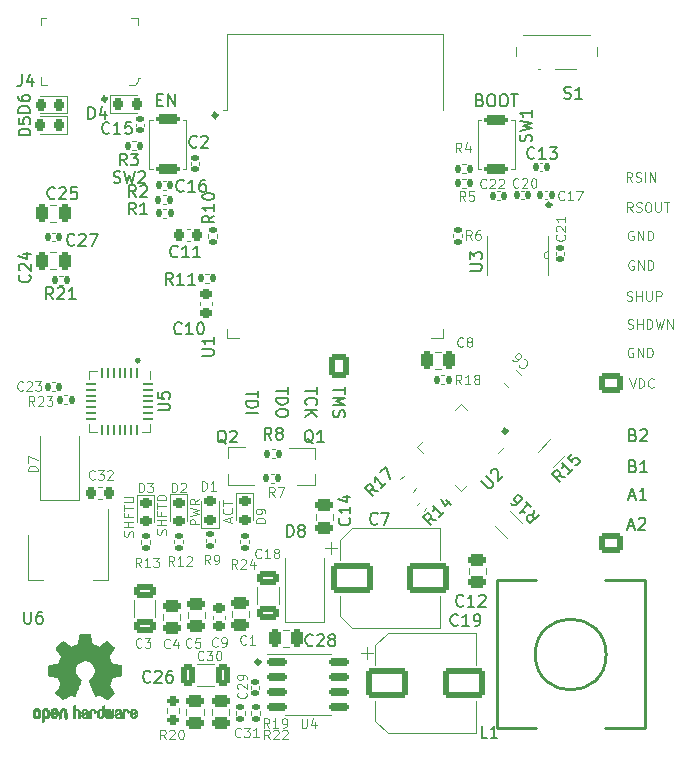
<source format=gbr>
%TF.GenerationSoftware,KiCad,Pcbnew,(6.0.7)*%
%TF.CreationDate,2022-10-26T22:39:22-05:00*%
%TF.ProjectId,SmartSpin2k,536d6172-7453-4706-996e-326b2e6b6963,2.35*%
%TF.SameCoordinates,Original*%
%TF.FileFunction,Legend,Top*%
%TF.FilePolarity,Positive*%
%FSLAX46Y46*%
G04 Gerber Fmt 4.6, Leading zero omitted, Abs format (unit mm)*
G04 Created by KiCad (PCBNEW (6.0.7)) date 2022-10-26 22:39:22*
%MOMM*%
%LPD*%
G01*
G04 APERTURE LIST*
G04 Aperture macros list*
%AMRoundRect*
0 Rectangle with rounded corners*
0 $1 Rounding radius*
0 $2 $3 $4 $5 $6 $7 $8 $9 X,Y pos of 4 corners*
0 Add a 4 corners polygon primitive as box body*
4,1,4,$2,$3,$4,$5,$6,$7,$8,$9,$2,$3,0*
0 Add four circle primitives for the rounded corners*
1,1,$1+$1,$2,$3*
1,1,$1+$1,$4,$5*
1,1,$1+$1,$6,$7*
1,1,$1+$1,$8,$9*
0 Add four rect primitives between the rounded corners*
20,1,$1+$1,$2,$3,$4,$5,0*
20,1,$1+$1,$4,$5,$6,$7,0*
20,1,$1+$1,$6,$7,$8,$9,0*
20,1,$1+$1,$8,$9,$2,$3,0*%
%AMRotRect*
0 Rectangle, with rotation*
0 The origin of the aperture is its center*
0 $1 length*
0 $2 width*
0 $3 Rotation angle, in degrees counterclockwise*
0 Add horizontal line*
21,1,$1,$2,0,0,$3*%
G04 Aperture macros list end*
%ADD10C,0.346007*%
%ADD11C,0.508000*%
%ADD12C,0.120000*%
%ADD13C,0.150000*%
%ADD14C,0.100000*%
%ADD15C,0.010000*%
%ADD16C,0.254000*%
%ADD17R,1.000000X0.800000*%
%ADD18C,0.900000*%
%ADD19R,0.700000X1.500000*%
%ADD20R,0.355600X1.676400*%
%ADD21RoundRect,0.250000X-0.512652X-0.159099X-0.159099X-0.512652X0.512652X0.159099X0.159099X0.512652X0*%
%ADD22RoundRect,0.135000X0.185000X-0.135000X0.185000X0.135000X-0.185000X0.135000X-0.185000X-0.135000X0*%
%ADD23RoundRect,0.250000X-1.500000X-1.000000X1.500000X-1.000000X1.500000X1.000000X-1.500000X1.000000X0*%
%ADD24RoundRect,0.218750X-0.256250X0.218750X-0.256250X-0.218750X0.256250X-0.218750X0.256250X0.218750X0*%
%ADD25RoundRect,0.225000X0.225000X0.250000X-0.225000X0.250000X-0.225000X-0.250000X0.225000X-0.250000X0*%
%ADD26R,1.500000X2.000000*%
%ADD27R,3.800000X2.000000*%
%ADD28RoundRect,0.250000X0.475000X-0.250000X0.475000X0.250000X-0.475000X0.250000X-0.475000X-0.250000X0*%
%ADD29RoundRect,0.150000X-0.662500X-0.150000X0.662500X-0.150000X0.662500X0.150000X-0.662500X0.150000X0*%
%ADD30R,2.514000X3.200000*%
%ADD31RoundRect,0.200000X-0.800000X0.200000X-0.800000X-0.200000X0.800000X-0.200000X0.800000X0.200000X0*%
%ADD32RoundRect,0.218750X0.218750X0.256250X-0.218750X0.256250X-0.218750X-0.256250X0.218750X-0.256250X0*%
%ADD33RoundRect,0.140000X0.170000X-0.140000X0.170000X0.140000X-0.170000X0.140000X-0.170000X-0.140000X0*%
%ADD34RoundRect,0.218750X-0.218750X-0.256250X0.218750X-0.256250X0.218750X0.256250X-0.218750X0.256250X0*%
%ADD35R,0.900000X0.800000*%
%ADD36RoundRect,0.250000X0.650000X-0.325000X0.650000X0.325000X-0.650000X0.325000X-0.650000X-0.325000X0*%
%ADD37RoundRect,0.135000X-0.135000X-0.185000X0.135000X-0.185000X0.135000X0.185000X-0.135000X0.185000X0*%
%ADD38RoundRect,0.140000X-0.140000X-0.170000X0.140000X-0.170000X0.140000X0.170000X-0.140000X0.170000X0*%
%ADD39RoundRect,0.250000X-0.132583X0.503814X-0.503814X0.132583X0.132583X-0.503814X0.503814X-0.132583X0*%
%ADD40RoundRect,0.062500X0.185616X0.274004X-0.274004X-0.185616X-0.185616X-0.274004X0.274004X0.185616X0*%
%ADD41RoundRect,0.062500X-0.185616X0.274004X-0.274004X0.185616X0.185616X-0.274004X0.274004X-0.185616X0*%
%ADD42RotRect,3.750000X3.750000X225.000000*%
%ADD43RoundRect,0.250000X-0.250000X-0.475000X0.250000X-0.475000X0.250000X0.475000X-0.250000X0.475000X0*%
%ADD44RoundRect,0.140000X-0.170000X0.140000X-0.170000X-0.140000X0.170000X-0.140000X0.170000X0.140000X0*%
%ADD45RoundRect,0.218750X0.256250X-0.218750X0.256250X0.218750X-0.256250X0.218750X-0.256250X-0.218750X0*%
%ADD46RoundRect,0.135000X0.035355X-0.226274X0.226274X-0.035355X-0.035355X0.226274X-0.226274X0.035355X0*%
%ADD47R,0.400000X1.350000*%
%ADD48O,1.250000X0.950000*%
%ADD49O,1.000000X1.550000*%
%ADD50RoundRect,0.200000X0.275000X-0.200000X0.275000X0.200000X-0.275000X0.200000X-0.275000X-0.200000X0*%
%ADD51RoundRect,0.250000X0.250000X0.475000X-0.250000X0.475000X-0.250000X-0.475000X0.250000X-0.475000X0*%
%ADD52RoundRect,0.135000X0.135000X0.185000X-0.135000X0.185000X-0.135000X-0.185000X0.135000X-0.185000X0*%
%ADD53RoundRect,0.135000X-0.185000X0.135000X-0.185000X-0.135000X0.185000X-0.135000X0.185000X0.135000X0*%
%ADD54R,5.000000X5.000000*%
%ADD55R,2.000000X0.900000*%
%ADD56R,0.900000X2.000000*%
%ADD57RoundRect,0.140000X0.140000X0.170000X-0.140000X0.170000X-0.140000X-0.170000X0.140000X-0.170000X0*%
%ADD58R,1.800000X2.500000*%
%ADD59RoundRect,0.225000X0.250000X-0.225000X0.250000X0.225000X-0.250000X0.225000X-0.250000X-0.225000X0*%
%ADD60RoundRect,0.250000X0.325000X0.650000X-0.325000X0.650000X-0.325000X-0.650000X0.325000X-0.650000X0*%
%ADD61RoundRect,0.250000X0.662913X0.220971X0.220971X0.662913X-0.662913X-0.220971X-0.220971X-0.662913X0*%
%ADD62RoundRect,0.225000X-0.250000X0.225000X-0.250000X-0.225000X0.250000X-0.225000X0.250000X0.225000X0*%
%ADD63RoundRect,0.062500X-0.062500X0.337500X-0.062500X-0.337500X0.062500X-0.337500X0.062500X0.337500X0*%
%ADD64RoundRect,0.062500X-0.337500X0.062500X-0.337500X-0.062500X0.337500X-0.062500X0.337500X0.062500X0*%
%ADD65R,3.350000X3.350000*%
%ADD66RoundRect,0.200000X0.800000X-0.200000X0.800000X0.200000X-0.800000X0.200000X-0.800000X-0.200000X0*%
%ADD67R,5.400000X2.900000*%
%ADD68RoundRect,0.250000X-0.220971X0.662913X-0.662913X0.220971X0.220971X-0.662913X0.662913X-0.220971X0*%
%ADD69C,1.200000*%
%ADD70RoundRect,0.250000X0.725000X-0.600000X0.725000X0.600000X-0.725000X0.600000X-0.725000X-0.600000X0*%
%ADD71O,1.950000X1.700000*%
%ADD72RoundRect,0.250000X0.600000X0.725000X-0.600000X0.725000X-0.600000X-0.725000X0.600000X-0.725000X0*%
%ADD73O,1.700000X1.950000*%
G04 APERTURE END LIST*
D10*
X9104203Y54405800D02*
G75*
G03*
X9104203Y54405800I-173003J0D01*
G01*
X43013203Y26262600D02*
G75*
G03*
X43013203Y26262600I-173003J0D01*
G01*
D11*
X11750601Y32231600D02*
G75*
G03*
X11750601Y32231600I-1J0D01*
G01*
D12*
X18326001Y52665000D02*
G75*
G03*
X18326001Y52665000I-1J0D01*
G01*
D10*
X22103003Y6730000D02*
G75*
G03*
X22103003Y6730000I-173003J0D01*
G01*
X18451403Y53008800D02*
G75*
G03*
X18451403Y53008800I-173003J0D01*
G01*
X46733003Y45440000D02*
G75*
G03*
X46733003Y45440000I-173003J0D01*
G01*
D13*
X24487619Y29989524D02*
X24487619Y29418096D01*
X23487619Y29703810D02*
X24487619Y29703810D01*
X23487619Y29084762D02*
X24487619Y29084762D01*
X24487619Y28846667D01*
X24440000Y28703810D01*
X24344761Y28608572D01*
X24249523Y28560953D01*
X24059047Y28513334D01*
X23916190Y28513334D01*
X23725714Y28560953D01*
X23630476Y28608572D01*
X23535238Y28703810D01*
X23487619Y28846667D01*
X23487619Y29084762D01*
X24487619Y27894286D02*
X24487619Y27703810D01*
X24440000Y27608572D01*
X24344761Y27513334D01*
X24154285Y27465715D01*
X23820952Y27465715D01*
X23630476Y27513334D01*
X23535238Y27608572D01*
X23487619Y27703810D01*
X23487619Y27894286D01*
X23535238Y27989524D01*
X23630476Y28084762D01*
X23820952Y28132381D01*
X24154285Y28132381D01*
X24344761Y28084762D01*
X24440000Y27989524D01*
X24487619Y27894286D01*
X40721057Y54299429D02*
X40863914Y54251810D01*
X40911533Y54204191D01*
X40959152Y54108953D01*
X40959152Y53966096D01*
X40911533Y53870858D01*
X40863914Y53823239D01*
X40768676Y53775620D01*
X40387723Y53775620D01*
X40387723Y54775620D01*
X40721057Y54775620D01*
X40816295Y54728000D01*
X40863914Y54680381D01*
X40911533Y54585143D01*
X40911533Y54489905D01*
X40863914Y54394667D01*
X40816295Y54347048D01*
X40721057Y54299429D01*
X40387723Y54299429D01*
X41578200Y54775620D02*
X41768676Y54775620D01*
X41863914Y54728000D01*
X41959152Y54632762D01*
X42006771Y54442286D01*
X42006771Y54108953D01*
X41959152Y53918477D01*
X41863914Y53823239D01*
X41768676Y53775620D01*
X41578200Y53775620D01*
X41482961Y53823239D01*
X41387723Y53918477D01*
X41340104Y54108953D01*
X41340104Y54442286D01*
X41387723Y54632762D01*
X41482961Y54728000D01*
X41578200Y54775620D01*
X42625819Y54775620D02*
X42816295Y54775620D01*
X42911533Y54728000D01*
X43006771Y54632762D01*
X43054390Y54442286D01*
X43054390Y54108953D01*
X43006771Y53918477D01*
X42911533Y53823239D01*
X42816295Y53775620D01*
X42625819Y53775620D01*
X42530580Y53823239D01*
X42435342Y53918477D01*
X42387723Y54108953D01*
X42387723Y54442286D01*
X42435342Y54632762D01*
X42530580Y54728000D01*
X42625819Y54775620D01*
X43340104Y54775620D02*
X43911533Y54775620D01*
X43625819Y53775620D02*
X43625819Y54775620D01*
D14*
X53593142Y47390096D02*
X53326476Y47771048D01*
X53136000Y47390096D02*
X53136000Y48190096D01*
X53440761Y48190096D01*
X53516952Y48152000D01*
X53555047Y48113905D01*
X53593142Y48037715D01*
X53593142Y47923429D01*
X53555047Y47847239D01*
X53516952Y47809143D01*
X53440761Y47771048D01*
X53136000Y47771048D01*
X53897904Y47428191D02*
X54012190Y47390096D01*
X54202666Y47390096D01*
X54278857Y47428191D01*
X54316952Y47466286D01*
X54355047Y47542477D01*
X54355047Y47618667D01*
X54316952Y47694858D01*
X54278857Y47732953D01*
X54202666Y47771048D01*
X54050285Y47809143D01*
X53974095Y47847239D01*
X53936000Y47885334D01*
X53897904Y47961524D01*
X53897904Y48037715D01*
X53936000Y48113905D01*
X53974095Y48152000D01*
X54050285Y48190096D01*
X54240761Y48190096D01*
X54355047Y48152000D01*
X54697904Y47390096D02*
X54697904Y48190096D01*
X55078857Y47390096D02*
X55078857Y48190096D01*
X55536000Y47390096D01*
X55536000Y48190096D01*
D13*
X53378114Y20761934D02*
X53854304Y20761934D01*
X53282876Y20476220D02*
X53616209Y21476220D01*
X53949542Y20476220D01*
X54806685Y20476220D02*
X54235257Y20476220D01*
X54520971Y20476220D02*
X54520971Y21476220D01*
X54425733Y21333362D01*
X54330495Y21238124D01*
X54235257Y21190505D01*
D14*
X53676476Y33282000D02*
X53600285Y33320096D01*
X53486000Y33320096D01*
X53371714Y33282000D01*
X53295523Y33205810D01*
X53257428Y33129620D01*
X53219333Y32977239D01*
X53219333Y32862953D01*
X53257428Y32710572D01*
X53295523Y32634381D01*
X53371714Y32558191D01*
X53486000Y32520096D01*
X53562190Y32520096D01*
X53676476Y32558191D01*
X53714571Y32596286D01*
X53714571Y32862953D01*
X53562190Y32862953D01*
X54057428Y32520096D02*
X54057428Y33320096D01*
X54514571Y32520096D01*
X54514571Y33320096D01*
X54895523Y32520096D02*
X54895523Y33320096D01*
X55086000Y33320096D01*
X55200285Y33282000D01*
X55276476Y33205810D01*
X55314571Y33129620D01*
X55352666Y32977239D01*
X55352666Y32862953D01*
X55314571Y32710572D01*
X55276476Y32634381D01*
X55200285Y32558191D01*
X55086000Y32520096D01*
X54895523Y32520096D01*
X53159333Y37358191D02*
X53273619Y37320096D01*
X53464095Y37320096D01*
X53540285Y37358191D01*
X53578380Y37396286D01*
X53616476Y37472477D01*
X53616476Y37548667D01*
X53578380Y37624858D01*
X53540285Y37662953D01*
X53464095Y37701048D01*
X53311714Y37739143D01*
X53235523Y37777239D01*
X53197428Y37815334D01*
X53159333Y37891524D01*
X53159333Y37967715D01*
X53197428Y38043905D01*
X53235523Y38082000D01*
X53311714Y38120096D01*
X53502190Y38120096D01*
X53616476Y38082000D01*
X53959333Y37320096D02*
X53959333Y38120096D01*
X53959333Y37739143D02*
X54416476Y37739143D01*
X54416476Y37320096D02*
X54416476Y38120096D01*
X54797428Y38120096D02*
X54797428Y37472477D01*
X54835523Y37396286D01*
X54873619Y37358191D01*
X54949809Y37320096D01*
X55102190Y37320096D01*
X55178380Y37358191D01*
X55216476Y37396286D01*
X55254571Y37472477D01*
X55254571Y38120096D01*
X55635523Y37320096D02*
X55635523Y38120096D01*
X55940285Y38120096D01*
X56016476Y38082000D01*
X56054571Y38043905D01*
X56092666Y37967715D01*
X56092666Y37853429D01*
X56054571Y37777239D01*
X56016476Y37739143D01*
X55940285Y37701048D01*
X55635523Y37701048D01*
D13*
X13400104Y54299429D02*
X13733438Y54299429D01*
X13876295Y53775620D02*
X13400104Y53775620D01*
X13400104Y54775620D01*
X13876295Y54775620D01*
X14304866Y53775620D02*
X14304866Y54775620D01*
X14876295Y53775620D01*
X14876295Y54775620D01*
X29277619Y30013334D02*
X29277619Y29441905D01*
X28277619Y29727620D02*
X29277619Y29727620D01*
X28277619Y29108572D02*
X29277619Y29108572D01*
X28563333Y28775239D01*
X29277619Y28441905D01*
X28277619Y28441905D01*
X28325238Y28013334D02*
X28277619Y27870477D01*
X28277619Y27632381D01*
X28325238Y27537143D01*
X28372857Y27489524D01*
X28468095Y27441905D01*
X28563333Y27441905D01*
X28658571Y27489524D01*
X28706190Y27537143D01*
X28753809Y27632381D01*
X28801428Y27822858D01*
X28849047Y27918096D01*
X28896666Y27965715D01*
X28991904Y28013334D01*
X29087142Y28013334D01*
X29182380Y27965715D01*
X29230000Y27918096D01*
X29277619Y27822858D01*
X29277619Y27584762D01*
X29230000Y27441905D01*
D14*
X53369333Y30730096D02*
X53636000Y29930096D01*
X53902666Y30730096D01*
X54169333Y29930096D02*
X54169333Y30730096D01*
X54359809Y30730096D01*
X54474095Y30692000D01*
X54550285Y30615810D01*
X54588380Y30539620D01*
X54626476Y30387239D01*
X54626476Y30272953D01*
X54588380Y30120572D01*
X54550285Y30044381D01*
X54474095Y29968191D01*
X54359809Y29930096D01*
X54169333Y29930096D01*
X55426476Y30006286D02*
X55388380Y29968191D01*
X55274095Y29930096D01*
X55197904Y29930096D01*
X55083619Y29968191D01*
X55007428Y30044381D01*
X54969333Y30120572D01*
X54931238Y30272953D01*
X54931238Y30387239D01*
X54969333Y30539620D01*
X55007428Y30615810D01*
X55083619Y30692000D01*
X55197904Y30730096D01*
X55274095Y30730096D01*
X55388380Y30692000D01*
X55426476Y30653905D01*
X19529333Y18534762D02*
X19529333Y18915715D01*
X19757904Y18458572D02*
X18957904Y18725239D01*
X19757904Y18991905D01*
X19681714Y19715715D02*
X19719809Y19677620D01*
X19757904Y19563334D01*
X19757904Y19487143D01*
X19719809Y19372858D01*
X19643619Y19296667D01*
X19567428Y19258572D01*
X19415047Y19220477D01*
X19300761Y19220477D01*
X19148380Y19258572D01*
X19072190Y19296667D01*
X18996000Y19372858D01*
X18957904Y19487143D01*
X18957904Y19563334D01*
X18996000Y19677620D01*
X19034095Y19715715D01*
X18957904Y19944286D02*
X18957904Y20401429D01*
X19757904Y20172858D02*
X18957904Y20172858D01*
D13*
X53687638Y25944629D02*
X53830495Y25897010D01*
X53878114Y25849391D01*
X53925733Y25754153D01*
X53925733Y25611296D01*
X53878114Y25516058D01*
X53830495Y25468439D01*
X53735257Y25420820D01*
X53354304Y25420820D01*
X53354304Y26420820D01*
X53687638Y26420820D01*
X53782876Y26373200D01*
X53830495Y26325581D01*
X53878114Y26230343D01*
X53878114Y26135105D01*
X53830495Y26039867D01*
X53782876Y25992248D01*
X53687638Y25944629D01*
X53354304Y25944629D01*
X54306685Y26325581D02*
X54354304Y26373200D01*
X54449542Y26420820D01*
X54687638Y26420820D01*
X54782876Y26373200D01*
X54830495Y26325581D01*
X54878114Y26230343D01*
X54878114Y26135105D01*
X54830495Y25992248D01*
X54259066Y25420820D01*
X54878114Y25420820D01*
X26937619Y29965715D02*
X26937619Y29394286D01*
X25937619Y29680000D02*
X26937619Y29680000D01*
X26032857Y28489524D02*
X25985238Y28537143D01*
X25937619Y28680000D01*
X25937619Y28775239D01*
X25985238Y28918096D01*
X26080476Y29013334D01*
X26175714Y29060953D01*
X26366190Y29108572D01*
X26509047Y29108572D01*
X26699523Y29060953D01*
X26794761Y29013334D01*
X26890000Y28918096D01*
X26937619Y28775239D01*
X26937619Y28680000D01*
X26890000Y28537143D01*
X26842380Y28489524D01*
X25937619Y28060953D02*
X26937619Y28060953D01*
X25937619Y27489524D02*
X26509047Y27918096D01*
X26937619Y27489524D02*
X26366190Y28060953D01*
D14*
X14131809Y17480762D02*
X14169904Y17595048D01*
X14169904Y17785524D01*
X14131809Y17861715D01*
X14093714Y17899810D01*
X14017523Y17937905D01*
X13941333Y17937905D01*
X13865142Y17899810D01*
X13827047Y17861715D01*
X13788952Y17785524D01*
X13750857Y17633143D01*
X13712761Y17556953D01*
X13674666Y17518858D01*
X13598476Y17480762D01*
X13522285Y17480762D01*
X13446095Y17518858D01*
X13408000Y17556953D01*
X13369904Y17633143D01*
X13369904Y17823620D01*
X13408000Y17937905D01*
X14169904Y18280762D02*
X13369904Y18280762D01*
X13750857Y18280762D02*
X13750857Y18737905D01*
X14169904Y18737905D02*
X13369904Y18737905D01*
X13750857Y19385524D02*
X13750857Y19118858D01*
X14169904Y19118858D02*
X13369904Y19118858D01*
X13369904Y19499810D01*
X13369904Y19690286D02*
X13369904Y20147429D01*
X14169904Y19918858D02*
X13369904Y19918858D01*
X14169904Y20414096D02*
X13369904Y20414096D01*
X13369904Y20604572D01*
X13408000Y20718858D01*
X13484190Y20795048D01*
X13560380Y20833143D01*
X13712761Y20871239D01*
X13827047Y20871239D01*
X13979428Y20833143D01*
X14055619Y20795048D01*
X14131809Y20718858D01*
X14169904Y20604572D01*
X14169904Y20414096D01*
X53634209Y44830096D02*
X53367542Y45211048D01*
X53177066Y44830096D02*
X53177066Y45630096D01*
X53481828Y45630096D01*
X53558019Y45592000D01*
X53596114Y45553905D01*
X53634209Y45477715D01*
X53634209Y45363429D01*
X53596114Y45287239D01*
X53558019Y45249143D01*
X53481828Y45211048D01*
X53177066Y45211048D01*
X53938971Y44868191D02*
X54053257Y44830096D01*
X54243733Y44830096D01*
X54319923Y44868191D01*
X54358019Y44906286D01*
X54396114Y44982477D01*
X54396114Y45058667D01*
X54358019Y45134858D01*
X54319923Y45172953D01*
X54243733Y45211048D01*
X54091352Y45249143D01*
X54015161Y45287239D01*
X53977066Y45325334D01*
X53938971Y45401524D01*
X53938971Y45477715D01*
X53977066Y45553905D01*
X54015161Y45592000D01*
X54091352Y45630096D01*
X54281828Y45630096D01*
X54396114Y45592000D01*
X54891352Y45630096D02*
X55043733Y45630096D01*
X55119923Y45592000D01*
X55196114Y45515810D01*
X55234209Y45363429D01*
X55234209Y45096762D01*
X55196114Y44944381D01*
X55119923Y44868191D01*
X55043733Y44830096D01*
X54891352Y44830096D01*
X54815161Y44868191D01*
X54738971Y44944381D01*
X54700876Y45096762D01*
X54700876Y45363429D01*
X54738971Y45515810D01*
X54815161Y45592000D01*
X54891352Y45630096D01*
X55577066Y45630096D02*
X55577066Y44982477D01*
X55615161Y44906286D01*
X55653257Y44868191D01*
X55729447Y44830096D01*
X55881828Y44830096D01*
X55958019Y44868191D01*
X55996114Y44906286D01*
X56034209Y44982477D01*
X56034209Y45630096D01*
X56300876Y45630096D02*
X56758019Y45630096D01*
X56529447Y44830096D02*
X56529447Y45630096D01*
X11337809Y17334715D02*
X11375904Y17449000D01*
X11375904Y17639477D01*
X11337809Y17715667D01*
X11299714Y17753762D01*
X11223523Y17791858D01*
X11147333Y17791858D01*
X11071142Y17753762D01*
X11033047Y17715667D01*
X10994952Y17639477D01*
X10956857Y17487096D01*
X10918761Y17410905D01*
X10880666Y17372810D01*
X10804476Y17334715D01*
X10728285Y17334715D01*
X10652095Y17372810D01*
X10614000Y17410905D01*
X10575904Y17487096D01*
X10575904Y17677572D01*
X10614000Y17791858D01*
X11375904Y18134715D02*
X10575904Y18134715D01*
X10956857Y18134715D02*
X10956857Y18591858D01*
X11375904Y18591858D02*
X10575904Y18591858D01*
X10956857Y19239477D02*
X10956857Y18972810D01*
X11375904Y18972810D02*
X10575904Y18972810D01*
X10575904Y19353762D01*
X10575904Y19544239D02*
X10575904Y20001381D01*
X11375904Y19772810D02*
X10575904Y19772810D01*
X10575904Y20268048D02*
X11223523Y20268048D01*
X11299714Y20306143D01*
X11337809Y20344239D01*
X11375904Y20420429D01*
X11375904Y20572810D01*
X11337809Y20649000D01*
X11299714Y20687096D01*
X11223523Y20725191D01*
X10575904Y20725191D01*
X16963904Y18363334D02*
X16163904Y18363334D01*
X16163904Y18668096D01*
X16202000Y18744286D01*
X16240095Y18782381D01*
X16316285Y18820477D01*
X16430571Y18820477D01*
X16506761Y18782381D01*
X16544857Y18744286D01*
X16582952Y18668096D01*
X16582952Y18363334D01*
X16163904Y19087143D02*
X16963904Y19277620D01*
X16392476Y19430000D01*
X16963904Y19582381D01*
X16163904Y19772858D01*
X16963904Y20534762D02*
X16582952Y20268096D01*
X16963904Y20077620D02*
X16163904Y20077620D01*
X16163904Y20382381D01*
X16202000Y20458572D01*
X16240095Y20496667D01*
X16316285Y20534762D01*
X16430571Y20534762D01*
X16506761Y20496667D01*
X16544857Y20458572D01*
X16582952Y20382381D01*
X16582952Y20077620D01*
X53222190Y34968191D02*
X53336476Y34930096D01*
X53526952Y34930096D01*
X53603142Y34968191D01*
X53641238Y35006286D01*
X53679333Y35082477D01*
X53679333Y35158667D01*
X53641238Y35234858D01*
X53603142Y35272953D01*
X53526952Y35311048D01*
X53374571Y35349143D01*
X53298380Y35387239D01*
X53260285Y35425334D01*
X53222190Y35501524D01*
X53222190Y35577715D01*
X53260285Y35653905D01*
X53298380Y35692000D01*
X53374571Y35730096D01*
X53565047Y35730096D01*
X53679333Y35692000D01*
X54022190Y34930096D02*
X54022190Y35730096D01*
X54022190Y35349143D02*
X54479333Y35349143D01*
X54479333Y34930096D02*
X54479333Y35730096D01*
X54860285Y34930096D02*
X54860285Y35730096D01*
X55050761Y35730096D01*
X55165047Y35692000D01*
X55241238Y35615810D01*
X55279333Y35539620D01*
X55317428Y35387239D01*
X55317428Y35272953D01*
X55279333Y35120572D01*
X55241238Y35044381D01*
X55165047Y34968191D01*
X55050761Y34930096D01*
X54860285Y34930096D01*
X55584095Y35730096D02*
X55774571Y34930096D01*
X55926952Y35501524D01*
X56079333Y34930096D01*
X56269809Y35730096D01*
X56574571Y34930096D02*
X56574571Y35730096D01*
X57031714Y34930096D01*
X57031714Y35730096D01*
D13*
X53301914Y18221934D02*
X53778104Y18221934D01*
X53206676Y17936220D02*
X53540009Y18936220D01*
X53873342Y17936220D01*
X54159057Y18840981D02*
X54206676Y18888600D01*
X54301914Y18936220D01*
X54540009Y18936220D01*
X54635247Y18888600D01*
X54682866Y18840981D01*
X54730485Y18745743D01*
X54730485Y18650505D01*
X54682866Y18507648D01*
X54111438Y17936220D01*
X54730485Y17936220D01*
D14*
X53726476Y40692000D02*
X53650285Y40730096D01*
X53536000Y40730096D01*
X53421714Y40692000D01*
X53345523Y40615810D01*
X53307428Y40539620D01*
X53269333Y40387239D01*
X53269333Y40272953D01*
X53307428Y40120572D01*
X53345523Y40044381D01*
X53421714Y39968191D01*
X53536000Y39930096D01*
X53612190Y39930096D01*
X53726476Y39968191D01*
X53764571Y40006286D01*
X53764571Y40272953D01*
X53612190Y40272953D01*
X54107428Y39930096D02*
X54107428Y40730096D01*
X54564571Y39930096D01*
X54564571Y40730096D01*
X54945523Y39930096D02*
X54945523Y40730096D01*
X55136000Y40730096D01*
X55250285Y40692000D01*
X55326476Y40615810D01*
X55364571Y40539620D01*
X55402666Y40387239D01*
X55402666Y40272953D01*
X55364571Y40120572D01*
X55326476Y40044381D01*
X55250285Y39968191D01*
X55136000Y39930096D01*
X54945523Y39930096D01*
D13*
X53687638Y23314629D02*
X53830495Y23267010D01*
X53878114Y23219391D01*
X53925733Y23124153D01*
X53925733Y22981296D01*
X53878114Y22886058D01*
X53830495Y22838439D01*
X53735257Y22790820D01*
X53354304Y22790820D01*
X53354304Y23790820D01*
X53687638Y23790820D01*
X53782876Y23743200D01*
X53830495Y23695581D01*
X53878114Y23600343D01*
X53878114Y23505105D01*
X53830495Y23409867D01*
X53782876Y23362248D01*
X53687638Y23314629D01*
X53354304Y23314629D01*
X54878114Y22790820D02*
X54306685Y22790820D01*
X54592400Y22790820D02*
X54592400Y23790820D01*
X54497161Y23647962D01*
X54401923Y23552724D01*
X54306685Y23505105D01*
D14*
X53696476Y43212000D02*
X53620285Y43250096D01*
X53506000Y43250096D01*
X53391714Y43212000D01*
X53315523Y43135810D01*
X53277428Y43059620D01*
X53239333Y42907239D01*
X53239333Y42792953D01*
X53277428Y42640572D01*
X53315523Y42564381D01*
X53391714Y42488191D01*
X53506000Y42450096D01*
X53582190Y42450096D01*
X53696476Y42488191D01*
X53734571Y42526286D01*
X53734571Y42792953D01*
X53582190Y42792953D01*
X54077428Y42450096D02*
X54077428Y43250096D01*
X54534571Y42450096D01*
X54534571Y43250096D01*
X54915523Y42450096D02*
X54915523Y43250096D01*
X55106000Y43250096D01*
X55220285Y43212000D01*
X55296476Y43135810D01*
X55334571Y43059620D01*
X55372666Y42907239D01*
X55372666Y42792953D01*
X55334571Y42640572D01*
X55296476Y42564381D01*
X55220285Y42488191D01*
X55106000Y42450096D01*
X54915523Y42450096D01*
D13*
X21937619Y29703810D02*
X21937619Y29132381D01*
X20937619Y29418096D02*
X21937619Y29418096D01*
X20937619Y28799048D02*
X21937619Y28799048D01*
X21937619Y28560953D01*
X21890000Y28418096D01*
X21794761Y28322858D01*
X21699523Y28275239D01*
X21509047Y28227620D01*
X21366190Y28227620D01*
X21175714Y28275239D01*
X21080476Y28322858D01*
X20985238Y28418096D01*
X20937619Y28560953D01*
X20937619Y28799048D01*
X20937619Y27799048D02*
X21937619Y27799048D01*
%TO.C,S1*%
X47844095Y54458239D02*
X47986952Y54410620D01*
X48225047Y54410620D01*
X48320285Y54458239D01*
X48367904Y54505858D01*
X48415523Y54601096D01*
X48415523Y54696334D01*
X48367904Y54791572D01*
X48320285Y54839191D01*
X48225047Y54886810D01*
X48034571Y54934429D01*
X47939333Y54982048D01*
X47891714Y55029667D01*
X47844095Y55124905D01*
X47844095Y55220143D01*
X47891714Y55315381D01*
X47939333Y55363000D01*
X48034571Y55410620D01*
X48272666Y55410620D01*
X48415523Y55363000D01*
X49367904Y54410620D02*
X48796476Y54410620D01*
X49082190Y54410620D02*
X49082190Y55410620D01*
X48986952Y55267762D01*
X48891714Y55172524D01*
X48796476Y55124905D01*
%TO.C,U3*%
X39872380Y39858096D02*
X40681904Y39858096D01*
X40777142Y39905715D01*
X40824761Y39953334D01*
X40872380Y40048572D01*
X40872380Y40239048D01*
X40824761Y40334286D01*
X40777142Y40381905D01*
X40681904Y40429524D01*
X39872380Y40429524D01*
X39872380Y40810477D02*
X39872380Y41429524D01*
X40253333Y41096191D01*
X40253333Y41239048D01*
X40300952Y41334286D01*
X40348571Y41381905D01*
X40443809Y41429524D01*
X40681904Y41429524D01*
X40777142Y41381905D01*
X40824761Y41334286D01*
X40872380Y41239048D01*
X40872380Y40953334D01*
X40824761Y40858096D01*
X40777142Y40810477D01*
D14*
%TO.C,C6*%
X44457311Y32339350D02*
X44511186Y32339350D01*
X44618935Y32285475D01*
X44672810Y32231600D01*
X44726685Y32123851D01*
X44726685Y32016101D01*
X44699748Y31935289D01*
X44618935Y31800602D01*
X44538123Y31719790D01*
X44403436Y31638978D01*
X44322624Y31612040D01*
X44214874Y31612040D01*
X44107125Y31665915D01*
X44053250Y31719790D01*
X43999375Y31827539D01*
X43999375Y31881414D01*
X43460627Y32312413D02*
X43568377Y32204663D01*
X43649189Y32177726D01*
X43703064Y32177726D01*
X43837751Y32204663D01*
X43972438Y32285475D01*
X44187937Y32500975D01*
X44214874Y32581787D01*
X44214874Y32635662D01*
X44187937Y32716474D01*
X44080187Y32824223D01*
X43999375Y32851161D01*
X43945500Y32851161D01*
X43864688Y32824223D01*
X43730001Y32689536D01*
X43703064Y32608724D01*
X43703064Y32554849D01*
X43730001Y32474037D01*
X43837751Y32366288D01*
X43918563Y32339350D01*
X43972438Y32339350D01*
X44053250Y32366288D01*
%TO.C,R6*%
X40026666Y42468096D02*
X39760000Y42849048D01*
X39569523Y42468096D02*
X39569523Y43268096D01*
X39874285Y43268096D01*
X39950476Y43230000D01*
X39988571Y43191905D01*
X40026666Y43115715D01*
X40026666Y43001429D01*
X39988571Y42925239D01*
X39950476Y42887143D01*
X39874285Y42849048D01*
X39569523Y42849048D01*
X40712380Y43268096D02*
X40560000Y43268096D01*
X40483809Y43230000D01*
X40445714Y43191905D01*
X40369523Y43077620D01*
X40331428Y42925239D01*
X40331428Y42620477D01*
X40369523Y42544286D01*
X40407619Y42506191D01*
X40483809Y42468096D01*
X40636190Y42468096D01*
X40712380Y42506191D01*
X40750476Y42544286D01*
X40788571Y42620477D01*
X40788571Y42810953D01*
X40750476Y42887143D01*
X40712380Y42925239D01*
X40636190Y42963334D01*
X40483809Y42963334D01*
X40407619Y42925239D01*
X40369523Y42887143D01*
X40331428Y42810953D01*
D13*
%TO.C,C7*%
X32042083Y18447858D02*
X31994464Y18400239D01*
X31851607Y18352620D01*
X31756369Y18352620D01*
X31613511Y18400239D01*
X31518273Y18495477D01*
X31470654Y18590715D01*
X31423035Y18781191D01*
X31423035Y18924048D01*
X31470654Y19114524D01*
X31518273Y19209762D01*
X31613511Y19305000D01*
X31756369Y19352620D01*
X31851607Y19352620D01*
X31994464Y19305000D01*
X32042083Y19257381D01*
X32375416Y19352620D02*
X33042083Y19352620D01*
X32613511Y18352620D01*
D14*
%TO.C,D3*%
X11820523Y21100096D02*
X11820523Y21900096D01*
X12011000Y21900096D01*
X12125285Y21862000D01*
X12201476Y21785810D01*
X12239571Y21709620D01*
X12277666Y21557239D01*
X12277666Y21442953D01*
X12239571Y21290572D01*
X12201476Y21214381D01*
X12125285Y21138191D01*
X12011000Y21100096D01*
X11820523Y21100096D01*
X12544333Y21900096D02*
X13039571Y21900096D01*
X12772904Y21595334D01*
X12887190Y21595334D01*
X12963380Y21557239D01*
X13001476Y21519143D01*
X13039571Y21442953D01*
X13039571Y21252477D01*
X13001476Y21176286D01*
X12963380Y21138191D01*
X12887190Y21100096D01*
X12658619Y21100096D01*
X12582428Y21138191D01*
X12544333Y21176286D01*
%TO.C,R19*%
X22869514Y1135696D02*
X22602847Y1516648D01*
X22412371Y1135696D02*
X22412371Y1935696D01*
X22717133Y1935696D01*
X22793323Y1897600D01*
X22831419Y1859505D01*
X22869514Y1783315D01*
X22869514Y1669029D01*
X22831419Y1592839D01*
X22793323Y1554743D01*
X22717133Y1516648D01*
X22412371Y1516648D01*
X23631419Y1135696D02*
X23174276Y1135696D01*
X23402847Y1135696D02*
X23402847Y1935696D01*
X23326657Y1821410D01*
X23250466Y1745220D01*
X23174276Y1707124D01*
X24012371Y1135696D02*
X24164752Y1135696D01*
X24240942Y1173791D01*
X24279038Y1211886D01*
X24355228Y1326172D01*
X24393323Y1478553D01*
X24393323Y1783315D01*
X24355228Y1859505D01*
X24317133Y1897600D01*
X24240942Y1935696D01*
X24088561Y1935696D01*
X24012371Y1897600D01*
X23974276Y1859505D01*
X23936180Y1783315D01*
X23936180Y1592839D01*
X23974276Y1516648D01*
X24012371Y1478553D01*
X24088561Y1440458D01*
X24240942Y1440458D01*
X24317133Y1478553D01*
X24355228Y1516648D01*
X24393323Y1592839D01*
%TO.C,C32*%
X8090714Y22244286D02*
X8052619Y22206191D01*
X7938333Y22168096D01*
X7862142Y22168096D01*
X7747857Y22206191D01*
X7671666Y22282381D01*
X7633571Y22358572D01*
X7595476Y22510953D01*
X7595476Y22625239D01*
X7633571Y22777620D01*
X7671666Y22853810D01*
X7747857Y22930000D01*
X7862142Y22968096D01*
X7938333Y22968096D01*
X8052619Y22930000D01*
X8090714Y22891905D01*
X8357380Y22968096D02*
X8852619Y22968096D01*
X8585952Y22663334D01*
X8700238Y22663334D01*
X8776428Y22625239D01*
X8814523Y22587143D01*
X8852619Y22510953D01*
X8852619Y22320477D01*
X8814523Y22244286D01*
X8776428Y22206191D01*
X8700238Y22168096D01*
X8471666Y22168096D01*
X8395476Y22206191D01*
X8357380Y22244286D01*
X9157380Y22891905D02*
X9195476Y22930000D01*
X9271666Y22968096D01*
X9462142Y22968096D01*
X9538333Y22930000D01*
X9576428Y22891905D01*
X9614523Y22815715D01*
X9614523Y22739524D01*
X9576428Y22625239D01*
X9119285Y22168096D01*
X9614523Y22168096D01*
D13*
%TO.C,U6*%
X2138095Y10965620D02*
X2138095Y10156096D01*
X2185714Y10060858D01*
X2233333Y10013239D01*
X2328571Y9965620D01*
X2519047Y9965620D01*
X2614285Y10013239D01*
X2661904Y10060858D01*
X2709523Y10156096D01*
X2709523Y10965620D01*
X3614285Y10965620D02*
X3423809Y10965620D01*
X3328571Y10918000D01*
X3280952Y10870381D01*
X3185714Y10727524D01*
X3138095Y10537048D01*
X3138095Y10156096D01*
X3185714Y10060858D01*
X3233333Y10013239D01*
X3328571Y9965620D01*
X3519047Y9965620D01*
X3614285Y10013239D01*
X3661904Y10060858D01*
X3709523Y10156096D01*
X3709523Y10394191D01*
X3661904Y10489429D01*
X3614285Y10537048D01*
X3519047Y10584667D01*
X3328571Y10584667D01*
X3233333Y10537048D01*
X3185714Y10489429D01*
X3138095Y10394191D01*
D14*
%TO.C,C1*%
X20916666Y8274286D02*
X20878571Y8236191D01*
X20764285Y8198096D01*
X20688095Y8198096D01*
X20573809Y8236191D01*
X20497619Y8312381D01*
X20459523Y8388572D01*
X20421428Y8540953D01*
X20421428Y8655239D01*
X20459523Y8807620D01*
X20497619Y8883810D01*
X20573809Y8960000D01*
X20688095Y8998096D01*
X20764285Y8998096D01*
X20878571Y8960000D01*
X20916666Y8921905D01*
X21678571Y8198096D02*
X21221428Y8198096D01*
X21450000Y8198096D02*
X21450000Y8998096D01*
X21373809Y8883810D01*
X21297619Y8807620D01*
X21221428Y8769524D01*
%TO.C,U4*%
X25610476Y1928096D02*
X25610476Y1280477D01*
X25648571Y1204286D01*
X25686666Y1166191D01*
X25762857Y1128096D01*
X25915238Y1128096D01*
X25991428Y1166191D01*
X26029523Y1204286D01*
X26067619Y1280477D01*
X26067619Y1928096D01*
X26791428Y1661429D02*
X26791428Y1128096D01*
X26600952Y1966191D02*
X26410476Y1394762D01*
X26905714Y1394762D01*
D13*
%TO.C,SW2*%
X9706066Y47320839D02*
X9848923Y47273220D01*
X10087019Y47273220D01*
X10182257Y47320839D01*
X10229876Y47368458D01*
X10277495Y47463696D01*
X10277495Y47558934D01*
X10229876Y47654172D01*
X10182257Y47701791D01*
X10087019Y47749410D01*
X9896542Y47797029D01*
X9801304Y47844648D01*
X9753685Y47892267D01*
X9706066Y47987505D01*
X9706066Y48082743D01*
X9753685Y48177981D01*
X9801304Y48225600D01*
X9896542Y48273220D01*
X10134638Y48273220D01*
X10277495Y48225600D01*
X10610828Y48273220D02*
X10848923Y47273220D01*
X11039400Y47987505D01*
X11229876Y47273220D01*
X11467971Y48273220D01*
X11801304Y48177981D02*
X11848923Y48225600D01*
X11944161Y48273220D01*
X12182257Y48273220D01*
X12277495Y48225600D01*
X12325114Y48177981D01*
X12372733Y48082743D01*
X12372733Y47987505D01*
X12325114Y47844648D01*
X11753685Y47273220D01*
X12372733Y47273220D01*
%TO.C,D5*%
X2652580Y51305505D02*
X1652580Y51305505D01*
X1652580Y51543600D01*
X1700200Y51686458D01*
X1795438Y51781696D01*
X1890676Y51829315D01*
X2081152Y51876934D01*
X2224009Y51876934D01*
X2414485Y51829315D01*
X2509723Y51781696D01*
X2604961Y51686458D01*
X2652580Y51543600D01*
X2652580Y51305505D01*
X1652580Y52781696D02*
X1652580Y52305505D01*
X2128771Y52257886D01*
X2081152Y52305505D01*
X2033533Y52400743D01*
X2033533Y52638839D01*
X2081152Y52734077D01*
X2128771Y52781696D01*
X2224009Y52829315D01*
X2462104Y52829315D01*
X2557342Y52781696D01*
X2604961Y52734077D01*
X2652580Y52638839D01*
X2652580Y52400743D01*
X2604961Y52305505D01*
X2557342Y52257886D01*
%TO.C,C2*%
X16740133Y50365658D02*
X16692514Y50318039D01*
X16549657Y50270420D01*
X16454419Y50270420D01*
X16311561Y50318039D01*
X16216323Y50413277D01*
X16168704Y50508515D01*
X16121085Y50698991D01*
X16121085Y50841848D01*
X16168704Y51032324D01*
X16216323Y51127562D01*
X16311561Y51222800D01*
X16454419Y51270420D01*
X16549657Y51270420D01*
X16692514Y51222800D01*
X16740133Y51175181D01*
X17121085Y51175181D02*
X17168704Y51222800D01*
X17263942Y51270420D01*
X17502038Y51270420D01*
X17597276Y51222800D01*
X17644895Y51175181D01*
X17692514Y51079943D01*
X17692514Y50984705D01*
X17644895Y50841848D01*
X17073466Y50270420D01*
X17692514Y50270420D01*
%TO.C,D4*%
X7558104Y52708820D02*
X7558104Y53708820D01*
X7796200Y53708820D01*
X7939057Y53661200D01*
X8034295Y53565962D01*
X8081914Y53470724D01*
X8129533Y53280248D01*
X8129533Y53137391D01*
X8081914Y52946915D01*
X8034295Y52851677D01*
X7939057Y52756439D01*
X7796200Y52708820D01*
X7558104Y52708820D01*
X8986676Y53375486D02*
X8986676Y52708820D01*
X8748580Y53756439D02*
X8510485Y53042153D01*
X9129533Y53042153D01*
%TO.C,Q2*%
X19233961Y25218181D02*
X19138723Y25265800D01*
X19043485Y25361039D01*
X18900628Y25503896D01*
X18805390Y25551515D01*
X18710152Y25551515D01*
X18757771Y25313420D02*
X18662533Y25361039D01*
X18567295Y25456277D01*
X18519676Y25646753D01*
X18519676Y25980086D01*
X18567295Y26170562D01*
X18662533Y26265800D01*
X18757771Y26313420D01*
X18948247Y26313420D01*
X19043485Y26265800D01*
X19138723Y26170562D01*
X19186342Y25980086D01*
X19186342Y25646753D01*
X19138723Y25456277D01*
X19043485Y25361039D01*
X18948247Y25313420D01*
X18757771Y25313420D01*
X19567295Y26218181D02*
X19614914Y26265800D01*
X19710152Y26313420D01*
X19948247Y26313420D01*
X20043485Y26265800D01*
X20091104Y26218181D01*
X20138723Y26122943D01*
X20138723Y26027705D01*
X20091104Y25884848D01*
X19519676Y25313420D01*
X20138723Y25313420D01*
D14*
%TO.C,C18*%
X22183714Y15588286D02*
X22145619Y15550191D01*
X22031333Y15512096D01*
X21955142Y15512096D01*
X21840857Y15550191D01*
X21764666Y15626381D01*
X21726571Y15702572D01*
X21688476Y15854953D01*
X21688476Y15969239D01*
X21726571Y16121620D01*
X21764666Y16197810D01*
X21840857Y16274000D01*
X21955142Y16312096D01*
X22031333Y16312096D01*
X22145619Y16274000D01*
X22183714Y16235905D01*
X22945619Y15512096D02*
X22488476Y15512096D01*
X22717047Y15512096D02*
X22717047Y16312096D01*
X22640857Y16197810D01*
X22564666Y16121620D01*
X22488476Y16083524D01*
X23402761Y15969239D02*
X23326571Y16007334D01*
X23288476Y16045429D01*
X23250380Y16121620D01*
X23250380Y16159715D01*
X23288476Y16235905D01*
X23326571Y16274000D01*
X23402761Y16312096D01*
X23555142Y16312096D01*
X23631333Y16274000D01*
X23669428Y16235905D01*
X23707523Y16159715D01*
X23707523Y16121620D01*
X23669428Y16045429D01*
X23631333Y16007334D01*
X23555142Y15969239D01*
X23402761Y15969239D01*
X23326571Y15931143D01*
X23288476Y15893048D01*
X23250380Y15816858D01*
X23250380Y15664477D01*
X23288476Y15588286D01*
X23326571Y15550191D01*
X23402761Y15512096D01*
X23555142Y15512096D01*
X23631333Y15550191D01*
X23669428Y15588286D01*
X23707523Y15664477D01*
X23707523Y15816858D01*
X23669428Y15893048D01*
X23631333Y15931143D01*
X23555142Y15969239D01*
%TO.C,C3*%
X12056666Y8014286D02*
X12018571Y7976191D01*
X11904285Y7938096D01*
X11828095Y7938096D01*
X11713809Y7976191D01*
X11637619Y8052381D01*
X11599523Y8128572D01*
X11561428Y8280953D01*
X11561428Y8395239D01*
X11599523Y8547620D01*
X11637619Y8623810D01*
X11713809Y8700000D01*
X11828095Y8738096D01*
X11904285Y8738096D01*
X12018571Y8700000D01*
X12056666Y8661905D01*
X12323333Y8738096D02*
X12818571Y8738096D01*
X12551904Y8433334D01*
X12666190Y8433334D01*
X12742380Y8395239D01*
X12780476Y8357143D01*
X12818571Y8280953D01*
X12818571Y8090477D01*
X12780476Y8014286D01*
X12742380Y7976191D01*
X12666190Y7938096D01*
X12437619Y7938096D01*
X12361428Y7976191D01*
X12323333Y8014286D01*
D13*
%TO.C,R3*%
X10803333Y48757620D02*
X10470000Y49233810D01*
X10231904Y48757620D02*
X10231904Y49757620D01*
X10612857Y49757620D01*
X10708095Y49710000D01*
X10755714Y49662381D01*
X10803333Y49567143D01*
X10803333Y49424286D01*
X10755714Y49329048D01*
X10708095Y49281429D01*
X10612857Y49233810D01*
X10231904Y49233810D01*
X11136666Y49757620D02*
X11755714Y49757620D01*
X11422380Y49376667D01*
X11565238Y49376667D01*
X11660476Y49329048D01*
X11708095Y49281429D01*
X11755714Y49186191D01*
X11755714Y48948096D01*
X11708095Y48852858D01*
X11660476Y48805239D01*
X11565238Y48757620D01*
X11279523Y48757620D01*
X11184285Y48805239D01*
X11136666Y48852858D01*
D14*
%TO.C,C20*%
X43979214Y46954286D02*
X43941119Y46916191D01*
X43826833Y46878096D01*
X43750642Y46878096D01*
X43636357Y46916191D01*
X43560166Y46992381D01*
X43522071Y47068572D01*
X43483976Y47220953D01*
X43483976Y47335239D01*
X43522071Y47487620D01*
X43560166Y47563810D01*
X43636357Y47640000D01*
X43750642Y47678096D01*
X43826833Y47678096D01*
X43941119Y47640000D01*
X43979214Y47601905D01*
X44283976Y47601905D02*
X44322071Y47640000D01*
X44398261Y47678096D01*
X44588738Y47678096D01*
X44664928Y47640000D01*
X44703023Y47601905D01*
X44741119Y47525715D01*
X44741119Y47449524D01*
X44703023Y47335239D01*
X44245880Y46878096D01*
X44741119Y46878096D01*
X45236357Y47678096D02*
X45312547Y47678096D01*
X45388738Y47640000D01*
X45426833Y47601905D01*
X45464928Y47525715D01*
X45503023Y47373334D01*
X45503023Y47182858D01*
X45464928Y47030477D01*
X45426833Y46954286D01*
X45388738Y46916191D01*
X45312547Y46878096D01*
X45236357Y46878096D01*
X45160166Y46916191D01*
X45122071Y46954286D01*
X45083976Y47030477D01*
X45045880Y47182858D01*
X45045880Y47373334D01*
X45083976Y47525715D01*
X45122071Y47601905D01*
X45160166Y47640000D01*
X45236357Y47678096D01*
%TO.C,R4*%
X39146666Y49888096D02*
X38880000Y50269048D01*
X38689523Y49888096D02*
X38689523Y50688096D01*
X38994285Y50688096D01*
X39070476Y50650000D01*
X39108571Y50611905D01*
X39146666Y50535715D01*
X39146666Y50421429D01*
X39108571Y50345239D01*
X39070476Y50307143D01*
X38994285Y50269048D01*
X38689523Y50269048D01*
X39832380Y50421429D02*
X39832380Y49888096D01*
X39641904Y50726191D02*
X39451428Y50154762D01*
X39946666Y50154762D01*
D13*
%TO.C,R17*%
X32062912Y21170150D02*
X31490493Y21271165D01*
X31658851Y20766089D02*
X30951745Y21473196D01*
X31221119Y21742570D01*
X31322134Y21776242D01*
X31389477Y21776242D01*
X31490493Y21742570D01*
X31591508Y21641555D01*
X31625180Y21540539D01*
X31625180Y21473196D01*
X31591508Y21372181D01*
X31322134Y21102807D01*
X32736348Y21843585D02*
X32332287Y21439524D01*
X32534317Y21641555D02*
X31827210Y22348662D01*
X31860882Y22180303D01*
X31860882Y22045616D01*
X31827210Y21944600D01*
X32264943Y22786394D02*
X32736348Y23257799D01*
X33140409Y22247646D01*
%TO.C,U2*%
X40842032Y22052472D02*
X41414452Y21480052D01*
X41515467Y21446380D01*
X41582811Y21446380D01*
X41683826Y21480052D01*
X41818513Y21614739D01*
X41852185Y21715754D01*
X41852185Y21783098D01*
X41818513Y21884113D01*
X41246093Y22456533D01*
X41616483Y22692235D02*
X41616483Y22759578D01*
X41650154Y22860594D01*
X41818513Y23028952D01*
X41919528Y23062624D01*
X41986872Y23062624D01*
X42087887Y23028952D01*
X42155231Y22961609D01*
X42222574Y22826922D01*
X42222574Y22018800D01*
X42660307Y22456533D01*
%TO.C,C28*%
X26557142Y8162858D02*
X26509523Y8115239D01*
X26366666Y8067620D01*
X26271428Y8067620D01*
X26128571Y8115239D01*
X26033333Y8210477D01*
X25985714Y8305715D01*
X25938095Y8496191D01*
X25938095Y8639048D01*
X25985714Y8829524D01*
X26033333Y8924762D01*
X26128571Y9020000D01*
X26271428Y9067620D01*
X26366666Y9067620D01*
X26509523Y9020000D01*
X26557142Y8972381D01*
X26938095Y8972381D02*
X26985714Y9020000D01*
X27080952Y9067620D01*
X27319047Y9067620D01*
X27414285Y9020000D01*
X27461904Y8972381D01*
X27509523Y8877143D01*
X27509523Y8781905D01*
X27461904Y8639048D01*
X26890476Y8067620D01*
X27509523Y8067620D01*
X28080952Y8639048D02*
X27985714Y8686667D01*
X27938095Y8734286D01*
X27890476Y8829524D01*
X27890476Y8877143D01*
X27938095Y8972381D01*
X27985714Y9020000D01*
X28080952Y9067620D01*
X28271428Y9067620D01*
X28366666Y9020000D01*
X28414285Y8972381D01*
X28461904Y8877143D01*
X28461904Y8829524D01*
X28414285Y8734286D01*
X28366666Y8686667D01*
X28271428Y8639048D01*
X28080952Y8639048D01*
X27985714Y8591429D01*
X27938095Y8543810D01*
X27890476Y8448572D01*
X27890476Y8258096D01*
X27938095Y8162858D01*
X27985714Y8115239D01*
X28080952Y8067620D01*
X28271428Y8067620D01*
X28366666Y8115239D01*
X28414285Y8162858D01*
X28461904Y8258096D01*
X28461904Y8448572D01*
X28414285Y8543810D01*
X28366666Y8591429D01*
X28271428Y8639048D01*
%TO.C,C19*%
X38837142Y9882858D02*
X38789523Y9835239D01*
X38646666Y9787620D01*
X38551428Y9787620D01*
X38408571Y9835239D01*
X38313333Y9930477D01*
X38265714Y10025715D01*
X38218095Y10216191D01*
X38218095Y10359048D01*
X38265714Y10549524D01*
X38313333Y10644762D01*
X38408571Y10740000D01*
X38551428Y10787620D01*
X38646666Y10787620D01*
X38789523Y10740000D01*
X38837142Y10692381D01*
X39789523Y9787620D02*
X39218095Y9787620D01*
X39503809Y9787620D02*
X39503809Y10787620D01*
X39408571Y10644762D01*
X39313333Y10549524D01*
X39218095Y10501905D01*
X40265714Y9787620D02*
X40456190Y9787620D01*
X40551428Y9835239D01*
X40599047Y9882858D01*
X40694285Y10025715D01*
X40741904Y10216191D01*
X40741904Y10597143D01*
X40694285Y10692381D01*
X40646666Y10740000D01*
X40551428Y10787620D01*
X40360952Y10787620D01*
X40265714Y10740000D01*
X40218095Y10692381D01*
X40170476Y10597143D01*
X40170476Y10359048D01*
X40218095Y10263810D01*
X40265714Y10216191D01*
X40360952Y10168572D01*
X40551428Y10168572D01*
X40646666Y10216191D01*
X40694285Y10263810D01*
X40741904Y10359048D01*
%TO.C,D6*%
X2601780Y53235905D02*
X1601780Y53235905D01*
X1601780Y53474000D01*
X1649400Y53616858D01*
X1744638Y53712096D01*
X1839876Y53759715D01*
X2030352Y53807334D01*
X2173209Y53807334D01*
X2363685Y53759715D01*
X2458923Y53712096D01*
X2554161Y53616858D01*
X2601780Y53474000D01*
X2601780Y53235905D01*
X1601780Y54664477D02*
X1601780Y54474000D01*
X1649400Y54378762D01*
X1697019Y54331143D01*
X1839876Y54235905D01*
X2030352Y54188286D01*
X2411304Y54188286D01*
X2506542Y54235905D01*
X2554161Y54283524D01*
X2601780Y54378762D01*
X2601780Y54569239D01*
X2554161Y54664477D01*
X2506542Y54712096D01*
X2411304Y54759715D01*
X2173209Y54759715D01*
X2077971Y54712096D01*
X2030352Y54664477D01*
X1982733Y54569239D01*
X1982733Y54378762D01*
X2030352Y54283524D01*
X2077971Y54235905D01*
X2173209Y54188286D01*
%TO.C,C14*%
X29659142Y18914143D02*
X29706761Y18866524D01*
X29754380Y18723667D01*
X29754380Y18628429D01*
X29706761Y18485572D01*
X29611523Y18390334D01*
X29516285Y18342715D01*
X29325809Y18295096D01*
X29182952Y18295096D01*
X28992476Y18342715D01*
X28897238Y18390334D01*
X28802000Y18485572D01*
X28754380Y18628429D01*
X28754380Y18723667D01*
X28802000Y18866524D01*
X28849619Y18914143D01*
X29754380Y19866524D02*
X29754380Y19295096D01*
X29754380Y19580810D02*
X28754380Y19580810D01*
X28897238Y19485572D01*
X28992476Y19390334D01*
X29040095Y19295096D01*
X29087714Y20723667D02*
X29754380Y20723667D01*
X28706761Y20485572D02*
X29421047Y20247477D01*
X29421047Y20866524D01*
D14*
%TO.C,C17*%
X47839214Y45904286D02*
X47801119Y45866191D01*
X47686833Y45828096D01*
X47610642Y45828096D01*
X47496357Y45866191D01*
X47420166Y45942381D01*
X47382071Y46018572D01*
X47343976Y46170953D01*
X47343976Y46285239D01*
X47382071Y46437620D01*
X47420166Y46513810D01*
X47496357Y46590000D01*
X47610642Y46628096D01*
X47686833Y46628096D01*
X47801119Y46590000D01*
X47839214Y46551905D01*
X48601119Y45828096D02*
X48143976Y45828096D01*
X48372547Y45828096D02*
X48372547Y46628096D01*
X48296357Y46513810D01*
X48220166Y46437620D01*
X48143976Y46399524D01*
X48867785Y46628096D02*
X49401119Y46628096D01*
X49058261Y45828096D01*
D13*
%TO.C,R1*%
X11564333Y44612220D02*
X11231000Y45088410D01*
X10992904Y44612220D02*
X10992904Y45612220D01*
X11373857Y45612220D01*
X11469095Y45564600D01*
X11516714Y45516981D01*
X11564333Y45421743D01*
X11564333Y45278886D01*
X11516714Y45183648D01*
X11469095Y45136029D01*
X11373857Y45088410D01*
X10992904Y45088410D01*
X12516714Y44612220D02*
X11945285Y44612220D01*
X12231000Y44612220D02*
X12231000Y45612220D01*
X12135761Y45469362D01*
X12040523Y45374124D01*
X11945285Y45326505D01*
%TO.C,C12*%
X39301742Y11503658D02*
X39254123Y11456039D01*
X39111266Y11408420D01*
X39016028Y11408420D01*
X38873171Y11456039D01*
X38777933Y11551277D01*
X38730314Y11646515D01*
X38682695Y11836991D01*
X38682695Y11979848D01*
X38730314Y12170324D01*
X38777933Y12265562D01*
X38873171Y12360800D01*
X39016028Y12408420D01*
X39111266Y12408420D01*
X39254123Y12360800D01*
X39301742Y12313181D01*
X40254123Y11408420D02*
X39682695Y11408420D01*
X39968409Y11408420D02*
X39968409Y12408420D01*
X39873171Y12265562D01*
X39777933Y12170324D01*
X39682695Y12122705D01*
X40635076Y12313181D02*
X40682695Y12360800D01*
X40777933Y12408420D01*
X41016028Y12408420D01*
X41111266Y12360800D01*
X41158885Y12313181D01*
X41206504Y12217943D01*
X41206504Y12122705D01*
X41158885Y11979848D01*
X40587457Y11408420D01*
X41206504Y11408420D01*
D14*
%TO.C,C23*%
X2035714Y29754286D02*
X1997619Y29716191D01*
X1883333Y29678096D01*
X1807142Y29678096D01*
X1692857Y29716191D01*
X1616666Y29792381D01*
X1578571Y29868572D01*
X1540476Y30020953D01*
X1540476Y30135239D01*
X1578571Y30287620D01*
X1616666Y30363810D01*
X1692857Y30440000D01*
X1807142Y30478096D01*
X1883333Y30478096D01*
X1997619Y30440000D01*
X2035714Y30401905D01*
X2340476Y30401905D02*
X2378571Y30440000D01*
X2454761Y30478096D01*
X2645238Y30478096D01*
X2721428Y30440000D01*
X2759523Y30401905D01*
X2797619Y30325715D01*
X2797619Y30249524D01*
X2759523Y30135239D01*
X2302380Y29678096D01*
X2797619Y29678096D01*
X3064285Y30478096D02*
X3559523Y30478096D01*
X3292857Y30173334D01*
X3407142Y30173334D01*
X3483333Y30135239D01*
X3521428Y30097143D01*
X3559523Y30020953D01*
X3559523Y29830477D01*
X3521428Y29754286D01*
X3483333Y29716191D01*
X3407142Y29678096D01*
X3178571Y29678096D01*
X3102380Y29716191D01*
X3064285Y29754286D01*
%TO.C,C21*%
X47845714Y42895715D02*
X47883809Y42857620D01*
X47921904Y42743334D01*
X47921904Y42667143D01*
X47883809Y42552858D01*
X47807619Y42476667D01*
X47731428Y42438572D01*
X47579047Y42400477D01*
X47464761Y42400477D01*
X47312380Y42438572D01*
X47236190Y42476667D01*
X47160000Y42552858D01*
X47121904Y42667143D01*
X47121904Y42743334D01*
X47160000Y42857620D01*
X47198095Y42895715D01*
X47198095Y43200477D02*
X47160000Y43238572D01*
X47121904Y43314762D01*
X47121904Y43505239D01*
X47160000Y43581429D01*
X47198095Y43619524D01*
X47274285Y43657620D01*
X47350476Y43657620D01*
X47464761Y43619524D01*
X47921904Y43162381D01*
X47921904Y43657620D01*
X47921904Y44419524D02*
X47921904Y43962381D01*
X47921904Y44190953D02*
X47121904Y44190953D01*
X47236190Y44114762D01*
X47312380Y44038572D01*
X47350476Y43962381D01*
%TO.C,D1*%
X17154523Y21227096D02*
X17154523Y22027096D01*
X17345000Y22027096D01*
X17459285Y21989000D01*
X17535476Y21912810D01*
X17573571Y21836620D01*
X17611666Y21684239D01*
X17611666Y21569953D01*
X17573571Y21417572D01*
X17535476Y21341381D01*
X17459285Y21265191D01*
X17345000Y21227096D01*
X17154523Y21227096D01*
X18373571Y21227096D02*
X17916428Y21227096D01*
X18145000Y21227096D02*
X18145000Y22027096D01*
X18068809Y21912810D01*
X17992619Y21836620D01*
X17916428Y21798524D01*
D13*
%TO.C,R14*%
X37015912Y18706350D02*
X36443493Y18807365D01*
X36611851Y18302289D02*
X35904745Y19009396D01*
X36174119Y19278770D01*
X36275134Y19312442D01*
X36342477Y19312442D01*
X36443493Y19278770D01*
X36544508Y19177755D01*
X36578180Y19076739D01*
X36578180Y19009396D01*
X36544508Y18908381D01*
X36275134Y18639007D01*
X37689348Y19379785D02*
X37285287Y18975724D01*
X37487317Y19177755D02*
X36780210Y19884862D01*
X36813882Y19716503D01*
X36813882Y19581816D01*
X36780210Y19480800D01*
X37824035Y20457281D02*
X38295439Y19985877D01*
X37386302Y20558297D02*
X37723019Y19884862D01*
X38160752Y20322594D01*
%TO.C,J4*%
X1926666Y56467620D02*
X1926666Y55753334D01*
X1879047Y55610477D01*
X1783809Y55515239D01*
X1640952Y55467620D01*
X1545714Y55467620D01*
X2831428Y56134286D02*
X2831428Y55467620D01*
X2593333Y56515239D02*
X2355238Y55800953D01*
X2974285Y55800953D01*
D14*
%TO.C,R9*%
X17865666Y15004096D02*
X17599000Y15385048D01*
X17408523Y15004096D02*
X17408523Y15804096D01*
X17713285Y15804096D01*
X17789476Y15766000D01*
X17827571Y15727905D01*
X17865666Y15651715D01*
X17865666Y15537429D01*
X17827571Y15461239D01*
X17789476Y15423143D01*
X17713285Y15385048D01*
X17408523Y15385048D01*
X18246619Y15004096D02*
X18399000Y15004096D01*
X18475190Y15042191D01*
X18513285Y15080286D01*
X18589476Y15194572D01*
X18627571Y15346953D01*
X18627571Y15651715D01*
X18589476Y15727905D01*
X18551380Y15766000D01*
X18475190Y15804096D01*
X18322809Y15804096D01*
X18246619Y15766000D01*
X18208523Y15727905D01*
X18170428Y15651715D01*
X18170428Y15461239D01*
X18208523Y15385048D01*
X18246619Y15346953D01*
X18322809Y15308858D01*
X18475190Y15308858D01*
X18551380Y15346953D01*
X18589476Y15385048D01*
X18627571Y15461239D01*
%TO.C,R23*%
X2995714Y28398096D02*
X2729047Y28779048D01*
X2538571Y28398096D02*
X2538571Y29198096D01*
X2843333Y29198096D01*
X2919523Y29160000D01*
X2957619Y29121905D01*
X2995714Y29045715D01*
X2995714Y28931429D01*
X2957619Y28855239D01*
X2919523Y28817143D01*
X2843333Y28779048D01*
X2538571Y28779048D01*
X3300476Y29121905D02*
X3338571Y29160000D01*
X3414761Y29198096D01*
X3605238Y29198096D01*
X3681428Y29160000D01*
X3719523Y29121905D01*
X3757619Y29045715D01*
X3757619Y28969524D01*
X3719523Y28855239D01*
X3262380Y28398096D01*
X3757619Y28398096D01*
X4024285Y29198096D02*
X4519523Y29198096D01*
X4252857Y28893334D01*
X4367142Y28893334D01*
X4443333Y28855239D01*
X4481428Y28817143D01*
X4519523Y28740953D01*
X4519523Y28550477D01*
X4481428Y28474286D01*
X4443333Y28436191D01*
X4367142Y28398096D01*
X4138571Y28398096D01*
X4062380Y28436191D01*
X4024285Y28474286D01*
%TO.C,R20*%
X14125714Y178096D02*
X13859047Y559048D01*
X13668571Y178096D02*
X13668571Y978096D01*
X13973333Y978096D01*
X14049523Y940000D01*
X14087619Y901905D01*
X14125714Y825715D01*
X14125714Y711429D01*
X14087619Y635239D01*
X14049523Y597143D01*
X13973333Y559048D01*
X13668571Y559048D01*
X14430476Y901905D02*
X14468571Y940000D01*
X14544761Y978096D01*
X14735238Y978096D01*
X14811428Y940000D01*
X14849523Y901905D01*
X14887619Y825715D01*
X14887619Y749524D01*
X14849523Y635239D01*
X14392380Y178096D01*
X14887619Y178096D01*
X15382857Y978096D02*
X15459047Y978096D01*
X15535238Y940000D01*
X15573333Y901905D01*
X15611428Y825715D01*
X15649523Y673334D01*
X15649523Y482858D01*
X15611428Y330477D01*
X15573333Y254286D01*
X15535238Y216191D01*
X15459047Y178096D01*
X15382857Y178096D01*
X15306666Y216191D01*
X15268571Y254286D01*
X15230476Y330477D01*
X15192380Y482858D01*
X15192380Y673334D01*
X15230476Y825715D01*
X15268571Y901905D01*
X15306666Y940000D01*
X15382857Y978096D01*
%TO.C,C8*%
X39303266Y33469886D02*
X39265171Y33431791D01*
X39150885Y33393696D01*
X39074695Y33393696D01*
X38960409Y33431791D01*
X38884219Y33507981D01*
X38846123Y33584172D01*
X38808028Y33736553D01*
X38808028Y33850839D01*
X38846123Y34003220D01*
X38884219Y34079410D01*
X38960409Y34155600D01*
X39074695Y34193696D01*
X39150885Y34193696D01*
X39265171Y34155600D01*
X39303266Y34117505D01*
X39760409Y33850839D02*
X39684219Y33888934D01*
X39646123Y33927029D01*
X39608028Y34003220D01*
X39608028Y34041315D01*
X39646123Y34117505D01*
X39684219Y34155600D01*
X39760409Y34193696D01*
X39912790Y34193696D01*
X39988980Y34155600D01*
X40027076Y34117505D01*
X40065171Y34041315D01*
X40065171Y34003220D01*
X40027076Y33927029D01*
X39988980Y33888934D01*
X39912790Y33850839D01*
X39760409Y33850839D01*
X39684219Y33812743D01*
X39646123Y33774648D01*
X39608028Y33698458D01*
X39608028Y33546077D01*
X39646123Y33469886D01*
X39684219Y33431791D01*
X39760409Y33393696D01*
X39912790Y33393696D01*
X39988980Y33431791D01*
X40027076Y33469886D01*
X40065171Y33546077D01*
X40065171Y33698458D01*
X40027076Y33774648D01*
X39988980Y33812743D01*
X39912790Y33850839D01*
%TO.C,C5*%
X16290866Y8019086D02*
X16252771Y7980991D01*
X16138485Y7942896D01*
X16062295Y7942896D01*
X15948009Y7980991D01*
X15871819Y8057181D01*
X15833723Y8133372D01*
X15795628Y8285753D01*
X15795628Y8400039D01*
X15833723Y8552420D01*
X15871819Y8628610D01*
X15948009Y8704800D01*
X16062295Y8742896D01*
X16138485Y8742896D01*
X16252771Y8704800D01*
X16290866Y8666705D01*
X17014676Y8742896D02*
X16633723Y8742896D01*
X16595628Y8361943D01*
X16633723Y8400039D01*
X16709914Y8438134D01*
X16900390Y8438134D01*
X16976580Y8400039D01*
X17014676Y8361943D01*
X17052771Y8285753D01*
X17052771Y8095277D01*
X17014676Y8019086D01*
X16976580Y7980991D01*
X16900390Y7942896D01*
X16709914Y7942896D01*
X16633723Y7980991D01*
X16595628Y8019086D01*
%TO.C,R22*%
X22920314Y170496D02*
X22653647Y551448D01*
X22463171Y170496D02*
X22463171Y970496D01*
X22767933Y970496D01*
X22844123Y932400D01*
X22882219Y894305D01*
X22920314Y818115D01*
X22920314Y703829D01*
X22882219Y627639D01*
X22844123Y589543D01*
X22767933Y551448D01*
X22463171Y551448D01*
X23225076Y894305D02*
X23263171Y932400D01*
X23339361Y970496D01*
X23529838Y970496D01*
X23606028Y932400D01*
X23644123Y894305D01*
X23682219Y818115D01*
X23682219Y741924D01*
X23644123Y627639D01*
X23186980Y170496D01*
X23682219Y170496D01*
X23986980Y894305D02*
X24025076Y932400D01*
X24101266Y970496D01*
X24291742Y970496D01*
X24367933Y932400D01*
X24406028Y894305D01*
X24444123Y818115D01*
X24444123Y741924D01*
X24406028Y627639D01*
X23948885Y170496D01*
X24444123Y170496D01*
D13*
%TO.C,R21*%
X4577142Y37437620D02*
X4243809Y37913810D01*
X4005714Y37437620D02*
X4005714Y38437620D01*
X4386666Y38437620D01*
X4481904Y38390000D01*
X4529523Y38342381D01*
X4577142Y38247143D01*
X4577142Y38104286D01*
X4529523Y38009048D01*
X4481904Y37961429D01*
X4386666Y37913810D01*
X4005714Y37913810D01*
X4958095Y38342381D02*
X5005714Y38390000D01*
X5100952Y38437620D01*
X5339047Y38437620D01*
X5434285Y38390000D01*
X5481904Y38342381D01*
X5529523Y38247143D01*
X5529523Y38151905D01*
X5481904Y38009048D01*
X4910476Y37437620D01*
X5529523Y37437620D01*
X6481904Y37437620D02*
X5910476Y37437620D01*
X6196190Y37437620D02*
X6196190Y38437620D01*
X6100952Y38294762D01*
X6005714Y38199524D01*
X5910476Y38151905D01*
D14*
%TO.C,R12*%
X14817714Y14877096D02*
X14551047Y15258048D01*
X14360571Y14877096D02*
X14360571Y15677096D01*
X14665333Y15677096D01*
X14741523Y15639000D01*
X14779619Y15600905D01*
X14817714Y15524715D01*
X14817714Y15410429D01*
X14779619Y15334239D01*
X14741523Y15296143D01*
X14665333Y15258048D01*
X14360571Y15258048D01*
X15579619Y14877096D02*
X15122476Y14877096D01*
X15351047Y14877096D02*
X15351047Y15677096D01*
X15274857Y15562810D01*
X15198666Y15486620D01*
X15122476Y15448524D01*
X15884380Y15600905D02*
X15922476Y15639000D01*
X15998666Y15677096D01*
X16189142Y15677096D01*
X16265333Y15639000D01*
X16303428Y15600905D01*
X16341523Y15524715D01*
X16341523Y15448524D01*
X16303428Y15334239D01*
X15846285Y14877096D01*
X16341523Y14877096D01*
D13*
%TO.C,C15*%
X9329742Y51534058D02*
X9282123Y51486439D01*
X9139266Y51438820D01*
X9044028Y51438820D01*
X8901171Y51486439D01*
X8805933Y51581677D01*
X8758314Y51676915D01*
X8710695Y51867391D01*
X8710695Y52010248D01*
X8758314Y52200724D01*
X8805933Y52295962D01*
X8901171Y52391200D01*
X9044028Y52438820D01*
X9139266Y52438820D01*
X9282123Y52391200D01*
X9329742Y52343581D01*
X10282123Y51438820D02*
X9710695Y51438820D01*
X9996409Y51438820D02*
X9996409Y52438820D01*
X9901171Y52295962D01*
X9805933Y52200724D01*
X9710695Y52153105D01*
X11186885Y52438820D02*
X10710695Y52438820D01*
X10663076Y51962629D01*
X10710695Y52010248D01*
X10805933Y52057867D01*
X11044028Y52057867D01*
X11139266Y52010248D01*
X11186885Y51962629D01*
X11234504Y51867391D01*
X11234504Y51629296D01*
X11186885Y51534058D01*
X11139266Y51486439D01*
X11044028Y51438820D01*
X10805933Y51438820D01*
X10710695Y51486439D01*
X10663076Y51534058D01*
D14*
%TO.C,C29*%
X20900914Y4132915D02*
X20939009Y4094820D01*
X20977104Y3980534D01*
X20977104Y3904343D01*
X20939009Y3790058D01*
X20862819Y3713867D01*
X20786628Y3675772D01*
X20634247Y3637677D01*
X20519961Y3637677D01*
X20367580Y3675772D01*
X20291390Y3713867D01*
X20215200Y3790058D01*
X20177104Y3904343D01*
X20177104Y3980534D01*
X20215200Y4094820D01*
X20253295Y4132915D01*
X20253295Y4437677D02*
X20215200Y4475772D01*
X20177104Y4551962D01*
X20177104Y4742439D01*
X20215200Y4818629D01*
X20253295Y4856724D01*
X20329485Y4894820D01*
X20405676Y4894820D01*
X20519961Y4856724D01*
X20977104Y4399581D01*
X20977104Y4894820D01*
X20977104Y5275772D02*
X20977104Y5428153D01*
X20939009Y5504343D01*
X20900914Y5542439D01*
X20786628Y5618629D01*
X20634247Y5656724D01*
X20329485Y5656724D01*
X20253295Y5618629D01*
X20215200Y5580534D01*
X20177104Y5504343D01*
X20177104Y5351962D01*
X20215200Y5275772D01*
X20253295Y5237677D01*
X20329485Y5199581D01*
X20519961Y5199581D01*
X20596152Y5237677D01*
X20634247Y5275772D01*
X20672342Y5351962D01*
X20672342Y5504343D01*
X20634247Y5580534D01*
X20596152Y5618629D01*
X20519961Y5656724D01*
D13*
%TO.C,U1*%
X17171980Y32638096D02*
X17981504Y32638096D01*
X18076742Y32685715D01*
X18124361Y32733334D01*
X18171980Y32828572D01*
X18171980Y33019048D01*
X18124361Y33114286D01*
X18076742Y33161905D01*
X17981504Y33209524D01*
X17171980Y33209524D01*
X18171980Y34209524D02*
X18171980Y33638096D01*
X18171980Y33923810D02*
X17171980Y33923810D01*
X17314838Y33828572D01*
X17410076Y33733334D01*
X17457695Y33638096D01*
D14*
%TO.C,R13*%
X12023714Y14750096D02*
X11757047Y15131048D01*
X11566571Y14750096D02*
X11566571Y15550096D01*
X11871333Y15550096D01*
X11947523Y15512000D01*
X11985619Y15473905D01*
X12023714Y15397715D01*
X12023714Y15283429D01*
X11985619Y15207239D01*
X11947523Y15169143D01*
X11871333Y15131048D01*
X11566571Y15131048D01*
X12785619Y14750096D02*
X12328476Y14750096D01*
X12557047Y14750096D02*
X12557047Y15550096D01*
X12480857Y15435810D01*
X12404666Y15359620D01*
X12328476Y15321524D01*
X13052285Y15550096D02*
X13547523Y15550096D01*
X13280857Y15245334D01*
X13395142Y15245334D01*
X13471333Y15207239D01*
X13509428Y15169143D01*
X13547523Y15092953D01*
X13547523Y14902477D01*
X13509428Y14826286D01*
X13471333Y14788191D01*
X13395142Y14750096D01*
X13166571Y14750096D01*
X13090380Y14788191D01*
X13052285Y14826286D01*
D13*
%TO.C,C27*%
X6387142Y42072858D02*
X6339523Y42025239D01*
X6196666Y41977620D01*
X6101428Y41977620D01*
X5958571Y42025239D01*
X5863333Y42120477D01*
X5815714Y42215715D01*
X5768095Y42406191D01*
X5768095Y42549048D01*
X5815714Y42739524D01*
X5863333Y42834762D01*
X5958571Y42930000D01*
X6101428Y42977620D01*
X6196666Y42977620D01*
X6339523Y42930000D01*
X6387142Y42882381D01*
X6768095Y42882381D02*
X6815714Y42930000D01*
X6910952Y42977620D01*
X7149047Y42977620D01*
X7244285Y42930000D01*
X7291904Y42882381D01*
X7339523Y42787143D01*
X7339523Y42691905D01*
X7291904Y42549048D01*
X6720476Y41977620D01*
X7339523Y41977620D01*
X7672857Y42977620D02*
X8339523Y42977620D01*
X7910952Y41977620D01*
D14*
%TO.C,D7*%
X3261904Y22879524D02*
X2461904Y22879524D01*
X2461904Y23070000D01*
X2500000Y23184286D01*
X2576190Y23260477D01*
X2652380Y23298572D01*
X2804761Y23336667D01*
X2919047Y23336667D01*
X3071428Y23298572D01*
X3147619Y23260477D01*
X3223809Y23184286D01*
X3261904Y23070000D01*
X3261904Y22879524D01*
X2461904Y23603334D02*
X2461904Y24136667D01*
X3261904Y23793810D01*
%TO.C,D2*%
X14614523Y21100096D02*
X14614523Y21900096D01*
X14805000Y21900096D01*
X14919285Y21862000D01*
X14995476Y21785810D01*
X15033571Y21709620D01*
X15071666Y21557239D01*
X15071666Y21442953D01*
X15033571Y21290572D01*
X14995476Y21214381D01*
X14919285Y21138191D01*
X14805000Y21100096D01*
X14614523Y21100096D01*
X15376428Y21823905D02*
X15414523Y21862000D01*
X15490714Y21900096D01*
X15681190Y21900096D01*
X15757380Y21862000D01*
X15795476Y21823905D01*
X15833571Y21747715D01*
X15833571Y21671524D01*
X15795476Y21557239D01*
X15338333Y21100096D01*
X15833571Y21100096D01*
D13*
%TO.C,D8*%
X24372904Y17326620D02*
X24372904Y18326620D01*
X24611000Y18326620D01*
X24753857Y18279000D01*
X24849095Y18183762D01*
X24896714Y18088524D01*
X24944333Y17898048D01*
X24944333Y17755191D01*
X24896714Y17564715D01*
X24849095Y17469477D01*
X24753857Y17374239D01*
X24611000Y17326620D01*
X24372904Y17326620D01*
X25515761Y17898048D02*
X25420523Y17945667D01*
X25372904Y17993286D01*
X25325285Y18088524D01*
X25325285Y18136143D01*
X25372904Y18231381D01*
X25420523Y18279000D01*
X25515761Y18326620D01*
X25706238Y18326620D01*
X25801476Y18279000D01*
X25849095Y18231381D01*
X25896714Y18136143D01*
X25896714Y18088524D01*
X25849095Y17993286D01*
X25801476Y17945667D01*
X25706238Y17898048D01*
X25515761Y17898048D01*
X25420523Y17850429D01*
X25372904Y17802810D01*
X25325285Y17707572D01*
X25325285Y17517096D01*
X25372904Y17421858D01*
X25420523Y17374239D01*
X25515761Y17326620D01*
X25706238Y17326620D01*
X25801476Y17374239D01*
X25849095Y17421858D01*
X25896714Y17517096D01*
X25896714Y17707572D01*
X25849095Y17802810D01*
X25801476Y17850429D01*
X25706238Y17898048D01*
D14*
%TO.C,C22*%
X41239214Y46914286D02*
X41201119Y46876191D01*
X41086833Y46838096D01*
X41010642Y46838096D01*
X40896357Y46876191D01*
X40820166Y46952381D01*
X40782071Y47028572D01*
X40743976Y47180953D01*
X40743976Y47295239D01*
X40782071Y47447620D01*
X40820166Y47523810D01*
X40896357Y47600000D01*
X41010642Y47638096D01*
X41086833Y47638096D01*
X41201119Y47600000D01*
X41239214Y47561905D01*
X41543976Y47561905D02*
X41582071Y47600000D01*
X41658261Y47638096D01*
X41848738Y47638096D01*
X41924928Y47600000D01*
X41963023Y47561905D01*
X42001119Y47485715D01*
X42001119Y47409524D01*
X41963023Y47295239D01*
X41505880Y46838096D01*
X42001119Y46838096D01*
X42305880Y47561905D02*
X42343976Y47600000D01*
X42420166Y47638096D01*
X42610642Y47638096D01*
X42686833Y47600000D01*
X42724928Y47561905D01*
X42763023Y47485715D01*
X42763023Y47409524D01*
X42724928Y47295239D01*
X42267785Y46838096D01*
X42763023Y46838096D01*
%TO.C,R5*%
X39476666Y45758096D02*
X39210000Y46139048D01*
X39019523Y45758096D02*
X39019523Y46558096D01*
X39324285Y46558096D01*
X39400476Y46520000D01*
X39438571Y46481905D01*
X39476666Y46405715D01*
X39476666Y46291429D01*
X39438571Y46215239D01*
X39400476Y46177143D01*
X39324285Y46139048D01*
X39019523Y46139048D01*
X40200476Y46558096D02*
X39819523Y46558096D01*
X39781428Y46177143D01*
X39819523Y46215239D01*
X39895714Y46253334D01*
X40086190Y46253334D01*
X40162380Y46215239D01*
X40200476Y46177143D01*
X40238571Y46100953D01*
X40238571Y45910477D01*
X40200476Y45834286D01*
X40162380Y45796191D01*
X40086190Y45758096D01*
X39895714Y45758096D01*
X39819523Y45796191D01*
X39781428Y45834286D01*
D13*
%TO.C,Q1*%
X26603961Y25238181D02*
X26508723Y25285800D01*
X26413485Y25381039D01*
X26270628Y25523896D01*
X26175390Y25571515D01*
X26080152Y25571515D01*
X26127771Y25333420D02*
X26032533Y25381039D01*
X25937295Y25476277D01*
X25889676Y25666753D01*
X25889676Y26000086D01*
X25937295Y26190562D01*
X26032533Y26285800D01*
X26127771Y26333420D01*
X26318247Y26333420D01*
X26413485Y26285800D01*
X26508723Y26190562D01*
X26556342Y26000086D01*
X26556342Y25666753D01*
X26508723Y25476277D01*
X26413485Y25381039D01*
X26318247Y25333420D01*
X26127771Y25333420D01*
X27508723Y25333420D02*
X26937295Y25333420D01*
X27223009Y25333420D02*
X27223009Y26333420D01*
X27127771Y26190562D01*
X27032533Y26095324D01*
X26937295Y26047705D01*
D14*
%TO.C,C9*%
X18526666Y8074286D02*
X18488571Y8036191D01*
X18374285Y7998096D01*
X18298095Y7998096D01*
X18183809Y8036191D01*
X18107619Y8112381D01*
X18069523Y8188572D01*
X18031428Y8340953D01*
X18031428Y8455239D01*
X18069523Y8607620D01*
X18107619Y8683810D01*
X18183809Y8760000D01*
X18298095Y8798096D01*
X18374285Y8798096D01*
X18488571Y8760000D01*
X18526666Y8721905D01*
X18907619Y7998096D02*
X19060000Y7998096D01*
X19136190Y8036191D01*
X19174285Y8074286D01*
X19250476Y8188572D01*
X19288571Y8340953D01*
X19288571Y8645715D01*
X19250476Y8721905D01*
X19212380Y8760000D01*
X19136190Y8798096D01*
X18983809Y8798096D01*
X18907619Y8760000D01*
X18869523Y8721905D01*
X18831428Y8645715D01*
X18831428Y8455239D01*
X18869523Y8379048D01*
X18907619Y8340953D01*
X18983809Y8302858D01*
X19136190Y8302858D01*
X19212380Y8340953D01*
X19250476Y8379048D01*
X19288571Y8455239D01*
%TO.C,D9*%
X22551904Y18458524D02*
X21751904Y18458524D01*
X21751904Y18649000D01*
X21790000Y18763286D01*
X21866190Y18839477D01*
X21942380Y18877572D01*
X22094761Y18915667D01*
X22209047Y18915667D01*
X22361428Y18877572D01*
X22437619Y18839477D01*
X22513809Y18763286D01*
X22551904Y18649000D01*
X22551904Y18458524D01*
X22551904Y19296620D02*
X22551904Y19449000D01*
X22513809Y19525191D01*
X22475714Y19563286D01*
X22361428Y19639477D01*
X22209047Y19677572D01*
X21904285Y19677572D01*
X21828095Y19639477D01*
X21790000Y19601381D01*
X21751904Y19525191D01*
X21751904Y19372810D01*
X21790000Y19296620D01*
X21828095Y19258524D01*
X21904285Y19220429D01*
X22094761Y19220429D01*
X22170952Y19258524D01*
X22209047Y19296620D01*
X22247142Y19372810D01*
X22247142Y19525191D01*
X22209047Y19601381D01*
X22170952Y19639477D01*
X22094761Y19677572D01*
D13*
%TO.C,C11*%
X15120942Y41069258D02*
X15073323Y41021639D01*
X14930466Y40974020D01*
X14835228Y40974020D01*
X14692371Y41021639D01*
X14597133Y41116877D01*
X14549514Y41212115D01*
X14501895Y41402591D01*
X14501895Y41545448D01*
X14549514Y41735924D01*
X14597133Y41831162D01*
X14692371Y41926400D01*
X14835228Y41974020D01*
X14930466Y41974020D01*
X15073323Y41926400D01*
X15120942Y41878781D01*
X16073323Y40974020D02*
X15501895Y40974020D01*
X15787609Y40974020D02*
X15787609Y41974020D01*
X15692371Y41831162D01*
X15597133Y41735924D01*
X15501895Y41688305D01*
X17025704Y40974020D02*
X16454276Y40974020D01*
X16739990Y40974020D02*
X16739990Y41974020D01*
X16644752Y41831162D01*
X16549514Y41735924D01*
X16454276Y41688305D01*
D14*
%TO.C,C4*%
X14456666Y7944286D02*
X14418571Y7906191D01*
X14304285Y7868096D01*
X14228095Y7868096D01*
X14113809Y7906191D01*
X14037619Y7982381D01*
X13999523Y8058572D01*
X13961428Y8210953D01*
X13961428Y8325239D01*
X13999523Y8477620D01*
X14037619Y8553810D01*
X14113809Y8630000D01*
X14228095Y8668096D01*
X14304285Y8668096D01*
X14418571Y8630000D01*
X14456666Y8591905D01*
X15142380Y8401429D02*
X15142380Y7868096D01*
X14951904Y8706191D02*
X14761428Y8134762D01*
X15256666Y8134762D01*
%TO.C,R18*%
X39150914Y30244096D02*
X38884247Y30625048D01*
X38693771Y30244096D02*
X38693771Y31044096D01*
X38998533Y31044096D01*
X39074723Y31006000D01*
X39112819Y30967905D01*
X39150914Y30891715D01*
X39150914Y30777429D01*
X39112819Y30701239D01*
X39074723Y30663143D01*
X38998533Y30625048D01*
X38693771Y30625048D01*
X39912819Y30244096D02*
X39455676Y30244096D01*
X39684247Y30244096D02*
X39684247Y31044096D01*
X39608057Y30929810D01*
X39531866Y30853620D01*
X39455676Y30815524D01*
X40369961Y30701239D02*
X40293771Y30739334D01*
X40255676Y30777429D01*
X40217580Y30853620D01*
X40217580Y30891715D01*
X40255676Y30967905D01*
X40293771Y31006000D01*
X40369961Y31044096D01*
X40522342Y31044096D01*
X40598533Y31006000D01*
X40636628Y30967905D01*
X40674723Y30891715D01*
X40674723Y30853620D01*
X40636628Y30777429D01*
X40598533Y30739334D01*
X40522342Y30701239D01*
X40369961Y30701239D01*
X40293771Y30663143D01*
X40255676Y30625048D01*
X40217580Y30548858D01*
X40217580Y30396477D01*
X40255676Y30320286D01*
X40293771Y30282191D01*
X40369961Y30244096D01*
X40522342Y30244096D01*
X40598533Y30282191D01*
X40636628Y30320286D01*
X40674723Y30396477D01*
X40674723Y30548858D01*
X40636628Y30625048D01*
X40598533Y30663143D01*
X40522342Y30701239D01*
D13*
%TO.C,C16*%
X15628942Y46631858D02*
X15581323Y46584239D01*
X15438466Y46536620D01*
X15343228Y46536620D01*
X15200371Y46584239D01*
X15105133Y46679477D01*
X15057514Y46774715D01*
X15009895Y46965191D01*
X15009895Y47108048D01*
X15057514Y47298524D01*
X15105133Y47393762D01*
X15200371Y47489000D01*
X15343228Y47536620D01*
X15438466Y47536620D01*
X15581323Y47489000D01*
X15628942Y47441381D01*
X16581323Y46536620D02*
X16009895Y46536620D01*
X16295609Y46536620D02*
X16295609Y47536620D01*
X16200371Y47393762D01*
X16105133Y47298524D01*
X16009895Y47250905D01*
X17438466Y47536620D02*
X17247990Y47536620D01*
X17152752Y47489000D01*
X17105133Y47441381D01*
X17009895Y47298524D01*
X16962276Y47108048D01*
X16962276Y46727096D01*
X17009895Y46631858D01*
X17057514Y46584239D01*
X17152752Y46536620D01*
X17343228Y46536620D01*
X17438466Y46584239D01*
X17486085Y46631858D01*
X17533704Y46727096D01*
X17533704Y46965191D01*
X17486085Y47060429D01*
X17438466Y47108048D01*
X17343228Y47155667D01*
X17152752Y47155667D01*
X17057514Y47108048D01*
X17009895Y47060429D01*
X16962276Y46965191D01*
%TO.C,R11*%
X14689142Y38662620D02*
X14355809Y39138810D01*
X14117714Y38662620D02*
X14117714Y39662620D01*
X14498666Y39662620D01*
X14593904Y39615000D01*
X14641523Y39567381D01*
X14689142Y39472143D01*
X14689142Y39329286D01*
X14641523Y39234048D01*
X14593904Y39186429D01*
X14498666Y39138810D01*
X14117714Y39138810D01*
X15641523Y38662620D02*
X15070095Y38662620D01*
X15355809Y38662620D02*
X15355809Y39662620D01*
X15260571Y39519762D01*
X15165333Y39424524D01*
X15070095Y39376905D01*
X16593904Y38662620D02*
X16022476Y38662620D01*
X16308190Y38662620D02*
X16308190Y39662620D01*
X16212952Y39519762D01*
X16117714Y39424524D01*
X16022476Y39376905D01*
D14*
%TO.C,C30*%
X17305714Y6934286D02*
X17267619Y6896191D01*
X17153333Y6858096D01*
X17077142Y6858096D01*
X16962857Y6896191D01*
X16886666Y6972381D01*
X16848571Y7048572D01*
X16810476Y7200953D01*
X16810476Y7315239D01*
X16848571Y7467620D01*
X16886666Y7543810D01*
X16962857Y7620000D01*
X17077142Y7658096D01*
X17153333Y7658096D01*
X17267619Y7620000D01*
X17305714Y7581905D01*
X17572380Y7658096D02*
X18067619Y7658096D01*
X17800952Y7353334D01*
X17915238Y7353334D01*
X17991428Y7315239D01*
X18029523Y7277143D01*
X18067619Y7200953D01*
X18067619Y7010477D01*
X18029523Y6934286D01*
X17991428Y6896191D01*
X17915238Y6858096D01*
X17686666Y6858096D01*
X17610476Y6896191D01*
X17572380Y6934286D01*
X18562857Y7658096D02*
X18639047Y7658096D01*
X18715238Y7620000D01*
X18753333Y7581905D01*
X18791428Y7505715D01*
X18829523Y7353334D01*
X18829523Y7162858D01*
X18791428Y7010477D01*
X18753333Y6934286D01*
X18715238Y6896191D01*
X18639047Y6858096D01*
X18562857Y6858096D01*
X18486666Y6896191D01*
X18448571Y6934286D01*
X18410476Y7010477D01*
X18372380Y7162858D01*
X18372380Y7353334D01*
X18410476Y7505715D01*
X18448571Y7581905D01*
X18486666Y7620000D01*
X18562857Y7658096D01*
%TO.C,C31*%
X20456514Y424486D02*
X20418419Y386391D01*
X20304133Y348296D01*
X20227942Y348296D01*
X20113657Y386391D01*
X20037466Y462581D01*
X19999371Y538772D01*
X19961276Y691153D01*
X19961276Y805439D01*
X19999371Y957820D01*
X20037466Y1034010D01*
X20113657Y1110200D01*
X20227942Y1148296D01*
X20304133Y1148296D01*
X20418419Y1110200D01*
X20456514Y1072105D01*
X20723180Y1148296D02*
X21218419Y1148296D01*
X20951752Y843534D01*
X21066038Y843534D01*
X21142228Y805439D01*
X21180323Y767343D01*
X21218419Y691153D01*
X21218419Y500677D01*
X21180323Y424486D01*
X21142228Y386391D01*
X21066038Y348296D01*
X20837466Y348296D01*
X20761276Y386391D01*
X20723180Y424486D01*
X21980323Y348296D02*
X21523180Y348296D01*
X21751752Y348296D02*
X21751752Y1148296D01*
X21675561Y1034010D01*
X21599371Y957820D01*
X21523180Y919724D01*
D13*
%TO.C,R16*%
X45291050Y19600113D02*
X45190035Y19027694D01*
X45695111Y19196052D02*
X44988004Y18488946D01*
X44718630Y18758320D01*
X44684958Y18859335D01*
X44684958Y18926678D01*
X44718630Y19027694D01*
X44819645Y19128709D01*
X44920661Y19162381D01*
X44988004Y19162381D01*
X45089019Y19128709D01*
X45358393Y18859335D01*
X44617615Y20273549D02*
X45021676Y19869488D01*
X44819645Y20071518D02*
X44112538Y19364411D01*
X44280897Y19398083D01*
X44415584Y19398083D01*
X44516600Y19364411D01*
X43304416Y20172533D02*
X43439103Y20037846D01*
X43540119Y20004175D01*
X43607462Y20004175D01*
X43775821Y20037846D01*
X43944180Y20138862D01*
X44213554Y20408236D01*
X44247225Y20509251D01*
X44247225Y20576594D01*
X44213554Y20677610D01*
X44078867Y20812297D01*
X43977851Y20845968D01*
X43910508Y20845968D01*
X43809493Y20812297D01*
X43641134Y20643938D01*
X43607462Y20542923D01*
X43607462Y20475579D01*
X43641134Y20374564D01*
X43775821Y20239877D01*
X43876836Y20206205D01*
X43944180Y20206205D01*
X44045195Y20239877D01*
%TO.C,C25*%
X4717142Y46002858D02*
X4669523Y45955239D01*
X4526666Y45907620D01*
X4431428Y45907620D01*
X4288571Y45955239D01*
X4193333Y46050477D01*
X4145714Y46145715D01*
X4098095Y46336191D01*
X4098095Y46479048D01*
X4145714Y46669524D01*
X4193333Y46764762D01*
X4288571Y46860000D01*
X4431428Y46907620D01*
X4526666Y46907620D01*
X4669523Y46860000D01*
X4717142Y46812381D01*
X5098095Y46812381D02*
X5145714Y46860000D01*
X5240952Y46907620D01*
X5479047Y46907620D01*
X5574285Y46860000D01*
X5621904Y46812381D01*
X5669523Y46717143D01*
X5669523Y46621905D01*
X5621904Y46479048D01*
X5050476Y45907620D01*
X5669523Y45907620D01*
X6574285Y46907620D02*
X6098095Y46907620D01*
X6050476Y46431429D01*
X6098095Y46479048D01*
X6193333Y46526667D01*
X6431428Y46526667D01*
X6526666Y46479048D01*
X6574285Y46431429D01*
X6621904Y46336191D01*
X6621904Y46098096D01*
X6574285Y46002858D01*
X6526666Y45955239D01*
X6431428Y45907620D01*
X6193333Y45907620D01*
X6098095Y45955239D01*
X6050476Y46002858D01*
%TO.C,C10*%
X15451142Y34566858D02*
X15403523Y34519239D01*
X15260666Y34471620D01*
X15165428Y34471620D01*
X15022571Y34519239D01*
X14927333Y34614477D01*
X14879714Y34709715D01*
X14832095Y34900191D01*
X14832095Y35043048D01*
X14879714Y35233524D01*
X14927333Y35328762D01*
X15022571Y35424000D01*
X15165428Y35471620D01*
X15260666Y35471620D01*
X15403523Y35424000D01*
X15451142Y35376381D01*
X16403523Y34471620D02*
X15832095Y34471620D01*
X16117809Y34471620D02*
X16117809Y35471620D01*
X16022571Y35328762D01*
X15927333Y35233524D01*
X15832095Y35185905D01*
X17022571Y35471620D02*
X17117809Y35471620D01*
X17213047Y35424000D01*
X17260666Y35376381D01*
X17308285Y35281143D01*
X17355904Y35090667D01*
X17355904Y34852572D01*
X17308285Y34662096D01*
X17260666Y34566858D01*
X17213047Y34519239D01*
X17117809Y34471620D01*
X17022571Y34471620D01*
X16927333Y34519239D01*
X16879714Y34566858D01*
X16832095Y34662096D01*
X16784476Y34852572D01*
X16784476Y35090667D01*
X16832095Y35281143D01*
X16879714Y35376381D01*
X16927333Y35424000D01*
X17022571Y35471620D01*
%TO.C,U5*%
X13453580Y28015296D02*
X14263104Y28015296D01*
X14358342Y28062915D01*
X14405961Y28110534D01*
X14453580Y28205772D01*
X14453580Y28396248D01*
X14405961Y28491486D01*
X14358342Y28539105D01*
X14263104Y28586724D01*
X13453580Y28586724D01*
X13453580Y29539105D02*
X13453580Y29062915D01*
X13929771Y29015296D01*
X13882152Y29062915D01*
X13834533Y29158153D01*
X13834533Y29396248D01*
X13882152Y29491486D01*
X13929771Y29539105D01*
X14025009Y29586724D01*
X14263104Y29586724D01*
X14358342Y29539105D01*
X14405961Y29491486D01*
X14453580Y29396248D01*
X14453580Y29158153D01*
X14405961Y29062915D01*
X14358342Y29015296D01*
%TO.C,R10*%
X18222780Y44517343D02*
X17746590Y44184010D01*
X18222780Y43945915D02*
X17222780Y43945915D01*
X17222780Y44326867D01*
X17270400Y44422105D01*
X17318019Y44469724D01*
X17413257Y44517343D01*
X17556114Y44517343D01*
X17651352Y44469724D01*
X17698971Y44422105D01*
X17746590Y44326867D01*
X17746590Y43945915D01*
X18222780Y45469724D02*
X18222780Y44898296D01*
X18222780Y45184010D02*
X17222780Y45184010D01*
X17365638Y45088772D01*
X17460876Y44993534D01*
X17508495Y44898296D01*
X17222780Y46088772D02*
X17222780Y46184010D01*
X17270400Y46279248D01*
X17318019Y46326867D01*
X17413257Y46374486D01*
X17603733Y46422105D01*
X17841828Y46422105D01*
X18032304Y46374486D01*
X18127542Y46326867D01*
X18175161Y46279248D01*
X18222780Y46184010D01*
X18222780Y46088772D01*
X18175161Y45993534D01*
X18127542Y45945915D01*
X18032304Y45898296D01*
X17841828Y45850677D01*
X17603733Y45850677D01*
X17413257Y45898296D01*
X17318019Y45945915D01*
X17270400Y45993534D01*
X17222780Y46088772D01*
%TO.C,C26*%
X12809542Y5077458D02*
X12761923Y5029839D01*
X12619066Y4982220D01*
X12523828Y4982220D01*
X12380971Y5029839D01*
X12285733Y5125077D01*
X12238114Y5220315D01*
X12190495Y5410791D01*
X12190495Y5553648D01*
X12238114Y5744124D01*
X12285733Y5839362D01*
X12380971Y5934600D01*
X12523828Y5982220D01*
X12619066Y5982220D01*
X12761923Y5934600D01*
X12809542Y5886981D01*
X13190495Y5886981D02*
X13238114Y5934600D01*
X13333352Y5982220D01*
X13571447Y5982220D01*
X13666685Y5934600D01*
X13714304Y5886981D01*
X13761923Y5791743D01*
X13761923Y5696505D01*
X13714304Y5553648D01*
X13142876Y4982220D01*
X13761923Y4982220D01*
X14619066Y5982220D02*
X14428590Y5982220D01*
X14333352Y5934600D01*
X14285733Y5886981D01*
X14190495Y5744124D01*
X14142876Y5553648D01*
X14142876Y5172696D01*
X14190495Y5077458D01*
X14238114Y5029839D01*
X14333352Y4982220D01*
X14523828Y4982220D01*
X14619066Y5029839D01*
X14666685Y5077458D01*
X14714304Y5172696D01*
X14714304Y5410791D01*
X14666685Y5506029D01*
X14619066Y5553648D01*
X14523828Y5601267D01*
X14333352Y5601267D01*
X14238114Y5553648D01*
X14190495Y5506029D01*
X14142876Y5410791D01*
%TO.C,R2*%
X11583933Y46079420D02*
X11250600Y46555610D01*
X11012504Y46079420D02*
X11012504Y47079420D01*
X11393457Y47079420D01*
X11488695Y47031800D01*
X11536314Y46984181D01*
X11583933Y46888943D01*
X11583933Y46746086D01*
X11536314Y46650848D01*
X11488695Y46603229D01*
X11393457Y46555610D01*
X11012504Y46555610D01*
X11964885Y46984181D02*
X12012504Y47031800D01*
X12107742Y47079420D01*
X12345838Y47079420D01*
X12441076Y47031800D01*
X12488695Y46984181D01*
X12536314Y46888943D01*
X12536314Y46793705D01*
X12488695Y46650848D01*
X11917266Y46079420D01*
X12536314Y46079420D01*
%TO.C,R8*%
X23062533Y25539420D02*
X22729200Y26015610D01*
X22491104Y25539420D02*
X22491104Y26539420D01*
X22872057Y26539420D01*
X22967295Y26491800D01*
X23014914Y26444181D01*
X23062533Y26348943D01*
X23062533Y26206086D01*
X23014914Y26110848D01*
X22967295Y26063229D01*
X22872057Y26015610D01*
X22491104Y26015610D01*
X23633961Y26110848D02*
X23538723Y26158467D01*
X23491104Y26206086D01*
X23443485Y26301324D01*
X23443485Y26348943D01*
X23491104Y26444181D01*
X23538723Y26491800D01*
X23633961Y26539420D01*
X23824438Y26539420D01*
X23919676Y26491800D01*
X23967295Y26444181D01*
X24014914Y26348943D01*
X24014914Y26301324D01*
X23967295Y26206086D01*
X23919676Y26158467D01*
X23824438Y26110848D01*
X23633961Y26110848D01*
X23538723Y26063229D01*
X23491104Y26015610D01*
X23443485Y25920372D01*
X23443485Y25729896D01*
X23491104Y25634658D01*
X23538723Y25587039D01*
X23633961Y25539420D01*
X23824438Y25539420D01*
X23919676Y25587039D01*
X23967295Y25634658D01*
X24014914Y25729896D01*
X24014914Y25920372D01*
X23967295Y26015610D01*
X23919676Y26063229D01*
X23824438Y26110848D01*
D14*
%TO.C,R7*%
X23326666Y20719096D02*
X23060000Y21100048D01*
X22869523Y20719096D02*
X22869523Y21519096D01*
X23174285Y21519096D01*
X23250476Y21481000D01*
X23288571Y21442905D01*
X23326666Y21366715D01*
X23326666Y21252429D01*
X23288571Y21176239D01*
X23250476Y21138143D01*
X23174285Y21100048D01*
X22869523Y21100048D01*
X23593333Y21519096D02*
X24126666Y21519096D01*
X23783809Y20719096D01*
%TO.C,R24*%
X20151714Y14623096D02*
X19885047Y15004048D01*
X19694571Y14623096D02*
X19694571Y15423096D01*
X19999333Y15423096D01*
X20075523Y15385000D01*
X20113619Y15346905D01*
X20151714Y15270715D01*
X20151714Y15156429D01*
X20113619Y15080239D01*
X20075523Y15042143D01*
X19999333Y15004048D01*
X19694571Y15004048D01*
X20456476Y15346905D02*
X20494571Y15385000D01*
X20570761Y15423096D01*
X20761238Y15423096D01*
X20837428Y15385000D01*
X20875523Y15346905D01*
X20913619Y15270715D01*
X20913619Y15194524D01*
X20875523Y15080239D01*
X20418380Y14623096D01*
X20913619Y14623096D01*
X21599333Y15156429D02*
X21599333Y14623096D01*
X21408857Y15461191D02*
X21218380Y14889762D01*
X21713619Y14889762D01*
D13*
%TO.C,SW1*%
X45034761Y50800417D02*
X45082380Y50943274D01*
X45082380Y51181370D01*
X45034761Y51276608D01*
X44987142Y51324227D01*
X44891904Y51371846D01*
X44796666Y51371846D01*
X44701428Y51324227D01*
X44653809Y51276608D01*
X44606190Y51181370D01*
X44558571Y50990893D01*
X44510952Y50895655D01*
X44463333Y50848036D01*
X44368095Y50800417D01*
X44272857Y50800417D01*
X44177619Y50848036D01*
X44130000Y50895655D01*
X44082380Y50990893D01*
X44082380Y51228989D01*
X44130000Y51371846D01*
X44082380Y51705179D02*
X45082380Y51943274D01*
X44368095Y52133750D01*
X45082380Y52324227D01*
X44082380Y52562322D01*
X45082380Y53467084D02*
X45082380Y52895655D01*
X45082380Y53181370D02*
X44082380Y53181370D01*
X44225238Y53086131D01*
X44320476Y52990893D01*
X44368095Y52895655D01*
%TO.C,L1*%
X41327333Y308620D02*
X40851142Y308620D01*
X40851142Y1308620D01*
X42184476Y308620D02*
X41613047Y308620D01*
X41898761Y308620D02*
X41898761Y1308620D01*
X41803523Y1165762D01*
X41708285Y1070524D01*
X41613047Y1022905D01*
%TO.C,C24*%
X2577142Y39487143D02*
X2624761Y39439524D01*
X2672380Y39296667D01*
X2672380Y39201429D01*
X2624761Y39058572D01*
X2529523Y38963334D01*
X2434285Y38915715D01*
X2243809Y38868096D01*
X2100952Y38868096D01*
X1910476Y38915715D01*
X1815238Y38963334D01*
X1720000Y39058572D01*
X1672380Y39201429D01*
X1672380Y39296667D01*
X1720000Y39439524D01*
X1767619Y39487143D01*
X1767619Y39868096D02*
X1720000Y39915715D01*
X1672380Y40010953D01*
X1672380Y40249048D01*
X1720000Y40344286D01*
X1767619Y40391905D01*
X1862857Y40439524D01*
X1958095Y40439524D01*
X2100952Y40391905D01*
X2672380Y39820477D01*
X2672380Y40439524D01*
X2005714Y41296667D02*
X2672380Y41296667D01*
X1624761Y41058572D02*
X2339047Y40820477D01*
X2339047Y41439524D01*
%TO.C,R15*%
X47929446Y22347016D02*
X47357027Y22448031D01*
X47525385Y21942955D02*
X46818279Y22650062D01*
X47087653Y22919436D01*
X47188668Y22953108D01*
X47256011Y22953108D01*
X47357027Y22919436D01*
X47458042Y22818421D01*
X47491714Y22717405D01*
X47491714Y22650062D01*
X47458042Y22549047D01*
X47188668Y22279673D01*
X48602882Y23020451D02*
X48198821Y22616390D01*
X48400851Y22818421D02*
X47693744Y23525528D01*
X47727416Y23357169D01*
X47727416Y23222482D01*
X47693744Y23121466D01*
X48535538Y24367321D02*
X48198821Y24030604D01*
X48501866Y23660215D01*
X48501866Y23727558D01*
X48535538Y23828573D01*
X48703897Y23996932D01*
X48804912Y24030604D01*
X48872256Y24030604D01*
X48973271Y23996932D01*
X49141630Y23828573D01*
X49175301Y23727558D01*
X49175301Y23660215D01*
X49141630Y23559199D01*
X48973271Y23390841D01*
X48872256Y23357169D01*
X48804912Y23357169D01*
%TO.C,C13*%
X45321542Y49400458D02*
X45273923Y49352839D01*
X45131066Y49305220D01*
X45035828Y49305220D01*
X44892971Y49352839D01*
X44797733Y49448077D01*
X44750114Y49543315D01*
X44702495Y49733791D01*
X44702495Y49876648D01*
X44750114Y50067124D01*
X44797733Y50162362D01*
X44892971Y50257600D01*
X45035828Y50305220D01*
X45131066Y50305220D01*
X45273923Y50257600D01*
X45321542Y50209981D01*
X46273923Y49305220D02*
X45702495Y49305220D01*
X45988209Y49305220D02*
X45988209Y50305220D01*
X45892971Y50162362D01*
X45797733Y50067124D01*
X45702495Y50019505D01*
X46607257Y50305220D02*
X47226304Y50305220D01*
X46892971Y49924267D01*
X47035828Y49924267D01*
X47131066Y49876648D01*
X47178685Y49829029D01*
X47226304Y49733791D01*
X47226304Y49495696D01*
X47178685Y49400458D01*
X47131066Y49352839D01*
X47035828Y49305220D01*
X46750114Y49305220D01*
X46654876Y49352839D01*
X46607257Y49400458D01*
D12*
%TO.C,S1*%
X43759000Y58791000D02*
X43759000Y58001000D01*
X45809000Y56951000D02*
X45609000Y56951000D01*
X50059000Y59801000D02*
X44359000Y59801000D01*
X50659000Y58001000D02*
X50659000Y58791000D01*
X48809000Y56951000D02*
X47109000Y56951000D01*
%TO.C,U3*%
X41344800Y42808111D02*
X41344800Y39480489D01*
X46450200Y39480489D02*
X46450200Y42808111D01*
X46450200Y41449100D02*
G75*
G03*
X46450200Y40839500I0J-304800D01*
G01*
%TO.C,C6*%
X42745343Y30372610D02*
X43114810Y30003143D01*
X43784790Y31412057D02*
X44154257Y31042590D01*
%TO.C,R6*%
X39200000Y42666359D02*
X39200000Y42973641D01*
X38440000Y42666359D02*
X38440000Y42973641D01*
%TO.C,C7*%
X29896937Y9580000D02*
X37352500Y9580000D01*
X29896937Y18100000D02*
X37352500Y18100000D01*
X27592500Y16350000D02*
X28592500Y16350000D01*
X28832500Y17035563D02*
X28832500Y15350000D01*
X28832500Y10644437D02*
X29896937Y9580000D01*
X28832500Y10644437D02*
X28832500Y12330000D01*
X28832500Y17035563D02*
X29896937Y18100000D01*
X28092500Y16850000D02*
X28092500Y15850000D01*
X37352500Y18100000D02*
X37352500Y15350000D01*
X37352500Y9580000D02*
X37352500Y12330000D01*
%TO.C,D3*%
X11676000Y20889600D02*
X11676000Y18604600D01*
X13146000Y20889600D02*
X11676000Y20889600D01*
X13146000Y18604600D02*
X13146000Y20889600D01*
%TO.C,R19*%
X22105000Y2267659D02*
X22105000Y2574941D01*
X21345000Y2267659D02*
X21345000Y2574941D01*
%TO.C,C32*%
X8690580Y21530000D02*
X8409420Y21530000D01*
X8690580Y20510000D02*
X8409420Y20510000D01*
%TO.C,U6*%
X9240000Y19710000D02*
X9240000Y13700000D01*
X9240000Y13700000D02*
X7980000Y13700000D01*
X2420000Y17460000D02*
X2420000Y13700000D01*
X2420000Y13700000D02*
X3680000Y13700000D01*
%TO.C,C1*%
X21165000Y10498748D02*
X21165000Y11021252D01*
X19695000Y10498748D02*
X19695000Y11021252D01*
%TO.C,U4*%
X26137000Y7381900D02*
X28087000Y7381900D01*
X26137000Y2261900D02*
X24187000Y2261900D01*
X26137000Y2261900D02*
X28087000Y2261900D01*
X26137000Y7381900D02*
X22687000Y7381900D01*
%TO.C,SW2*%
X12696000Y52637800D02*
X12996000Y52637800D01*
X12996000Y48497800D02*
X12696000Y48497800D01*
X12696000Y48497800D02*
X12696000Y52637800D01*
X15836000Y48497800D02*
X15536000Y48497800D01*
X15536000Y52637800D02*
X15836000Y52637800D01*
X15836000Y52637800D02*
X15836000Y48497800D01*
%TO.C,D5*%
X3483000Y51435600D02*
X5768000Y51435600D01*
X5768000Y52905600D02*
X3483000Y52905600D01*
X5768000Y51435600D02*
X5768000Y52905600D01*
%TO.C,C2*%
X16216600Y48836964D02*
X16216600Y49052636D01*
X16936600Y48836964D02*
X16936600Y49052636D01*
%TO.C,D4*%
X11661600Y54683600D02*
X9376600Y54683600D01*
X9376600Y53213600D02*
X11661600Y53213600D01*
X9376600Y54683600D02*
X9376600Y53213600D01*
%TO.C,Q2*%
X19389200Y24895800D02*
X20849200Y24895800D01*
X19389200Y21735800D02*
X21549200Y21735800D01*
X19389200Y21735800D02*
X19389200Y22665800D01*
X19389200Y24895800D02*
X19389200Y23965800D01*
%TO.C,C18*%
X23660000Y11648748D02*
X23660000Y13071252D01*
X21840000Y11648748D02*
X21840000Y13071252D01*
%TO.C,C3*%
X13240000Y10508748D02*
X13240000Y11931252D01*
X11420000Y10508748D02*
X11420000Y11931252D01*
%TO.C,R3*%
X11246359Y50040000D02*
X11553641Y50040000D01*
X11246359Y50800000D02*
X11553641Y50800000D01*
%TO.C,C20*%
X44192164Y45908300D02*
X44407836Y45908300D01*
X44192164Y46628300D02*
X44407836Y46628300D01*
%TO.C,R4*%
X39186359Y48850000D02*
X39493641Y48850000D01*
X39186359Y48090000D02*
X39493641Y48090000D01*
%TO.C,R17*%
X34302235Y22497882D02*
X33981118Y22176765D01*
X35341682Y21458435D02*
X35020565Y21137318D01*
%TO.C,U2*%
X42259445Y24378348D02*
X42772097Y24891000D01*
X35389903Y24891000D02*
X35902555Y24378348D01*
X39081000Y28582097D02*
X39593652Y28069445D01*
X38568348Y28069445D02*
X39081000Y28582097D01*
X35902555Y25403652D02*
X35389903Y24891000D01*
X39593652Y21712555D02*
X39081000Y21199903D01*
X39081000Y21199903D02*
X38568348Y21712555D01*
%TO.C,C28*%
X24038748Y9445000D02*
X24561252Y9445000D01*
X24038748Y7975000D02*
X24561252Y7975000D01*
%TO.C,C19*%
X31127500Y7955000D02*
X31127500Y6955000D01*
X31867500Y8140563D02*
X32931937Y9205000D01*
X31867500Y8140563D02*
X31867500Y6455000D01*
X40387500Y9205000D02*
X40387500Y6455000D01*
X32931937Y9205000D02*
X40387500Y9205000D01*
X30627500Y7455000D02*
X31627500Y7455000D01*
X32931937Y685000D02*
X40387500Y685000D01*
X31867500Y1749437D02*
X31867500Y3435000D01*
X31867500Y1749437D02*
X32931937Y685000D01*
X40387500Y685000D02*
X40387500Y3435000D01*
%TO.C,D6*%
X5793400Y54632800D02*
X3508400Y54632800D01*
X3508400Y53162800D02*
X5793400Y53162800D01*
X5793400Y53162800D02*
X5793400Y54632800D01*
%TO.C,C14*%
X28284400Y18762348D02*
X28284400Y19284852D01*
X26814400Y18762348D02*
X26814400Y19284852D01*
%TO.C,C17*%
X46212164Y45908300D02*
X46427836Y45908300D01*
X46212164Y46628300D02*
X46427836Y46628300D01*
%TO.C,R1*%
X13856359Y45086000D02*
X14163641Y45086000D01*
X13856359Y44326000D02*
X14163641Y44326000D01*
%TO.C,C12*%
X41238400Y14164948D02*
X41238400Y14687452D01*
X39768400Y14164948D02*
X39768400Y14687452D01*
%TO.C,C23*%
X4522164Y30390000D02*
X4737836Y30390000D01*
X4522164Y29670000D02*
X4737836Y29670000D01*
%TO.C,C21*%
X47147500Y41422136D02*
X47147500Y41206464D01*
X47867500Y41422136D02*
X47867500Y41206464D01*
%TO.C,D1*%
X18607000Y18072000D02*
X18607000Y20357000D01*
X17137000Y20357000D02*
X17137000Y18072000D01*
X17137000Y18072000D02*
X18607000Y18072000D01*
%TO.C,R14*%
X35964460Y19509859D02*
X36181741Y19727140D01*
X35427059Y20047260D02*
X35644340Y20264541D01*
D14*
%TO.C,J4*%
X11786600Y55890000D02*
X11786600Y56190000D01*
X4086600Y55540000D02*
X3586600Y55540000D01*
X3586600Y55540000D02*
X3586600Y56240000D01*
X11036600Y55540000D02*
X11486600Y55540000D01*
X3586600Y60640000D02*
X3586600Y61240000D01*
X11786600Y61240000D02*
X11136600Y61240000D01*
X3586600Y61240000D02*
X3986600Y61240000D01*
X11486600Y55540000D02*
X11786600Y55890000D01*
X11786600Y60690000D02*
X11786600Y61240000D01*
X11786600Y56190000D02*
X11936600Y56190000D01*
D12*
%TO.C,R9*%
X17492000Y16863359D02*
X17492000Y17170641D01*
X18252000Y16863359D02*
X18252000Y17170641D01*
%TO.C,R23*%
X5486359Y28560000D02*
X5793641Y28560000D01*
X5486359Y29320000D02*
X5793641Y29320000D01*
%TO.C,R20*%
X15232500Y2372742D02*
X15232500Y2847258D01*
X14187500Y2372742D02*
X14187500Y2847258D01*
%TO.C,C8*%
X37411852Y31522000D02*
X36889348Y31522000D01*
X37411852Y32992000D02*
X36889348Y32992000D01*
%TO.C,C5*%
X15961200Y10422548D02*
X15961200Y10945052D01*
X17431200Y10422548D02*
X17431200Y10945052D01*
%TO.C,R22*%
X20060000Y2226359D02*
X20060000Y2533641D01*
X20820000Y2226359D02*
X20820000Y2533641D01*
%TO.C,R21*%
X5373641Y38680000D02*
X5066359Y38680000D01*
X5373641Y39440000D02*
X5066359Y39440000D01*
%TO.C,R12*%
X15585000Y17069041D02*
X15585000Y16761759D01*
X14825000Y17069041D02*
X14825000Y16761759D01*
%TO.C,C15*%
X12278700Y52092564D02*
X12278700Y52308236D01*
X11558700Y52092564D02*
X11558700Y52308236D01*
%TO.C,C29*%
X21310000Y4462164D02*
X21310000Y4677836D01*
X22030000Y4462164D02*
X22030000Y4677836D01*
%TO.C,U1*%
X19328000Y59894000D02*
X37568000Y59894000D01*
X37568000Y59894000D02*
X37568000Y53474000D01*
X19328000Y34929000D02*
X19328000Y34149000D01*
X37568000Y34929000D02*
X37568000Y34149000D01*
X19328000Y34149000D02*
X20328000Y34149000D01*
X37568000Y34149000D02*
X36568000Y34149000D01*
X19328000Y53474000D02*
X18948000Y53474000D01*
X19328000Y59894000D02*
X19328000Y53474000D01*
%TO.C,R13*%
X12791000Y16736359D02*
X12791000Y17043641D01*
X12031000Y16736359D02*
X12031000Y17043641D01*
%TO.C,C27*%
X4707836Y43070000D02*
X4492164Y43070000D01*
X4707836Y42350000D02*
X4492164Y42350000D01*
%TO.C,D7*%
X3496600Y20424200D02*
X3496600Y25824200D01*
X3496600Y20424200D02*
X6796600Y20424200D01*
X6796600Y20424200D02*
X6796600Y25824200D01*
%TO.C,D2*%
X15940000Y18630000D02*
X15940000Y20915000D01*
X14470000Y20915000D02*
X14470000Y18630000D01*
X15940000Y20915000D02*
X14470000Y20915000D01*
%TO.C,D8*%
X24180000Y10140000D02*
X24180000Y15540000D01*
X27480000Y10140000D02*
X27480000Y15540000D01*
X24180000Y10140000D02*
X27480000Y10140000D01*
%TO.C,REF\u002A\u002A*%
G36*
X10825607Y2747018D02*
G01*
X10848961Y2736812D01*
X10904702Y2692666D01*
X10952369Y2628833D01*
X10981848Y2560713D01*
X10986646Y2527130D01*
X10970560Y2480244D01*
X10935275Y2455435D01*
X10897444Y2440413D01*
X10880121Y2437645D01*
X10871686Y2457734D01*
X10855030Y2501449D01*
X10847723Y2521202D01*
X10806748Y2589529D01*
X10747422Y2623609D01*
X10671352Y2622561D01*
X10665718Y2621219D01*
X10625105Y2601964D01*
X10595248Y2564425D01*
X10574855Y2503991D01*
X10562636Y2416049D01*
X10557300Y2295987D01*
X10556800Y2232102D01*
X10556552Y2131397D01*
X10554926Y2062746D01*
X10550601Y2019127D01*
X10542254Y1993518D01*
X10528565Y1978897D01*
X10508211Y1968242D01*
X10507034Y1967705D01*
X10467838Y1951133D01*
X10448419Y1945031D01*
X10445435Y1963481D01*
X10442881Y2014477D01*
X10440940Y2091492D01*
X10439797Y2187995D01*
X10439569Y2258616D01*
X10440732Y2395275D01*
X10445279Y2498949D01*
X10454799Y2575692D01*
X10470881Y2631554D01*
X10495113Y2672588D01*
X10529086Y2704846D01*
X10562633Y2727360D01*
X10643299Y2757324D01*
X10737181Y2764082D01*
X10825607Y2747018D01*
G37*
D15*
X10825607Y2747018D02*
X10848961Y2736812D01*
X10904702Y2692666D01*
X10952369Y2628833D01*
X10981848Y2560713D01*
X10986646Y2527130D01*
X10970560Y2480244D01*
X10935275Y2455435D01*
X10897444Y2440413D01*
X10880121Y2437645D01*
X10871686Y2457734D01*
X10855030Y2501449D01*
X10847723Y2521202D01*
X10806748Y2589529D01*
X10747422Y2623609D01*
X10671352Y2622561D01*
X10665718Y2621219D01*
X10625105Y2601964D01*
X10595248Y2564425D01*
X10574855Y2503991D01*
X10562636Y2416049D01*
X10557300Y2295987D01*
X10556800Y2232102D01*
X10556552Y2131397D01*
X10554926Y2062746D01*
X10550601Y2019127D01*
X10542254Y1993518D01*
X10528565Y1978897D01*
X10508211Y1968242D01*
X10507034Y1967705D01*
X10467838Y1951133D01*
X10448419Y1945031D01*
X10445435Y1963481D01*
X10442881Y2014477D01*
X10440940Y2091492D01*
X10439797Y2187995D01*
X10439569Y2258616D01*
X10440732Y2395275D01*
X10445279Y2498949D01*
X10454799Y2575692D01*
X10470881Y2631554D01*
X10495113Y2672588D01*
X10529086Y2704846D01*
X10562633Y2727360D01*
X10643299Y2757324D01*
X10737181Y2764082D01*
X10825607Y2747018D01*
G36*
X8311162Y2570223D02*
G01*
X8341328Y2639531D01*
X8388429Y2693589D01*
X8425112Y2721295D01*
X8491790Y2751228D01*
X8569072Y2765122D01*
X8640910Y2761403D01*
X8681108Y2746400D01*
X8696882Y2742130D01*
X8707350Y2758050D01*
X8714656Y2800711D01*
X8720185Y2865694D01*
X8726237Y2938068D01*
X8734644Y2981613D01*
X8749941Y3006513D01*
X8776664Y3022955D01*
X8793454Y3030236D01*
X8856954Y3056837D01*
X8856881Y2603511D01*
X8856633Y2457480D01*
X8855672Y2345145D01*
X8853594Y2261122D01*
X8849993Y2200031D01*
X8844465Y2156491D01*
X8836604Y2125121D01*
X8826007Y2100538D01*
X8817982Y2086506D01*
X8751528Y2010412D01*
X8667270Y1962716D01*
X8574049Y1945601D01*
X8480700Y1961254D01*
X8425112Y1989382D01*
X8366757Y2038040D01*
X8326986Y2097467D01*
X8302990Y2175293D01*
X8291961Y2279148D01*
X8290399Y2355338D01*
X8290609Y2360814D01*
X8427108Y2360814D01*
X8427941Y2273445D01*
X8431761Y2215608D01*
X8440546Y2177771D01*
X8456274Y2150402D01*
X8475066Y2129758D01*
X8538175Y2089910D01*
X8605937Y2086505D01*
X8669979Y2119775D01*
X8674964Y2124283D01*
X8696239Y2147733D01*
X8709579Y2175634D01*
X8716801Y2217159D01*
X8719723Y2281484D01*
X8720185Y2352600D01*
X8719183Y2441942D01*
X8715038Y2501542D01*
X8706036Y2540711D01*
X8690467Y2568760D01*
X8677702Y2583656D01*
X8618400Y2621225D01*
X8550101Y2625743D01*
X8484910Y2597047D01*
X8472328Y2586394D01*
X8450911Y2562737D01*
X8437544Y2534549D01*
X8430366Y2492555D01*
X8427519Y2427481D01*
X8427108Y2360814D01*
X8290609Y2360814D01*
X8295122Y2478035D01*
X8311162Y2570223D01*
G37*
X8311162Y2570223D02*
X8341328Y2639531D01*
X8388429Y2693589D01*
X8425112Y2721295D01*
X8491790Y2751228D01*
X8569072Y2765122D01*
X8640910Y2761403D01*
X8681108Y2746400D01*
X8696882Y2742130D01*
X8707350Y2758050D01*
X8714656Y2800711D01*
X8720185Y2865694D01*
X8726237Y2938068D01*
X8734644Y2981613D01*
X8749941Y3006513D01*
X8776664Y3022955D01*
X8793454Y3030236D01*
X8856954Y3056837D01*
X8856881Y2603511D01*
X8856633Y2457480D01*
X8855672Y2345145D01*
X8853594Y2261122D01*
X8849993Y2200031D01*
X8844465Y2156491D01*
X8836604Y2125121D01*
X8826007Y2100538D01*
X8817982Y2086506D01*
X8751528Y2010412D01*
X8667270Y1962716D01*
X8574049Y1945601D01*
X8480700Y1961254D01*
X8425112Y1989382D01*
X8366757Y2038040D01*
X8326986Y2097467D01*
X8302990Y2175293D01*
X8291961Y2279148D01*
X8290399Y2355338D01*
X8290609Y2360814D01*
X8427108Y2360814D01*
X8427941Y2273445D01*
X8431761Y2215608D01*
X8440546Y2177771D01*
X8456274Y2150402D01*
X8475066Y2129758D01*
X8538175Y2089910D01*
X8605937Y2086505D01*
X8669979Y2119775D01*
X8674964Y2124283D01*
X8696239Y2147733D01*
X8709579Y2175634D01*
X8716801Y2217159D01*
X8719723Y2281484D01*
X8720185Y2352600D01*
X8719183Y2441942D01*
X8715038Y2501542D01*
X8706036Y2540711D01*
X8690467Y2568760D01*
X8677702Y2583656D01*
X8618400Y2621225D01*
X8550101Y2625743D01*
X8484910Y2597047D01*
X8472328Y2586394D01*
X8450911Y2562737D01*
X8437544Y2534549D01*
X8430366Y2492555D01*
X8427519Y2427481D01*
X8427108Y2360814D01*
X8290609Y2360814D01*
X8295122Y2478035D01*
X8311162Y2570223D01*
G36*
X10142133Y2750272D02*
G01*
X10198390Y2724683D01*
X10242547Y2693676D01*
X10274901Y2659005D01*
X10297238Y2614280D01*
X10311346Y2553108D01*
X10319011Y2469099D01*
X10322020Y2355860D01*
X10322338Y2281291D01*
X10322338Y1990380D01*
X10272573Y1967705D01*
X10233376Y1951133D01*
X10213957Y1945031D01*
X10210242Y1963190D01*
X10207295Y2012152D01*
X10205491Y2083647D01*
X10205108Y2140415D01*
X10203461Y2222429D01*
X10199022Y2287491D01*
X10192540Y2327333D01*
X10187390Y2335800D01*
X10152777Y2327154D01*
X10098440Y2304977D01*
X10035522Y2274914D01*
X9975168Y2242608D01*
X9928521Y2213702D01*
X9906726Y2193839D01*
X9906639Y2193625D01*
X9908514Y2156865D01*
X9925325Y2121774D01*
X9954839Y2093272D01*
X9997916Y2083739D01*
X10034732Y2084850D01*
X10086874Y2085667D01*
X10114244Y2073451D01*
X10130682Y2041176D01*
X10132755Y2035090D01*
X10139881Y1989061D01*
X10120824Y1961113D01*
X10071153Y1947793D01*
X10017497Y1945330D01*
X9920942Y1963590D01*
X9870959Y1989669D01*
X9809229Y2050932D01*
X9776490Y2126130D01*
X9773553Y2205589D01*
X9801224Y2279633D01*
X9842847Y2326031D01*
X9884404Y2352007D01*
X9949722Y2384893D01*
X10025838Y2418243D01*
X10038526Y2423339D01*
X10122133Y2460235D01*
X10170330Y2492754D01*
X10185830Y2525082D01*
X10171350Y2561406D01*
X10146492Y2589800D01*
X10087739Y2624761D01*
X10023093Y2627383D01*
X9963808Y2600442D01*
X9921139Y2546712D01*
X9915539Y2532850D01*
X9882933Y2481864D01*
X9835330Y2444013D01*
X9775261Y2412950D01*
X9775261Y2501032D01*
X9778797Y2554849D01*
X9793956Y2597266D01*
X9827568Y2642521D01*
X9859835Y2677380D01*
X9910009Y2726738D01*
X9948993Y2753253D01*
X9990864Y2763889D01*
X10038260Y2765646D01*
X10142133Y2750272D01*
G37*
X10142133Y2750272D02*
X10198390Y2724683D01*
X10242547Y2693676D01*
X10274901Y2659005D01*
X10297238Y2614280D01*
X10311346Y2553108D01*
X10319011Y2469099D01*
X10322020Y2355860D01*
X10322338Y2281291D01*
X10322338Y1990380D01*
X10272573Y1967705D01*
X10233376Y1951133D01*
X10213957Y1945031D01*
X10210242Y1963190D01*
X10207295Y2012152D01*
X10205491Y2083647D01*
X10205108Y2140415D01*
X10203461Y2222429D01*
X10199022Y2287491D01*
X10192540Y2327333D01*
X10187390Y2335800D01*
X10152777Y2327154D01*
X10098440Y2304977D01*
X10035522Y2274914D01*
X9975168Y2242608D01*
X9928521Y2213702D01*
X9906726Y2193839D01*
X9906639Y2193625D01*
X9908514Y2156865D01*
X9925325Y2121774D01*
X9954839Y2093272D01*
X9997916Y2083739D01*
X10034732Y2084850D01*
X10086874Y2085667D01*
X10114244Y2073451D01*
X10130682Y2041176D01*
X10132755Y2035090D01*
X10139881Y1989061D01*
X10120824Y1961113D01*
X10071153Y1947793D01*
X10017497Y1945330D01*
X9920942Y1963590D01*
X9870959Y1989669D01*
X9809229Y2050932D01*
X9776490Y2126130D01*
X9773553Y2205589D01*
X9801224Y2279633D01*
X9842847Y2326031D01*
X9884404Y2352007D01*
X9949722Y2384893D01*
X10025838Y2418243D01*
X10038526Y2423339D01*
X10122133Y2460235D01*
X10170330Y2492754D01*
X10185830Y2525082D01*
X10171350Y2561406D01*
X10146492Y2589800D01*
X10087739Y2624761D01*
X10023093Y2627383D01*
X9963808Y2600442D01*
X9921139Y2546712D01*
X9915539Y2532850D01*
X9882933Y2481864D01*
X9835330Y2444013D01*
X9775261Y2412950D01*
X9775261Y2501032D01*
X9778797Y2554849D01*
X9793956Y2597266D01*
X9827568Y2642521D01*
X9859835Y2677380D01*
X9910009Y2726738D01*
X9948993Y2753253D01*
X9990864Y2763889D01*
X10038260Y2765646D01*
X10142133Y2750272D01*
G36*
X2862429Y2545894D02*
G01*
X2869122Y2594637D01*
X2880760Y2630512D01*
X2898653Y2662252D01*
X2902608Y2668152D01*
X2969067Y2747696D01*
X3041485Y2793871D01*
X3129649Y2812201D01*
X3159587Y2813097D01*
X3271686Y2796544D01*
X3363264Y2748391D01*
X3430849Y2670895D01*
X3454857Y2621073D01*
X3473538Y2546267D01*
X3483101Y2451748D01*
X3484008Y2348590D01*
X3476721Y2247865D01*
X3461703Y2160647D01*
X3439415Y2098009D01*
X3432565Y2087221D01*
X3351432Y2006695D01*
X3255066Y1958464D01*
X3150501Y1944350D01*
X3044768Y1966171D01*
X3015343Y1979253D01*
X2958041Y2019569D01*
X2907750Y2073025D01*
X2902997Y2079805D01*
X2883678Y2112479D01*
X2870908Y2147406D01*
X2863364Y2193386D01*
X2859724Y2259216D01*
X2858665Y2353695D01*
X2858646Y2374877D01*
X2858694Y2381618D01*
X3054031Y2381618D01*
X3055168Y2292451D01*
X3059641Y2233280D01*
X3069046Y2195059D01*
X3084976Y2168747D01*
X3093108Y2159954D01*
X3139858Y2126539D01*
X3185247Y2128063D01*
X3231140Y2157048D01*
X3258512Y2187991D01*
X3274723Y2233157D01*
X3283826Y2304380D01*
X3284451Y2312686D01*
X3286004Y2441763D01*
X3269765Y2537628D01*
X3235952Y2599693D01*
X3184784Y2627368D01*
X3166520Y2628877D01*
X3118560Y2621287D01*
X3085753Y2594992D01*
X3065695Y2544705D01*
X3055978Y2465136D01*
X3054031Y2381618D01*
X2858694Y2381618D01*
X2859374Y2475551D01*
X2862429Y2545894D01*
G37*
X2862429Y2545894D02*
X2869122Y2594637D01*
X2880760Y2630512D01*
X2898653Y2662252D01*
X2902608Y2668152D01*
X2969067Y2747696D01*
X3041485Y2793871D01*
X3129649Y2812201D01*
X3159587Y2813097D01*
X3271686Y2796544D01*
X3363264Y2748391D01*
X3430849Y2670895D01*
X3454857Y2621073D01*
X3473538Y2546267D01*
X3483101Y2451748D01*
X3484008Y2348590D01*
X3476721Y2247865D01*
X3461703Y2160647D01*
X3439415Y2098009D01*
X3432565Y2087221D01*
X3351432Y2006695D01*
X3255066Y1958464D01*
X3150501Y1944350D01*
X3044768Y1966171D01*
X3015343Y1979253D01*
X2958041Y2019569D01*
X2907750Y2073025D01*
X2902997Y2079805D01*
X2883678Y2112479D01*
X2870908Y2147406D01*
X2863364Y2193386D01*
X2859724Y2259216D01*
X2858665Y2353695D01*
X2858646Y2374877D01*
X2858694Y2381618D01*
X3054031Y2381618D01*
X3055168Y2292451D01*
X3059641Y2233280D01*
X3069046Y2195059D01*
X3084976Y2168747D01*
X3093108Y2159954D01*
X3139858Y2126539D01*
X3185247Y2128063D01*
X3231140Y2157048D01*
X3258512Y2187991D01*
X3274723Y2233157D01*
X3283826Y2304380D01*
X3284451Y2312686D01*
X3286004Y2441763D01*
X3269765Y2537628D01*
X3235952Y2599693D01*
X3184784Y2627368D01*
X3166520Y2628877D01*
X3118560Y2621287D01*
X3085753Y2594992D01*
X3065695Y2544705D01*
X3055978Y2465136D01*
X3054031Y2381618D01*
X2858694Y2381618D01*
X2859374Y2475551D01*
X2862429Y2545894D01*
G36*
X7394678Y9096024D02*
G01*
X7500412Y9095445D01*
X7576932Y9093878D01*
X7629172Y9090828D01*
X7662063Y9085804D01*
X7680537Y9078311D01*
X7689527Y9067856D01*
X7693963Y9053947D01*
X7694394Y9052146D01*
X7701133Y9019655D01*
X7713608Y8955548D01*
X7730519Y8866649D01*
X7750571Y8759781D01*
X7772464Y8641767D01*
X7773229Y8637622D01*
X7795159Y8521969D01*
X7815677Y8419786D01*
X7833459Y8337202D01*
X7847181Y8280344D01*
X7855518Y8255342D01*
X7855916Y8254899D01*
X7880477Y8242690D01*
X7931115Y8222344D01*
X7996895Y8198255D01*
X7997261Y8198126D01*
X8080117Y8166982D01*
X8177800Y8127309D01*
X8269877Y8087419D01*
X8274234Y8085447D01*
X8424207Y8017380D01*
X8756298Y8244161D01*
X8858174Y8313296D01*
X8950457Y8375103D01*
X9027803Y8426067D01*
X9084864Y8462673D01*
X9116295Y8481406D01*
X9119279Y8482796D01*
X9142121Y8476610D01*
X9184782Y8446765D01*
X9248928Y8391853D01*
X9336221Y8310466D01*
X9425335Y8223878D01*
X9511241Y8138553D01*
X9588127Y8060692D01*
X9651364Y7995103D01*
X9696323Y7946595D01*
X9718376Y7919975D01*
X9719196Y7918605D01*
X9721634Y7900337D01*
X9712450Y7870505D01*
X9689374Y7825079D01*
X9650137Y7760030D01*
X9592470Y7671330D01*
X9515595Y7557143D01*
X9447370Y7456638D01*
X9386382Y7366497D01*
X9336156Y7291951D01*
X9300216Y7238235D01*
X9282087Y7210582D01*
X9280946Y7208705D01*
X9283159Y7182210D01*
X9299938Y7130714D01*
X9327942Y7063949D01*
X9337922Y7042628D01*
X9381472Y6947641D01*
X9427934Y6839863D01*
X9465677Y6746608D01*
X9492873Y6677394D01*
X9514475Y6624794D01*
X9526958Y6597303D01*
X9528509Y6595184D01*
X9551468Y6591676D01*
X9605586Y6582062D01*
X9683668Y6567711D01*
X9778519Y6549993D01*
X9882943Y6530275D01*
X9989744Y6509926D01*
X10091726Y6490314D01*
X10181694Y6472809D01*
X10252453Y6458778D01*
X10296806Y6449591D01*
X10307685Y6446993D01*
X10318922Y6440582D01*
X10327405Y6426103D01*
X10333514Y6398667D01*
X10337632Y6353389D01*
X10340141Y6285380D01*
X10341421Y6189753D01*
X10341854Y6061620D01*
X10341877Y6009099D01*
X10341877Y5581955D01*
X10239300Y5561709D01*
X10182231Y5550730D01*
X10097069Y5534705D01*
X9994172Y5515567D01*
X9883896Y5495249D01*
X9853415Y5489668D01*
X9751655Y5469883D01*
X9663005Y5450427D01*
X9594908Y5433103D01*
X9554804Y5419712D01*
X9548123Y5415721D01*
X9531719Y5387458D01*
X9508199Y5332691D01*
X9482116Y5262212D01*
X9476942Y5247031D01*
X9442756Y5152904D01*
X9400323Y5046699D01*
X9358797Y4951327D01*
X9358592Y4950884D01*
X9289440Y4801275D01*
X9744312Y4132183D01*
X9452300Y3839684D01*
X9363980Y3752630D01*
X9283425Y3675891D01*
X9215160Y3613563D01*
X9163708Y3569744D01*
X9133594Y3548530D01*
X9129274Y3547184D01*
X9103911Y3557784D01*
X9052158Y3587253D01*
X8979668Y3632095D01*
X8892094Y3688816D01*
X8797412Y3752338D01*
X8701316Y3817132D01*
X8615637Y3873513D01*
X8545816Y3918012D01*
X8497294Y3947161D01*
X8475582Y3957492D01*
X8449093Y3948750D01*
X8398862Y3925713D01*
X8335251Y3893169D01*
X8328508Y3889551D01*
X8242846Y3846590D01*
X8184106Y3825521D01*
X8147572Y3825297D01*
X8128531Y3844872D01*
X8128420Y3845146D01*
X8118902Y3868328D01*
X8096203Y3923359D01*
X8062082Y4005978D01*
X8018300Y4111928D01*
X7966616Y4236948D01*
X7908792Y4376780D01*
X7852791Y4512163D01*
X7791247Y4661566D01*
X7734739Y4799968D01*
X7684961Y4923127D01*
X7643606Y5026798D01*
X7612368Y5106741D01*
X7592941Y5158712D01*
X7586954Y5178108D01*
X7601968Y5200357D01*
X7641239Y5235818D01*
X7693607Y5274913D01*
X7842741Y5398555D01*
X7959311Y5540278D01*
X8041918Y5697096D01*
X8089166Y5866025D01*
X8099657Y6044078D01*
X8092031Y6126261D01*
X8050482Y6296769D01*
X7978923Y6447341D01*
X7881795Y6576491D01*
X7763534Y6682736D01*
X7628580Y6764590D01*
X7481371Y6820568D01*
X7326344Y6849185D01*
X7167939Y6848956D01*
X7010594Y6818395D01*
X6858746Y6756018D01*
X6716835Y6660340D01*
X6657603Y6606228D01*
X6544003Y6467280D01*
X6464906Y6315439D01*
X6419786Y6155133D01*
X6408116Y5990788D01*
X6429369Y5826829D01*
X6483020Y5667682D01*
X6568540Y5517775D01*
X6685405Y5381533D01*
X6815993Y5274913D01*
X6870388Y5234158D01*
X6908814Y5199082D01*
X6922646Y5178074D01*
X6915403Y5155165D01*
X6894805Y5100435D01*
X6862546Y5018128D01*
X6820321Y4912485D01*
X6769823Y4787750D01*
X6712748Y4648164D01*
X6656654Y4512130D01*
X6594767Y4362599D01*
X6537444Y4224033D01*
X6486444Y4100693D01*
X6443527Y3996836D01*
X6410453Y3916720D01*
X6388981Y3864605D01*
X6381025Y3845146D01*
X6362229Y3825377D01*
X6325874Y3825435D01*
X6267279Y3846359D01*
X6181768Y3889187D01*
X6181092Y3889551D01*
X6116707Y3922788D01*
X6064661Y3946998D01*
X6035312Y3957396D01*
X6034017Y3957492D01*
X6011924Y3946945D01*
X5963148Y3917616D01*
X5893131Y3872973D01*
X5807314Y3816486D01*
X5712188Y3752338D01*
X5615340Y3687389D01*
X5528053Y3630904D01*
X5455981Y3586379D01*
X5404777Y3557310D01*
X5380326Y3547184D01*
X5357810Y3560493D01*
X5312542Y3597688D01*
X5249044Y3654672D01*
X5171839Y3727351D01*
X5085451Y3811629D01*
X5057199Y3839784D01*
X4765087Y4132384D01*
X4987431Y4458696D01*
X5055002Y4558903D01*
X5114307Y4648837D01*
X5162017Y4723290D01*
X5194807Y4777049D01*
X5209348Y4804906D01*
X5209774Y4806888D01*
X5202108Y4833145D01*
X5181489Y4885963D01*
X5151485Y4956490D01*
X5130425Y5003707D01*
X5091048Y5094106D01*
X5053965Y5185434D01*
X5025215Y5262600D01*
X5017405Y5286108D01*
X4995217Y5348884D01*
X4973527Y5397389D01*
X4961613Y5415721D01*
X4935323Y5426941D01*
X4877942Y5442846D01*
X4796918Y5461633D01*
X4699695Y5481501D01*
X4656185Y5489668D01*
X4545696Y5509971D01*
X4439716Y5529630D01*
X4348601Y5546712D01*
X4282708Y5559282D01*
X4270300Y5561709D01*
X4167723Y5581955D01*
X4167723Y6009099D01*
X4167953Y6149554D01*
X4168899Y6255821D01*
X4170941Y6332787D01*
X4174462Y6385340D01*
X4179843Y6418367D01*
X4187466Y6436755D01*
X4197712Y6445392D01*
X4201915Y6446993D01*
X4227270Y6452673D01*
X4283284Y6464005D01*
X4362764Y6479621D01*
X4458512Y6498153D01*
X4563333Y6518231D01*
X4670032Y6538488D01*
X4771413Y6557554D01*
X4860279Y6574061D01*
X4929437Y6586641D01*
X4971689Y6593925D01*
X4981090Y6595184D01*
X4989607Y6612037D01*
X5008460Y6656930D01*
X5034124Y6721370D01*
X5043923Y6746608D01*
X5083448Y6844114D01*
X5129992Y6951841D01*
X5171677Y7042628D01*
X5202350Y7112047D01*
X5222756Y7169090D01*
X5229568Y7204023D01*
X5228482Y7208705D01*
X5214085Y7230809D01*
X5181212Y7279969D01*
X5133390Y7350952D01*
X5074148Y7438522D01*
X5007015Y7537443D01*
X4993741Y7556970D01*
X4915846Y7672660D01*
X4858587Y7760756D01*
X4819681Y7825314D01*
X4796844Y7870389D01*
X4787794Y7900037D01*
X4790248Y7918315D01*
X4790311Y7918431D01*
X4809627Y7942439D01*
X4852351Y7988853D01*
X4913851Y8052863D01*
X4989498Y8129655D01*
X5074661Y8214418D01*
X5084265Y8223878D01*
X5191590Y8327811D01*
X5274415Y8404125D01*
X5334405Y8454229D01*
X5373223Y8479530D01*
X5390320Y8482796D01*
X5415273Y8468550D01*
X5467055Y8435644D01*
X5540320Y8387592D01*
X5629720Y8327910D01*
X5729911Y8260112D01*
X5753301Y8244161D01*
X6085393Y8017380D01*
X6235365Y8085447D01*
X6326570Y8125115D01*
X6424469Y8165009D01*
X6508631Y8196817D01*
X6512338Y8198126D01*
X6578169Y8222224D01*
X6628916Y8242600D01*
X6653642Y8254864D01*
X6653684Y8254899D01*
X6661529Y8277066D01*
X6674866Y8331583D01*
X6692370Y8412320D01*
X6712717Y8513150D01*
X6734582Y8627944D01*
X6736371Y8637622D01*
X6758304Y8755896D01*
X6778440Y8863258D01*
X6795480Y8952883D01*
X6808128Y9017949D01*
X6815084Y9051632D01*
X6815206Y9052146D01*
X6819439Y9066475D01*
X6827671Y9077293D01*
X6844833Y9085094D01*
X6875858Y9090371D01*
X6925678Y9093618D01*
X6999224Y9095328D01*
X7101429Y9095993D01*
X7237225Y9096107D01*
X7254800Y9096108D01*
X7394678Y9096024D01*
G37*
X7394678Y9096024D02*
X7500412Y9095445D01*
X7576932Y9093878D01*
X7629172Y9090828D01*
X7662063Y9085804D01*
X7680537Y9078311D01*
X7689527Y9067856D01*
X7693963Y9053947D01*
X7694394Y9052146D01*
X7701133Y9019655D01*
X7713608Y8955548D01*
X7730519Y8866649D01*
X7750571Y8759781D01*
X7772464Y8641767D01*
X7773229Y8637622D01*
X7795159Y8521969D01*
X7815677Y8419786D01*
X7833459Y8337202D01*
X7847181Y8280344D01*
X7855518Y8255342D01*
X7855916Y8254899D01*
X7880477Y8242690D01*
X7931115Y8222344D01*
X7996895Y8198255D01*
X7997261Y8198126D01*
X8080117Y8166982D01*
X8177800Y8127309D01*
X8269877Y8087419D01*
X8274234Y8085447D01*
X8424207Y8017380D01*
X8756298Y8244161D01*
X8858174Y8313296D01*
X8950457Y8375103D01*
X9027803Y8426067D01*
X9084864Y8462673D01*
X9116295Y8481406D01*
X9119279Y8482796D01*
X9142121Y8476610D01*
X9184782Y8446765D01*
X9248928Y8391853D01*
X9336221Y8310466D01*
X9425335Y8223878D01*
X9511241Y8138553D01*
X9588127Y8060692D01*
X9651364Y7995103D01*
X9696323Y7946595D01*
X9718376Y7919975D01*
X9719196Y7918605D01*
X9721634Y7900337D01*
X9712450Y7870505D01*
X9689374Y7825079D01*
X9650137Y7760030D01*
X9592470Y7671330D01*
X9515595Y7557143D01*
X9447370Y7456638D01*
X9386382Y7366497D01*
X9336156Y7291951D01*
X9300216Y7238235D01*
X9282087Y7210582D01*
X9280946Y7208705D01*
X9283159Y7182210D01*
X9299938Y7130714D01*
X9327942Y7063949D01*
X9337922Y7042628D01*
X9381472Y6947641D01*
X9427934Y6839863D01*
X9465677Y6746608D01*
X9492873Y6677394D01*
X9514475Y6624794D01*
X9526958Y6597303D01*
X9528509Y6595184D01*
X9551468Y6591676D01*
X9605586Y6582062D01*
X9683668Y6567711D01*
X9778519Y6549993D01*
X9882943Y6530275D01*
X9989744Y6509926D01*
X10091726Y6490314D01*
X10181694Y6472809D01*
X10252453Y6458778D01*
X10296806Y6449591D01*
X10307685Y6446993D01*
X10318922Y6440582D01*
X10327405Y6426103D01*
X10333514Y6398667D01*
X10337632Y6353389D01*
X10340141Y6285380D01*
X10341421Y6189753D01*
X10341854Y6061620D01*
X10341877Y6009099D01*
X10341877Y5581955D01*
X10239300Y5561709D01*
X10182231Y5550730D01*
X10097069Y5534705D01*
X9994172Y5515567D01*
X9883896Y5495249D01*
X9853415Y5489668D01*
X9751655Y5469883D01*
X9663005Y5450427D01*
X9594908Y5433103D01*
X9554804Y5419712D01*
X9548123Y5415721D01*
X9531719Y5387458D01*
X9508199Y5332691D01*
X9482116Y5262212D01*
X9476942Y5247031D01*
X9442756Y5152904D01*
X9400323Y5046699D01*
X9358797Y4951327D01*
X9358592Y4950884D01*
X9289440Y4801275D01*
X9744312Y4132183D01*
X9452300Y3839684D01*
X9363980Y3752630D01*
X9283425Y3675891D01*
X9215160Y3613563D01*
X9163708Y3569744D01*
X9133594Y3548530D01*
X9129274Y3547184D01*
X9103911Y3557784D01*
X9052158Y3587253D01*
X8979668Y3632095D01*
X8892094Y3688816D01*
X8797412Y3752338D01*
X8701316Y3817132D01*
X8615637Y3873513D01*
X8545816Y3918012D01*
X8497294Y3947161D01*
X8475582Y3957492D01*
X8449093Y3948750D01*
X8398862Y3925713D01*
X8335251Y3893169D01*
X8328508Y3889551D01*
X8242846Y3846590D01*
X8184106Y3825521D01*
X8147572Y3825297D01*
X8128531Y3844872D01*
X8128420Y3845146D01*
X8118902Y3868328D01*
X8096203Y3923359D01*
X8062082Y4005978D01*
X8018300Y4111928D01*
X7966616Y4236948D01*
X7908792Y4376780D01*
X7852791Y4512163D01*
X7791247Y4661566D01*
X7734739Y4799968D01*
X7684961Y4923127D01*
X7643606Y5026798D01*
X7612368Y5106741D01*
X7592941Y5158712D01*
X7586954Y5178108D01*
X7601968Y5200357D01*
X7641239Y5235818D01*
X7693607Y5274913D01*
X7842741Y5398555D01*
X7959311Y5540278D01*
X8041918Y5697096D01*
X8089166Y5866025D01*
X8099657Y6044078D01*
X8092031Y6126261D01*
X8050482Y6296769D01*
X7978923Y6447341D01*
X7881795Y6576491D01*
X7763534Y6682736D01*
X7628580Y6764590D01*
X7481371Y6820568D01*
X7326344Y6849185D01*
X7167939Y6848956D01*
X7010594Y6818395D01*
X6858746Y6756018D01*
X6716835Y6660340D01*
X6657603Y6606228D01*
X6544003Y6467280D01*
X6464906Y6315439D01*
X6419786Y6155133D01*
X6408116Y5990788D01*
X6429369Y5826829D01*
X6483020Y5667682D01*
X6568540Y5517775D01*
X6685405Y5381533D01*
X6815993Y5274913D01*
X6870388Y5234158D01*
X6908814Y5199082D01*
X6922646Y5178074D01*
X6915403Y5155165D01*
X6894805Y5100435D01*
X6862546Y5018128D01*
X6820321Y4912485D01*
X6769823Y4787750D01*
X6712748Y4648164D01*
X6656654Y4512130D01*
X6594767Y4362599D01*
X6537444Y4224033D01*
X6486444Y4100693D01*
X6443527Y3996836D01*
X6410453Y3916720D01*
X6388981Y3864605D01*
X6381025Y3845146D01*
X6362229Y3825377D01*
X6325874Y3825435D01*
X6267279Y3846359D01*
X6181768Y3889187D01*
X6181092Y3889551D01*
X6116707Y3922788D01*
X6064661Y3946998D01*
X6035312Y3957396D01*
X6034017Y3957492D01*
X6011924Y3946945D01*
X5963148Y3917616D01*
X5893131Y3872973D01*
X5807314Y3816486D01*
X5712188Y3752338D01*
X5615340Y3687389D01*
X5528053Y3630904D01*
X5455981Y3586379D01*
X5404777Y3557310D01*
X5380326Y3547184D01*
X5357810Y3560493D01*
X5312542Y3597688D01*
X5249044Y3654672D01*
X5171839Y3727351D01*
X5085451Y3811629D01*
X5057199Y3839784D01*
X4765087Y4132384D01*
X4987431Y4458696D01*
X5055002Y4558903D01*
X5114307Y4648837D01*
X5162017Y4723290D01*
X5194807Y4777049D01*
X5209348Y4804906D01*
X5209774Y4806888D01*
X5202108Y4833145D01*
X5181489Y4885963D01*
X5151485Y4956490D01*
X5130425Y5003707D01*
X5091048Y5094106D01*
X5053965Y5185434D01*
X5025215Y5262600D01*
X5017405Y5286108D01*
X4995217Y5348884D01*
X4973527Y5397389D01*
X4961613Y5415721D01*
X4935323Y5426941D01*
X4877942Y5442846D01*
X4796918Y5461633D01*
X4699695Y5481501D01*
X4656185Y5489668D01*
X4545696Y5509971D01*
X4439716Y5529630D01*
X4348601Y5546712D01*
X4282708Y5559282D01*
X4270300Y5561709D01*
X4167723Y5581955D01*
X4167723Y6009099D01*
X4167953Y6149554D01*
X4168899Y6255821D01*
X4170941Y6332787D01*
X4174462Y6385340D01*
X4179843Y6418367D01*
X4187466Y6436755D01*
X4197712Y6445392D01*
X4201915Y6446993D01*
X4227270Y6452673D01*
X4283284Y6464005D01*
X4362764Y6479621D01*
X4458512Y6498153D01*
X4563333Y6518231D01*
X4670032Y6538488D01*
X4771413Y6557554D01*
X4860279Y6574061D01*
X4929437Y6586641D01*
X4971689Y6593925D01*
X4981090Y6595184D01*
X4989607Y6612037D01*
X5008460Y6656930D01*
X5034124Y6721370D01*
X5043923Y6746608D01*
X5083448Y6844114D01*
X5129992Y6951841D01*
X5171677Y7042628D01*
X5202350Y7112047D01*
X5222756Y7169090D01*
X5229568Y7204023D01*
X5228482Y7208705D01*
X5214085Y7230809D01*
X5181212Y7279969D01*
X5133390Y7350952D01*
X5074148Y7438522D01*
X5007015Y7537443D01*
X4993741Y7556970D01*
X4915846Y7672660D01*
X4858587Y7760756D01*
X4819681Y7825314D01*
X4796844Y7870389D01*
X4787794Y7900037D01*
X4790248Y7918315D01*
X4790311Y7918431D01*
X4809627Y7942439D01*
X4852351Y7988853D01*
X4913851Y8052863D01*
X4989498Y8129655D01*
X5074661Y8214418D01*
X5084265Y8223878D01*
X5191590Y8327811D01*
X5274415Y8404125D01*
X5334405Y8454229D01*
X5373223Y8479530D01*
X5390320Y8482796D01*
X5415273Y8468550D01*
X5467055Y8435644D01*
X5540320Y8387592D01*
X5629720Y8327910D01*
X5729911Y8260112D01*
X5753301Y8244161D01*
X6085393Y8017380D01*
X6235365Y8085447D01*
X6326570Y8125115D01*
X6424469Y8165009D01*
X6508631Y8196817D01*
X6512338Y8198126D01*
X6578169Y8222224D01*
X6628916Y8242600D01*
X6653642Y8254864D01*
X6653684Y8254899D01*
X6661529Y8277066D01*
X6674866Y8331583D01*
X6692370Y8412320D01*
X6712717Y8513150D01*
X6734582Y8627944D01*
X6736371Y8637622D01*
X6758304Y8755896D01*
X6778440Y8863258D01*
X6795480Y8952883D01*
X6808128Y9017949D01*
X6815084Y9051632D01*
X6815206Y9052146D01*
X6819439Y9066475D01*
X6827671Y9077293D01*
X6844833Y9085094D01*
X6875858Y9090371D01*
X6925678Y9093618D01*
X6999224Y9095328D01*
X7101429Y9095993D01*
X7237225Y9096107D01*
X7254800Y9096108D01*
X7394678Y9096024D01*
G36*
X6414646Y2891680D02*
G01*
X6420372Y2811820D01*
X6426949Y2764761D01*
X6436062Y2744234D01*
X6449398Y2743971D01*
X6453723Y2746422D01*
X6511244Y2764164D01*
X6586068Y2763128D01*
X6662139Y2744890D01*
X6709718Y2721295D01*
X6758502Y2683602D01*
X6794164Y2640945D01*
X6818645Y2586743D01*
X6833887Y2514416D01*
X6841830Y2417381D01*
X6844416Y2289058D01*
X6844462Y2264442D01*
X6844492Y1987930D01*
X6782961Y1966480D01*
X6739259Y1951888D01*
X6715282Y1945094D01*
X6714577Y1945031D01*
X6712215Y1963455D01*
X6710206Y2014274D01*
X6708701Y2090807D01*
X6707853Y2186370D01*
X6707723Y2244471D01*
X6707451Y2359029D01*
X6706052Y2441133D01*
X6702649Y2497407D01*
X6696367Y2534474D01*
X6686329Y2558956D01*
X6671661Y2577475D01*
X6662502Y2586394D01*
X6599589Y2622334D01*
X6530936Y2625025D01*
X6468648Y2594630D01*
X6457129Y2583656D01*
X6440233Y2563021D01*
X6428514Y2538544D01*
X6421033Y2503153D01*
X6416854Y2449774D01*
X6415037Y2371334D01*
X6414646Y2263183D01*
X6414646Y1987930D01*
X6353115Y1966480D01*
X6309413Y1951888D01*
X6285436Y1945094D01*
X6284730Y1945031D01*
X6282926Y1963731D01*
X6281300Y2016478D01*
X6279917Y2098243D01*
X6278842Y2203995D01*
X6278140Y2328706D01*
X6277877Y2467345D01*
X6277877Y3001994D01*
X6404877Y3055564D01*
X6414646Y2891680D01*
G37*
X6414646Y2891680D02*
X6420372Y2811820D01*
X6426949Y2764761D01*
X6436062Y2744234D01*
X6449398Y2743971D01*
X6453723Y2746422D01*
X6511244Y2764164D01*
X6586068Y2763128D01*
X6662139Y2744890D01*
X6709718Y2721295D01*
X6758502Y2683602D01*
X6794164Y2640945D01*
X6818645Y2586743D01*
X6833887Y2514416D01*
X6841830Y2417381D01*
X6844416Y2289058D01*
X6844462Y2264442D01*
X6844492Y1987930D01*
X6782961Y1966480D01*
X6739259Y1951888D01*
X6715282Y1945094D01*
X6714577Y1945031D01*
X6712215Y1963455D01*
X6710206Y2014274D01*
X6708701Y2090807D01*
X6707853Y2186370D01*
X6707723Y2244471D01*
X6707451Y2359029D01*
X6706052Y2441133D01*
X6702649Y2497407D01*
X6696367Y2534474D01*
X6686329Y2558956D01*
X6671661Y2577475D01*
X6662502Y2586394D01*
X6599589Y2622334D01*
X6530936Y2625025D01*
X6468648Y2594630D01*
X6457129Y2583656D01*
X6440233Y2563021D01*
X6428514Y2538544D01*
X6421033Y2503153D01*
X6416854Y2449774D01*
X6415037Y2371334D01*
X6414646Y2263183D01*
X6414646Y1987930D01*
X6353115Y1966480D01*
X6309413Y1951888D01*
X6285436Y1945094D01*
X6284730Y1945031D01*
X6282926Y1963731D01*
X6281300Y2016478D01*
X6279917Y2098243D01*
X6278842Y2203995D01*
X6278140Y2328706D01*
X6277877Y2467345D01*
X6277877Y3001994D01*
X6404877Y3055564D01*
X6414646Y2891680D01*
G36*
X7308301Y2757497D02*
G01*
X7384860Y2729067D01*
X7385736Y2728521D01*
X7433085Y2693673D01*
X7468041Y2652948D01*
X7492625Y2599875D01*
X7508862Y2527986D01*
X7518775Y2430808D01*
X7524386Y2301872D01*
X7524877Y2283502D01*
X7531941Y2006513D01*
X7472495Y1975772D01*
X7429481Y1954998D01*
X7403510Y1945154D01*
X7402309Y1945031D01*
X7397814Y1963194D01*
X7394244Y2012188D01*
X7392048Y2083769D01*
X7391569Y2141732D01*
X7391558Y2235630D01*
X7387266Y2294597D01*
X7372303Y2322721D01*
X7340282Y2324094D01*
X7284814Y2302802D01*
X7201069Y2263664D01*
X7139489Y2231157D01*
X7107817Y2202955D01*
X7098506Y2172218D01*
X7098492Y2170696D01*
X7113857Y2117746D01*
X7159347Y2089140D01*
X7228966Y2084997D01*
X7279113Y2085716D01*
X7305554Y2071273D01*
X7322043Y2036582D01*
X7331533Y1992384D01*
X7317857Y1967307D01*
X7312707Y1963718D01*
X7264225Y1949304D01*
X7196331Y1947263D01*
X7126412Y1956817D01*
X7076868Y1974278D01*
X7008370Y2032436D01*
X6969434Y2113392D01*
X6961723Y2176640D01*
X6967607Y2233689D01*
X6988901Y2280258D01*
X7031065Y2321619D01*
X7099559Y2363045D01*
X7199844Y2409807D01*
X7205954Y2412450D01*
X7296290Y2454183D01*
X7352035Y2488409D01*
X7375929Y2519165D01*
X7370713Y2550489D01*
X7339128Y2586417D01*
X7329683Y2594684D01*
X7266417Y2626742D01*
X7200864Y2625393D01*
X7143772Y2593962D01*
X7105893Y2535776D01*
X7102374Y2524354D01*
X7068100Y2468963D01*
X7024609Y2442282D01*
X6961723Y2415840D01*
X6961723Y2484252D01*
X6980852Y2583690D01*
X7037631Y2674898D01*
X7067178Y2705411D01*
X7134342Y2744572D01*
X7219756Y2762300D01*
X7308301Y2757497D01*
G37*
X7308301Y2757497D02*
X7384860Y2729067D01*
X7385736Y2728521D01*
X7433085Y2693673D01*
X7468041Y2652948D01*
X7492625Y2599875D01*
X7508862Y2527986D01*
X7518775Y2430808D01*
X7524386Y2301872D01*
X7524877Y2283502D01*
X7531941Y2006513D01*
X7472495Y1975772D01*
X7429481Y1954998D01*
X7403510Y1945154D01*
X7402309Y1945031D01*
X7397814Y1963194D01*
X7394244Y2012188D01*
X7392048Y2083769D01*
X7391569Y2141732D01*
X7391558Y2235630D01*
X7387266Y2294597D01*
X7372303Y2322721D01*
X7340282Y2324094D01*
X7284814Y2302802D01*
X7201069Y2263664D01*
X7139489Y2231157D01*
X7107817Y2202955D01*
X7098506Y2172218D01*
X7098492Y2170696D01*
X7113857Y2117746D01*
X7159347Y2089140D01*
X7228966Y2084997D01*
X7279113Y2085716D01*
X7305554Y2071273D01*
X7322043Y2036582D01*
X7331533Y1992384D01*
X7317857Y1967307D01*
X7312707Y1963718D01*
X7264225Y1949304D01*
X7196331Y1947263D01*
X7126412Y1956817D01*
X7076868Y1974278D01*
X7008370Y2032436D01*
X6969434Y2113392D01*
X6961723Y2176640D01*
X6967607Y2233689D01*
X6988901Y2280258D01*
X7031065Y2321619D01*
X7099559Y2363045D01*
X7199844Y2409807D01*
X7205954Y2412450D01*
X7296290Y2454183D01*
X7352035Y2488409D01*
X7375929Y2519165D01*
X7370713Y2550489D01*
X7339128Y2586417D01*
X7329683Y2594684D01*
X7266417Y2626742D01*
X7200864Y2625393D01*
X7143772Y2593962D01*
X7105893Y2535776D01*
X7102374Y2524354D01*
X7068100Y2468963D01*
X7024609Y2442282D01*
X6961723Y2415840D01*
X6961723Y2484252D01*
X6980852Y2583690D01*
X7037631Y2674898D01*
X7067178Y2705411D01*
X7134342Y2744572D01*
X7219756Y2762300D01*
X7308301Y2757497D01*
G36*
X3611673Y2489121D02*
G01*
X3615406Y2552895D01*
X3620707Y2598218D01*
X3628058Y2630245D01*
X3637943Y2654132D01*
X3650846Y2675036D01*
X3656379Y2682902D01*
X3729769Y2757205D01*
X3822560Y2799333D01*
X3929896Y2811078D01*
X4023686Y2799295D01*
X4098339Y2762073D01*
X4164231Y2693539D01*
X4182377Y2668152D01*
X4202145Y2634934D01*
X4214972Y2598855D01*
X4222310Y2550702D01*
X4225613Y2481264D01*
X4226338Y2389594D01*
X4223063Y2263970D01*
X4211677Y2169646D01*
X4189841Y2099277D01*
X4155219Y2045514D01*
X4105470Y2001012D01*
X4101814Y1998377D01*
X4052785Y1971423D01*
X3993745Y1958088D01*
X3918659Y1954800D01*
X3796595Y1954800D01*
X3796544Y1836303D01*
X3795408Y1770308D01*
X3788486Y1731598D01*
X3770398Y1708381D01*
X3735762Y1688867D01*
X3727445Y1684880D01*
X3688520Y1666197D01*
X3658383Y1654397D01*
X3635974Y1653378D01*
X3620233Y1667039D01*
X3610102Y1699278D01*
X3604523Y1753996D01*
X3602435Y1835089D01*
X3602781Y1946456D01*
X3604500Y2091998D01*
X3605037Y2135531D01*
X3606972Y2285595D01*
X3608704Y2383758D01*
X3796492Y2383758D01*
X3797548Y2300436D01*
X3802238Y2245920D01*
X3812851Y2209963D01*
X3831672Y2182318D01*
X3844450Y2168835D01*
X3896690Y2129383D01*
X3942942Y2126172D01*
X3990667Y2158751D01*
X3991877Y2159954D01*
X4011294Y2185132D01*
X4023107Y2219353D01*
X4029065Y2272052D01*
X4030920Y2352669D01*
X4030954Y2370529D01*
X4026470Y2481625D01*
X4011874Y2558639D01*
X3985450Y2605653D01*
X3945483Y2626750D01*
X3922384Y2628877D01*
X3867562Y2618900D01*
X3829958Y2586048D01*
X3807323Y2525943D01*
X3797406Y2434202D01*
X3796492Y2383758D01*
X3608704Y2383758D01*
X3609022Y2401740D01*
X3611673Y2489121D01*
G37*
X3611673Y2489121D02*
X3615406Y2552895D01*
X3620707Y2598218D01*
X3628058Y2630245D01*
X3637943Y2654132D01*
X3650846Y2675036D01*
X3656379Y2682902D01*
X3729769Y2757205D01*
X3822560Y2799333D01*
X3929896Y2811078D01*
X4023686Y2799295D01*
X4098339Y2762073D01*
X4164231Y2693539D01*
X4182377Y2668152D01*
X4202145Y2634934D01*
X4214972Y2598855D01*
X4222310Y2550702D01*
X4225613Y2481264D01*
X4226338Y2389594D01*
X4223063Y2263970D01*
X4211677Y2169646D01*
X4189841Y2099277D01*
X4155219Y2045514D01*
X4105470Y2001012D01*
X4101814Y1998377D01*
X4052785Y1971423D01*
X3993745Y1958088D01*
X3918659Y1954800D01*
X3796595Y1954800D01*
X3796544Y1836303D01*
X3795408Y1770308D01*
X3788486Y1731598D01*
X3770398Y1708381D01*
X3735762Y1688867D01*
X3727445Y1684880D01*
X3688520Y1666197D01*
X3658383Y1654397D01*
X3635974Y1653378D01*
X3620233Y1667039D01*
X3610102Y1699278D01*
X3604523Y1753996D01*
X3602435Y1835089D01*
X3602781Y1946456D01*
X3604500Y2091998D01*
X3605037Y2135531D01*
X3606972Y2285595D01*
X3608704Y2383758D01*
X3796492Y2383758D01*
X3797548Y2300436D01*
X3802238Y2245920D01*
X3812851Y2209963D01*
X3831672Y2182318D01*
X3844450Y2168835D01*
X3896690Y2129383D01*
X3942942Y2126172D01*
X3990667Y2158751D01*
X3991877Y2159954D01*
X4011294Y2185132D01*
X4023107Y2219353D01*
X4029065Y2272052D01*
X4030920Y2352669D01*
X4030954Y2370529D01*
X4026470Y2481625D01*
X4011874Y2558639D01*
X3985450Y2605653D01*
X3945483Y2626750D01*
X3922384Y2628877D01*
X3867562Y2618900D01*
X3829958Y2586048D01*
X3807323Y2525943D01*
X3797406Y2434202D01*
X3796492Y2383758D01*
X3608704Y2383758D01*
X3609022Y2401740D01*
X3611673Y2489121D01*
G36*
X7968162Y2759130D02*
G01*
X8056917Y2726379D01*
X8128822Y2668450D01*
X8156944Y2627672D01*
X8187602Y2552846D01*
X8186965Y2498742D01*
X8154787Y2462354D01*
X8142881Y2456167D01*
X8091475Y2436875D01*
X8065222Y2441818D01*
X8056330Y2474213D01*
X8055877Y2492108D01*
X8039597Y2557941D01*
X7997165Y2603993D01*
X7938188Y2626236D01*
X7872275Y2620639D01*
X7818695Y2591571D01*
X7800598Y2574990D01*
X7787771Y2554875D01*
X7779106Y2524468D01*
X7773496Y2477012D01*
X7769835Y2405750D01*
X7767015Y2303925D01*
X7766284Y2271685D01*
X7763620Y2161390D01*
X7760592Y2083764D01*
X7756050Y2032404D01*
X7748846Y2000910D01*
X7737833Y1982880D01*
X7721860Y1971912D01*
X7711634Y1967067D01*
X7668206Y1950499D01*
X7642642Y1945031D01*
X7634195Y1963293D01*
X7629039Y2018504D01*
X7627146Y2111301D01*
X7628489Y2242322D01*
X7628907Y2262531D01*
X7631858Y2382067D01*
X7635348Y2469351D01*
X7640314Y2531209D01*
X7647693Y2574464D01*
X7658424Y2605940D01*
X7673445Y2632461D01*
X7681302Y2643825D01*
X7726353Y2694108D01*
X7776740Y2733219D01*
X7782908Y2736633D01*
X7873258Y2763588D01*
X7968162Y2759130D01*
G37*
X7968162Y2759130D02*
X8056917Y2726379D01*
X8128822Y2668450D01*
X8156944Y2627672D01*
X8187602Y2552846D01*
X8186965Y2498742D01*
X8154787Y2462354D01*
X8142881Y2456167D01*
X8091475Y2436875D01*
X8065222Y2441818D01*
X8056330Y2474213D01*
X8055877Y2492108D01*
X8039597Y2557941D01*
X7997165Y2603993D01*
X7938188Y2626236D01*
X7872275Y2620639D01*
X7818695Y2591571D01*
X7800598Y2574990D01*
X7787771Y2554875D01*
X7779106Y2524468D01*
X7773496Y2477012D01*
X7769835Y2405750D01*
X7767015Y2303925D01*
X7766284Y2271685D01*
X7763620Y2161390D01*
X7760592Y2083764D01*
X7756050Y2032404D01*
X7748846Y2000910D01*
X7737833Y1982880D01*
X7721860Y1971912D01*
X7711634Y1967067D01*
X7668206Y1950499D01*
X7642642Y1945031D01*
X7634195Y1963293D01*
X7629039Y2018504D01*
X7627146Y2111301D01*
X7628489Y2242322D01*
X7628907Y2262531D01*
X7631858Y2382067D01*
X7635348Y2469351D01*
X7640314Y2531209D01*
X7647693Y2574464D01*
X7658424Y2605940D01*
X7673445Y2632461D01*
X7681302Y2643825D01*
X7726353Y2694108D01*
X7776740Y2733219D01*
X7782908Y2736633D01*
X7873258Y2763588D01*
X7968162Y2759130D01*
G36*
X11115832Y2563090D02*
G01*
X11134260Y2628633D01*
X11164160Y2676888D01*
X11207880Y2715033D01*
X11226941Y2727360D01*
X11313526Y2759464D01*
X11408322Y2761484D01*
X11500024Y2735962D01*
X11577328Y2685439D01*
X11614614Y2640210D01*
X11644153Y2558137D01*
X11646499Y2493193D01*
X11641185Y2406355D01*
X11440915Y2318697D01*
X11343539Y2273913D01*
X11279913Y2237887D01*
X11246829Y2206683D01*
X11241080Y2176364D01*
X11259458Y2142995D01*
X11279723Y2120877D01*
X11338689Y2085407D01*
X11402824Y2082921D01*
X11461726Y2110565D01*
X11504997Y2165480D01*
X11512736Y2184872D01*
X11549806Y2245436D01*
X11592454Y2271248D01*
X11650954Y2293329D01*
X11650954Y2209616D01*
X11645782Y2152650D01*
X11625523Y2104611D01*
X11583062Y2049454D01*
X11576751Y2042286D01*
X11529520Y1993215D01*
X11488921Y1966880D01*
X11438128Y1954765D01*
X11396020Y1950797D01*
X11320702Y1949809D01*
X11267086Y1962334D01*
X11233638Y1980931D01*
X11181068Y2021825D01*
X11144679Y2066052D01*
X11121650Y2121674D01*
X11109159Y2196753D01*
X11104387Y2299351D01*
X11104006Y2351424D01*
X11105301Y2413852D01*
X11223271Y2413852D01*
X11224639Y2380362D01*
X11228049Y2374877D01*
X11250553Y2382328D01*
X11298982Y2402047D01*
X11363708Y2430082D01*
X11377243Y2436108D01*
X11459044Y2477704D01*
X11504112Y2514262D01*
X11514017Y2548504D01*
X11490326Y2583152D01*
X11470760Y2598461D01*
X11400160Y2629079D01*
X11334080Y2624020D01*
X11278759Y2586649D01*
X11240436Y2520327D01*
X11228149Y2467684D01*
X11223271Y2413852D01*
X11105301Y2413852D01*
X11106530Y2473080D01*
X11115832Y2563090D01*
G37*
X11115832Y2563090D02*
X11134260Y2628633D01*
X11164160Y2676888D01*
X11207880Y2715033D01*
X11226941Y2727360D01*
X11313526Y2759464D01*
X11408322Y2761484D01*
X11500024Y2735962D01*
X11577328Y2685439D01*
X11614614Y2640210D01*
X11644153Y2558137D01*
X11646499Y2493193D01*
X11641185Y2406355D01*
X11440915Y2318697D01*
X11343539Y2273913D01*
X11279913Y2237887D01*
X11246829Y2206683D01*
X11241080Y2176364D01*
X11259458Y2142995D01*
X11279723Y2120877D01*
X11338689Y2085407D01*
X11402824Y2082921D01*
X11461726Y2110565D01*
X11504997Y2165480D01*
X11512736Y2184872D01*
X11549806Y2245436D01*
X11592454Y2271248D01*
X11650954Y2293329D01*
X11650954Y2209616D01*
X11645782Y2152650D01*
X11625523Y2104611D01*
X11583062Y2049454D01*
X11576751Y2042286D01*
X11529520Y1993215D01*
X11488921Y1966880D01*
X11438128Y1954765D01*
X11396020Y1950797D01*
X11320702Y1949809D01*
X11267086Y1962334D01*
X11233638Y1980931D01*
X11181068Y2021825D01*
X11144679Y2066052D01*
X11121650Y2121674D01*
X11109159Y2196753D01*
X11104387Y2299351D01*
X11104006Y2351424D01*
X11105301Y2413852D01*
X11223271Y2413852D01*
X11224639Y2380362D01*
X11228049Y2374877D01*
X11250553Y2382328D01*
X11298982Y2402047D01*
X11363708Y2430082D01*
X11377243Y2436108D01*
X11459044Y2477704D01*
X11504112Y2514262D01*
X11514017Y2548504D01*
X11490326Y2583152D01*
X11470760Y2598461D01*
X11400160Y2629079D01*
X11334080Y2624020D01*
X11278759Y2586649D01*
X11240436Y2520327D01*
X11228149Y2467684D01*
X11223271Y2413852D01*
X11105301Y2413852D01*
X11106530Y2473080D01*
X11115832Y2563090D01*
G36*
X9650729Y2747138D02*
G01*
X9653711Y2695732D01*
X9656047Y2617608D01*
X9657549Y2518943D01*
X9658031Y2415457D01*
X9658031Y2065267D01*
X9596201Y2003437D01*
X9553593Y1965338D01*
X9516190Y1949905D01*
X9465070Y1950882D01*
X9444778Y1953367D01*
X9381354Y1960600D01*
X9328895Y1964745D01*
X9316108Y1965128D01*
X9272999Y1962624D01*
X9211344Y1956338D01*
X9187438Y1953367D01*
X9128722Y1948772D01*
X9089264Y1958754D01*
X9050138Y1989572D01*
X9036015Y2003437D01*
X8974185Y2065267D01*
X8974185Y2720297D01*
X9023950Y2742971D01*
X9066802Y2759766D01*
X9091873Y2765646D01*
X9098301Y2747064D01*
X9104309Y2695145D01*
X9109497Y2615628D01*
X9113464Y2514254D01*
X9115377Y2428608D01*
X9120723Y2091569D01*
X9167360Y2084975D01*
X9209776Y2089586D01*
X9230560Y2104513D01*
X9236370Y2132423D01*
X9241330Y2191875D01*
X9245046Y2275334D01*
X9247124Y2375268D01*
X9247424Y2426696D01*
X9247723Y2722746D01*
X9309254Y2744196D01*
X9352804Y2758780D01*
X9376494Y2765581D01*
X9377177Y2765646D01*
X9379554Y2747158D01*
X9382166Y2695894D01*
X9384795Y2618151D01*
X9387221Y2520226D01*
X9388915Y2428608D01*
X9394261Y2091569D01*
X9511492Y2091569D01*
X9516872Y2399054D01*
X9522251Y2706539D01*
X9579401Y2736093D01*
X9621597Y2756387D01*
X9646570Y2765596D01*
X9647291Y2765646D01*
X9650729Y2747138D01*
G37*
X9650729Y2747138D02*
X9653711Y2695732D01*
X9656047Y2617608D01*
X9657549Y2518943D01*
X9658031Y2415457D01*
X9658031Y2065267D01*
X9596201Y2003437D01*
X9553593Y1965338D01*
X9516190Y1949905D01*
X9465070Y1950882D01*
X9444778Y1953367D01*
X9381354Y1960600D01*
X9328895Y1964745D01*
X9316108Y1965128D01*
X9272999Y1962624D01*
X9211344Y1956338D01*
X9187438Y1953367D01*
X9128722Y1948772D01*
X9089264Y1958754D01*
X9050138Y1989572D01*
X9036015Y2003437D01*
X8974185Y2065267D01*
X8974185Y2720297D01*
X9023950Y2742971D01*
X9066802Y2759766D01*
X9091873Y2765646D01*
X9098301Y2747064D01*
X9104309Y2695145D01*
X9109497Y2615628D01*
X9113464Y2514254D01*
X9115377Y2428608D01*
X9120723Y2091569D01*
X9167360Y2084975D01*
X9209776Y2089586D01*
X9230560Y2104513D01*
X9236370Y2132423D01*
X9241330Y2191875D01*
X9245046Y2275334D01*
X9247124Y2375268D01*
X9247424Y2426696D01*
X9247723Y2722746D01*
X9309254Y2744196D01*
X9352804Y2758780D01*
X9376494Y2765581D01*
X9377177Y2765646D01*
X9379554Y2747158D01*
X9382166Y2695894D01*
X9384795Y2618151D01*
X9387221Y2520226D01*
X9388915Y2428608D01*
X9394261Y2091569D01*
X9511492Y2091569D01*
X9516872Y2399054D01*
X9522251Y2706539D01*
X9579401Y2736093D01*
X9621597Y2756387D01*
X9646570Y2765596D01*
X9647291Y2765646D01*
X9650729Y2747138D01*
G36*
X5526464Y2788711D02*
G01*
X5589167Y2752442D01*
X5632761Y2716442D01*
X5664645Y2678725D01*
X5686610Y2632601D01*
X5700449Y2571379D01*
X5707953Y2488369D01*
X5710917Y2376881D01*
X5711261Y2296738D01*
X5711261Y2001735D01*
X5545185Y1927285D01*
X5535415Y2250398D01*
X5531379Y2371071D01*
X5527144Y2458659D01*
X5521897Y2519150D01*
X5514825Y2558532D01*
X5505111Y2582793D01*
X5491944Y2597920D01*
X5487719Y2601194D01*
X5423709Y2626766D01*
X5359008Y2616647D01*
X5320492Y2589800D01*
X5304825Y2570776D01*
X5293980Y2545812D01*
X5287088Y2507966D01*
X5283279Y2450298D01*
X5281683Y2365865D01*
X5281415Y2277872D01*
X5281363Y2167477D01*
X5279472Y2089337D01*
X5273145Y2036635D01*
X5259783Y2002558D01*
X5236785Y1980289D01*
X5201554Y1963013D01*
X5154497Y1945062D01*
X5103103Y1925522D01*
X5109221Y2272315D01*
X5111684Y2397332D01*
X5114567Y2489718D01*
X5118698Y2555919D01*
X5124907Y2602380D01*
X5134026Y2635544D01*
X5146883Y2661856D01*
X5162384Y2685071D01*
X5237171Y2759231D01*
X5328428Y2802116D01*
X5427683Y2812388D01*
X5526464Y2788711D01*
G37*
X5526464Y2788711D02*
X5589167Y2752442D01*
X5632761Y2716442D01*
X5664645Y2678725D01*
X5686610Y2632601D01*
X5700449Y2571379D01*
X5707953Y2488369D01*
X5710917Y2376881D01*
X5711261Y2296738D01*
X5711261Y2001735D01*
X5545185Y1927285D01*
X5535415Y2250398D01*
X5531379Y2371071D01*
X5527144Y2458659D01*
X5521897Y2519150D01*
X5514825Y2558532D01*
X5505111Y2582793D01*
X5491944Y2597920D01*
X5487719Y2601194D01*
X5423709Y2626766D01*
X5359008Y2616647D01*
X5320492Y2589800D01*
X5304825Y2570776D01*
X5293980Y2545812D01*
X5287088Y2507966D01*
X5283279Y2450298D01*
X5281683Y2365865D01*
X5281415Y2277872D01*
X5281363Y2167477D01*
X5279472Y2089337D01*
X5273145Y2036635D01*
X5259783Y2002558D01*
X5236785Y1980289D01*
X5201554Y1963013D01*
X5154497Y1945062D01*
X5103103Y1925522D01*
X5109221Y2272315D01*
X5111684Y2397332D01*
X5114567Y2489718D01*
X5118698Y2555919D01*
X5124907Y2602380D01*
X5134026Y2635544D01*
X5146883Y2661856D01*
X5162384Y2685071D01*
X5237171Y2759231D01*
X5328428Y2802116D01*
X5427683Y2812388D01*
X5526464Y2788711D01*
G36*
X4389578Y2642745D02*
G01*
X4435221Y2708585D01*
X4517602Y2775119D01*
X4608346Y2808124D01*
X4700985Y2810227D01*
X4789054Y2784055D01*
X4866086Y2732233D01*
X4925616Y2657388D01*
X4961178Y2562146D01*
X4968371Y2492044D01*
X4967554Y2462791D01*
X4960714Y2440393D01*
X4941912Y2420326D01*
X4905208Y2398067D01*
X4844662Y2369091D01*
X4754334Y2328873D01*
X4753877Y2328671D01*
X4670733Y2290590D01*
X4602553Y2256775D01*
X4556305Y2230867D01*
X4538958Y2216505D01*
X4538954Y2216389D01*
X4554243Y2185115D01*
X4589996Y2150643D01*
X4631042Y2125810D01*
X4651837Y2120877D01*
X4708570Y2137938D01*
X4757427Y2180667D01*
X4781265Y2227645D01*
X4804197Y2262278D01*
X4849118Y2301719D01*
X4901923Y2335791D01*
X4948510Y2354320D01*
X4958252Y2355338D01*
X4969218Y2338585D01*
X4969879Y2295761D01*
X4961820Y2238019D01*
X4946627Y2176511D01*
X4925886Y2122391D01*
X4924838Y2120290D01*
X4862421Y2033140D01*
X4781526Y1973861D01*
X4689656Y1944766D01*
X4594313Y1948166D01*
X4502998Y1986372D01*
X4498938Y1989059D01*
X4427106Y2054158D01*
X4379873Y2139095D01*
X4353734Y2250779D01*
X4350226Y2282157D01*
X4344013Y2430264D01*
X4351461Y2499332D01*
X4538954Y2499332D01*
X4541390Y2456248D01*
X4554714Y2443674D01*
X4587932Y2453081D01*
X4640294Y2475317D01*
X4698824Y2503190D01*
X4700279Y2503928D01*
X4749889Y2530023D01*
X4769800Y2547437D01*
X4764890Y2565693D01*
X4744216Y2589680D01*
X4691619Y2624394D01*
X4634977Y2626944D01*
X4584169Y2601681D01*
X4549076Y2552953D01*
X4538954Y2499332D01*
X4351461Y2499332D01*
X4356792Y2548764D01*
X4389578Y2642745D01*
G37*
X4389578Y2642745D02*
X4435221Y2708585D01*
X4517602Y2775119D01*
X4608346Y2808124D01*
X4700985Y2810227D01*
X4789054Y2784055D01*
X4866086Y2732233D01*
X4925616Y2657388D01*
X4961178Y2562146D01*
X4968371Y2492044D01*
X4967554Y2462791D01*
X4960714Y2440393D01*
X4941912Y2420326D01*
X4905208Y2398067D01*
X4844662Y2369091D01*
X4754334Y2328873D01*
X4753877Y2328671D01*
X4670733Y2290590D01*
X4602553Y2256775D01*
X4556305Y2230867D01*
X4538958Y2216505D01*
X4538954Y2216389D01*
X4554243Y2185115D01*
X4589996Y2150643D01*
X4631042Y2125810D01*
X4651837Y2120877D01*
X4708570Y2137938D01*
X4757427Y2180667D01*
X4781265Y2227645D01*
X4804197Y2262278D01*
X4849118Y2301719D01*
X4901923Y2335791D01*
X4948510Y2354320D01*
X4958252Y2355338D01*
X4969218Y2338585D01*
X4969879Y2295761D01*
X4961820Y2238019D01*
X4946627Y2176511D01*
X4925886Y2122391D01*
X4924838Y2120290D01*
X4862421Y2033140D01*
X4781526Y1973861D01*
X4689656Y1944766D01*
X4594313Y1948166D01*
X4502998Y1986372D01*
X4498938Y1989059D01*
X4427106Y2054158D01*
X4379873Y2139095D01*
X4353734Y2250779D01*
X4350226Y2282157D01*
X4344013Y2430264D01*
X4351461Y2499332D01*
X4538954Y2499332D01*
X4541390Y2456248D01*
X4554714Y2443674D01*
X4587932Y2453081D01*
X4640294Y2475317D01*
X4698824Y2503190D01*
X4700279Y2503928D01*
X4749889Y2530023D01*
X4769800Y2547437D01*
X4764890Y2565693D01*
X4744216Y2589680D01*
X4691619Y2624394D01*
X4634977Y2626944D01*
X4584169Y2601681D01*
X4549076Y2552953D01*
X4538954Y2499332D01*
X4351461Y2499332D01*
X4356792Y2548764D01*
X4389578Y2642745D01*
D12*
%TO.C,C22*%
X42388836Y45844300D02*
X42173164Y45844300D01*
X42388836Y46564300D02*
X42173164Y46564300D01*
%TO.C,R5*%
X39186359Y46890000D02*
X39493641Y46890000D01*
X39186359Y47650000D02*
X39493641Y47650000D01*
%TO.C,Q1*%
X26709200Y24870800D02*
X26709200Y23940800D01*
X26709200Y24870800D02*
X24549200Y24870800D01*
X26709200Y21710800D02*
X26709200Y22640800D01*
X26709200Y21710800D02*
X25249200Y21710800D01*
%TO.C,C9*%
X19111200Y10365420D02*
X19111200Y10646580D01*
X18091200Y10365420D02*
X18091200Y10646580D01*
%TO.C,D9*%
X21528000Y21042000D02*
X20058000Y21042000D01*
X21528000Y18757000D02*
X21528000Y21042000D01*
X20058000Y21042000D02*
X20058000Y18757000D01*
%TO.C,C11*%
X16158380Y43358800D02*
X15877220Y43358800D01*
X16158380Y42338800D02*
X15877220Y42338800D01*
%TO.C,C4*%
X15348400Y10270148D02*
X15348400Y10792652D01*
X13878400Y10270148D02*
X13878400Y10792652D01*
%TO.C,R18*%
X37704041Y30220000D02*
X37396759Y30220000D01*
X37704041Y30980000D02*
X37396759Y30980000D01*
%TO.C,C16*%
X13877964Y46705200D02*
X14093636Y46705200D01*
X13877964Y47425200D02*
X14093636Y47425200D01*
%TO.C,R11*%
X17771641Y38836600D02*
X17464359Y38836600D01*
X17771641Y39596600D02*
X17464359Y39596600D01*
%TO.C,C30*%
X18171252Y6520000D02*
X16748748Y6520000D01*
X18171252Y4700000D02*
X16748748Y4700000D01*
%TO.C,C31*%
X19495000Y2208748D02*
X19495000Y2731252D01*
X18025000Y2208748D02*
X18025000Y2731252D01*
%TO.C,R16*%
X43015645Y17205621D02*
X41987421Y18233845D01*
X44302579Y18492555D02*
X43274355Y19520779D01*
%TO.C,C25*%
X4861252Y43975000D02*
X4338748Y43975000D01*
X4861252Y45445000D02*
X4338748Y45445000D01*
%TO.C,C10*%
X18001000Y37223580D02*
X18001000Y36942420D01*
X16981000Y37223580D02*
X16981000Y36942420D01*
%TO.C,U5*%
X12811200Y30662200D02*
X12811200Y31387200D01*
X12811200Y26167200D02*
X12086200Y26167200D01*
X12811200Y26892200D02*
X12811200Y26167200D01*
X7591200Y31387200D02*
X8316200Y31387200D01*
X7591200Y26167200D02*
X8316200Y26167200D01*
X7591200Y30662200D02*
X7591200Y31387200D01*
X7591200Y26892200D02*
X7591200Y26167200D01*
%TO.C,R10*%
X17720600Y42951641D02*
X17720600Y42644359D01*
X18480600Y42951641D02*
X18480600Y42644359D01*
%TO.C,C26*%
X17335000Y2228748D02*
X17335000Y2751252D01*
X15865000Y2228748D02*
X15865000Y2751252D01*
%TO.C,R2*%
X14153241Y45467200D02*
X13845959Y45467200D01*
X14153241Y46227200D02*
X13845959Y46227200D01*
%TO.C,R8*%
X23382841Y24720800D02*
X23075559Y24720800D01*
X23382841Y23960800D02*
X23075559Y23960800D01*
%TO.C,R7*%
X23302841Y22655800D02*
X22995559Y22655800D01*
X23302841Y21895800D02*
X22995559Y21895800D01*
%TO.C,R24*%
X20413000Y17060641D02*
X20413000Y16753359D01*
X21173000Y17060641D02*
X21173000Y16753359D01*
%TO.C,SW1*%
X40540000Y48450000D02*
X40540000Y52590000D01*
X43680000Y48450000D02*
X43380000Y48450000D01*
X40840000Y48450000D02*
X40540000Y48450000D01*
X40540000Y52590000D02*
X40840000Y52590000D01*
X43380000Y52590000D02*
X43680000Y52590000D01*
X43680000Y52590000D02*
X43680000Y48450000D01*
D16*
%TO.C,L1*%
X42199500Y13650000D02*
X45468500Y13650000D01*
X54699500Y13650000D02*
X54699500Y1150000D01*
X45468500Y1150000D02*
X42199500Y1150000D01*
X54699500Y1150000D02*
X51330500Y1150000D01*
X51330500Y13650000D02*
X54699500Y13650000D01*
X42199500Y1150000D02*
X42199500Y13650000D01*
X51399500Y7350000D02*
G75*
G03*
X51399500Y7350000I-3000000J0D01*
G01*
D12*
%TO.C,C24*%
X4338748Y41445000D02*
X4861252Y41445000D01*
X4338748Y39975000D02*
X4861252Y39975000D01*
%TO.C,R15*%
X46647845Y25565979D02*
X45619621Y24537755D01*
X47934779Y24279045D02*
X46906555Y23250821D01*
%TO.C,C13*%
X46007836Y48990000D02*
X45792164Y48990000D01*
X46007836Y48270000D02*
X45792164Y48270000D01*
%TD*%
%LPC*%
D17*
%TO.C,S1*%
X43559000Y57291000D03*
X50859000Y59501000D03*
X43559000Y59501000D03*
X50859000Y57291000D03*
D18*
X45709000Y58401000D03*
X48709000Y58401000D03*
D19*
X49459000Y56641000D03*
X46459000Y56641000D03*
X44959000Y56641000D03*
%TD*%
D20*
%TO.C,U3*%
X46172499Y43963700D03*
X45522501Y43963700D03*
X44872499Y43963700D03*
X44222501Y43963700D03*
X43572502Y43963700D03*
X42922501Y43963700D03*
X42272502Y43963700D03*
X41622501Y43963700D03*
X41622501Y38324900D03*
X42272499Y38324900D03*
X42922501Y38324900D03*
X43572499Y38324900D03*
X44222498Y38324900D03*
X44872499Y38324900D03*
X45522498Y38324900D03*
X46172499Y38324900D03*
%TD*%
D21*
%TO.C,C6*%
X42778049Y31379351D03*
X44121551Y30035849D03*
%TD*%
D22*
%TO.C,R6*%
X38820000Y42310000D03*
X38820000Y43330000D03*
%TD*%
D23*
%TO.C,C7*%
X29842500Y13840000D03*
X36342500Y13840000D03*
%TD*%
D24*
%TO.C,D3*%
X12411000Y20192100D03*
X12411000Y18617100D03*
%TD*%
D22*
%TO.C,R19*%
X21725000Y1911300D03*
X21725000Y2931300D03*
%TD*%
D25*
%TO.C,C32*%
X9325000Y21020000D03*
X7775000Y21020000D03*
%TD*%
D26*
%TO.C,U6*%
X8130000Y18760000D03*
D27*
X5830000Y12460000D03*
D26*
X5830000Y18760000D03*
X3530000Y18760000D03*
%TD*%
D28*
%TO.C,C1*%
X20430000Y9810000D03*
X20430000Y11710000D03*
%TD*%
D29*
%TO.C,U4*%
X23499500Y6726900D03*
X23499500Y5456900D03*
X23499500Y4186900D03*
X23499500Y2916900D03*
X28774500Y2916900D03*
X28774500Y4186900D03*
X28774500Y5456900D03*
X28774500Y6726900D03*
D30*
X26137000Y4821900D03*
%TD*%
D31*
%TO.C,SW2*%
X14266000Y52667800D03*
X14266000Y48467800D03*
%TD*%
D32*
%TO.C,D5*%
X5070500Y52170600D03*
X3495500Y52170600D03*
%TD*%
D33*
%TO.C,C2*%
X16576600Y48464800D03*
X16576600Y49424800D03*
%TD*%
D34*
%TO.C,D4*%
X10074100Y53948600D03*
X11649100Y53948600D03*
%TD*%
D35*
%TO.C,Q2*%
X21149200Y22365800D03*
X21149200Y24265800D03*
X19149200Y23315800D03*
%TD*%
D36*
%TO.C,C18*%
X22750000Y10885000D03*
X22750000Y13835000D03*
%TD*%
%TO.C,C3*%
X12330000Y9745000D03*
X12330000Y12695000D03*
%TD*%
D37*
%TO.C,R3*%
X10890000Y50420000D03*
X11910000Y50420000D03*
%TD*%
D38*
%TO.C,C20*%
X43820000Y46268300D03*
X44780000Y46268300D03*
%TD*%
D37*
%TO.C,R4*%
X38830000Y48470000D03*
X39850000Y48470000D03*
%TD*%
D39*
%TO.C,R17*%
X35306635Y22462835D03*
X34016165Y21172365D03*
%TD*%
D40*
%TO.C,U2*%
X41882911Y25571590D03*
X41529357Y25925144D03*
X41175804Y26278697D03*
X40822250Y26632250D03*
X40468697Y26985804D03*
X40115144Y27339357D03*
X39761590Y27692911D03*
D41*
X38400410Y27692911D03*
X38046856Y27339357D03*
X37693303Y26985804D03*
X37339750Y26632250D03*
X36986196Y26278697D03*
X36632643Y25925144D03*
X36279089Y25571590D03*
D40*
X36279089Y24210410D03*
X36632643Y23856856D03*
X36986196Y23503303D03*
X37339750Y23149750D03*
X37693303Y22796196D03*
X38046856Y22442643D03*
X38400410Y22089089D03*
D41*
X39761590Y22089089D03*
X40115144Y22442643D03*
X40468697Y22796196D03*
X40822250Y23149750D03*
X41175804Y23503303D03*
X41529357Y23856856D03*
X41882911Y24210410D03*
D42*
X39081000Y24891000D03*
%TD*%
D43*
%TO.C,C28*%
X23350000Y8710000D03*
X25250000Y8710000D03*
%TD*%
D23*
%TO.C,C19*%
X32877500Y4945000D03*
X39377500Y4945000D03*
%TD*%
D32*
%TO.C,D6*%
X5095900Y53897800D03*
X3520900Y53897800D03*
%TD*%
D28*
%TO.C,C14*%
X27549400Y18073600D03*
X27549400Y19973600D03*
%TD*%
D38*
%TO.C,C17*%
X45840000Y46268300D03*
X46800000Y46268300D03*
%TD*%
D37*
%TO.C,R1*%
X13500000Y44706000D03*
X14520000Y44706000D03*
%TD*%
D28*
%TO.C,C12*%
X40503400Y13476200D03*
X40503400Y15376200D03*
%TD*%
D38*
%TO.C,C23*%
X4150000Y30030000D03*
X5110000Y30030000D03*
%TD*%
D44*
%TO.C,C21*%
X47507500Y41794300D03*
X47507500Y40834300D03*
%TD*%
D45*
%TO.C,D1*%
X17872000Y18769500D03*
X17872000Y20344500D03*
%TD*%
D46*
%TO.C,R14*%
X35443776Y19526576D03*
X36165024Y20247824D03*
%TD*%
D47*
%TO.C,J4*%
X8986600Y55790000D03*
X8336600Y55790000D03*
X7686600Y55790000D03*
X7036600Y55790000D03*
X6386600Y55790000D03*
D48*
X10186600Y55790000D03*
X5186600Y55790000D03*
D49*
X11186600Y58490000D03*
X4186600Y58490000D03*
%TD*%
D22*
%TO.C,R9*%
X17872000Y16507000D03*
X17872000Y17527000D03*
%TD*%
D37*
%TO.C,R23*%
X5130000Y28940000D03*
X6150000Y28940000D03*
%TD*%
D50*
%TO.C,R20*%
X14710000Y1785000D03*
X14710000Y3435000D03*
%TD*%
D51*
%TO.C,C8*%
X38100600Y32257000D03*
X36200600Y32257000D03*
%TD*%
D28*
%TO.C,C5*%
X16696200Y9733800D03*
X16696200Y11633800D03*
%TD*%
D22*
%TO.C,R22*%
X20440000Y1870000D03*
X20440000Y2890000D03*
%TD*%
D52*
%TO.C,R21*%
X5730000Y39060000D03*
X4710000Y39060000D03*
%TD*%
D53*
%TO.C,R12*%
X15205000Y17425400D03*
X15205000Y16405400D03*
%TD*%
D33*
%TO.C,C15*%
X11918700Y51720400D03*
X11918700Y52680400D03*
%TD*%
%TO.C,C29*%
X21670000Y4090000D03*
X21670000Y5050000D03*
%TD*%
D54*
%TO.C,U1*%
X27448000Y44784000D03*
D55*
X36948000Y52284000D03*
X36948000Y51014000D03*
X36948000Y49744000D03*
X36948000Y48474000D03*
X36948000Y47204000D03*
X36948000Y45934000D03*
X36948000Y44664000D03*
X36948000Y43394000D03*
X36948000Y42124000D03*
X36948000Y40854000D03*
X36948000Y39584000D03*
X36948000Y38314000D03*
X36948000Y37044000D03*
X36948000Y35774000D03*
D56*
X34163000Y34774000D03*
X32893000Y34774000D03*
X31623000Y34774000D03*
X30353000Y34774000D03*
X29083000Y34774000D03*
X27813000Y34774000D03*
X26543000Y34774000D03*
X25273000Y34774000D03*
X24003000Y34774000D03*
X22733000Y34774000D03*
D55*
X19948000Y35774000D03*
X19948000Y37044000D03*
X19948000Y38314000D03*
X19948000Y39584000D03*
X19948000Y40854000D03*
X19948000Y42124000D03*
X19948000Y43394000D03*
X19948000Y44664000D03*
X19948000Y45934000D03*
X19948000Y47204000D03*
X19948000Y48474000D03*
X19948000Y49744000D03*
X19948000Y51014000D03*
X19948000Y52284000D03*
%TD*%
D22*
%TO.C,R13*%
X12411000Y16380000D03*
X12411000Y17400000D03*
%TD*%
D57*
%TO.C,C27*%
X5080000Y42710000D03*
X4120000Y42710000D03*
%TD*%
D58*
%TO.C,D7*%
X5146600Y21824200D03*
X5146600Y25824200D03*
%TD*%
D24*
%TO.C,D2*%
X15205000Y20217500D03*
X15205000Y18642500D03*
%TD*%
D58*
%TO.C,D8*%
X25830000Y11540000D03*
X25830000Y15540000D03*
%TD*%
D57*
%TO.C,C22*%
X42761000Y46204300D03*
X41801000Y46204300D03*
%TD*%
D37*
%TO.C,R5*%
X38830000Y47270000D03*
X39850000Y47270000D03*
%TD*%
D35*
%TO.C,Q1*%
X24949200Y24240800D03*
X24949200Y22340800D03*
X26949200Y23290800D03*
%TD*%
D59*
%TO.C,C9*%
X18601200Y9731000D03*
X18601200Y11281000D03*
%TD*%
D24*
%TO.C,D9*%
X20793000Y20344500D03*
X20793000Y18769500D03*
%TD*%
D25*
%TO.C,C11*%
X16792800Y42848800D03*
X15242800Y42848800D03*
%TD*%
D28*
%TO.C,C4*%
X14613400Y9581400D03*
X14613400Y11481400D03*
%TD*%
D52*
%TO.C,R18*%
X38060400Y30600000D03*
X37040400Y30600000D03*
%TD*%
D38*
%TO.C,C16*%
X13505800Y47065200D03*
X14465800Y47065200D03*
%TD*%
D52*
%TO.C,R11*%
X18128000Y39216600D03*
X17108000Y39216600D03*
%TD*%
D60*
%TO.C,C30*%
X18935000Y5610000D03*
X15985000Y5610000D03*
%TD*%
D28*
%TO.C,C31*%
X18760000Y1520000D03*
X18760000Y3420000D03*
%TD*%
D61*
%TO.C,R16*%
X44179144Y17329056D03*
X42110856Y19397344D03*
%TD*%
D51*
%TO.C,C25*%
X5550000Y44710000D03*
X3650000Y44710000D03*
%TD*%
D62*
%TO.C,C10*%
X17491000Y37858000D03*
X17491000Y36308000D03*
%TD*%
D63*
%TO.C,U5*%
X11701200Y31227200D03*
X11201200Y31227200D03*
X10701200Y31227200D03*
X10201200Y31227200D03*
X9701200Y31227200D03*
X9201200Y31227200D03*
X8701200Y31227200D03*
D64*
X7751200Y30277200D03*
X7751200Y29777200D03*
X7751200Y29277200D03*
X7751200Y28777200D03*
X7751200Y28277200D03*
X7751200Y27777200D03*
X7751200Y27277200D03*
D63*
X8701200Y26327200D03*
X9201200Y26327200D03*
X9701200Y26327200D03*
X10201200Y26327200D03*
X10701200Y26327200D03*
X11201200Y26327200D03*
X11701200Y26327200D03*
D64*
X12651200Y27277200D03*
X12651200Y27777200D03*
X12651200Y28277200D03*
X12651200Y28777200D03*
X12651200Y29277200D03*
X12651200Y29777200D03*
X12651200Y30277200D03*
D65*
X10201200Y28777200D03*
%TD*%
D53*
%TO.C,R10*%
X18100600Y43308000D03*
X18100600Y42288000D03*
%TD*%
D28*
%TO.C,C26*%
X16600000Y1540000D03*
X16600000Y3440000D03*
%TD*%
D52*
%TO.C,R2*%
X14509600Y45847200D03*
X13489600Y45847200D03*
%TD*%
%TO.C,R8*%
X23739200Y24340800D03*
X22719200Y24340800D03*
%TD*%
%TO.C,R7*%
X23659200Y22275800D03*
X22639200Y22275800D03*
%TD*%
D53*
%TO.C,R24*%
X20793000Y17417000D03*
X20793000Y16397000D03*
%TD*%
D66*
%TO.C,SW1*%
X42110000Y48420000D03*
X42110000Y52620000D03*
%TD*%
D67*
%TO.C,L1*%
X48399500Y1850000D03*
X48399500Y12850000D03*
%TD*%
D43*
%TO.C,C24*%
X3650000Y40710000D03*
X5550000Y40710000D03*
%TD*%
D68*
%TO.C,R15*%
X47811344Y25442544D03*
X45743056Y23374256D03*
%TD*%
D57*
%TO.C,C13*%
X46380000Y48630000D03*
X45420000Y48630000D03*
%TD*%
D69*
%TO.C,J1*%
X49798000Y15223000D03*
D70*
X51798000Y16823000D03*
D71*
X51798000Y19323000D03*
X51798000Y21823000D03*
X51798000Y24323000D03*
%TD*%
D69*
%TO.C,J3*%
X49781000Y28752000D03*
D70*
X51781000Y30352000D03*
D71*
X51781000Y32852000D03*
X51781000Y35352000D03*
X51781000Y37852000D03*
X51781000Y40352000D03*
X51781000Y42852000D03*
X51781000Y45352000D03*
X51781000Y47852000D03*
%TD*%
D69*
%TO.C,J2*%
X30410000Y29765000D03*
D72*
X28810000Y31765000D03*
D73*
X26310000Y31765000D03*
X23810000Y31765000D03*
X21310000Y31765000D03*
%TD*%
M02*

</source>
